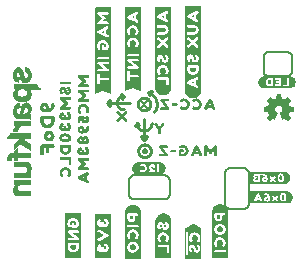
<source format=gbo>
G04 EAGLE Gerber RS-274X export*
G75*
%MOMM*%
%FSLAX34Y34*%
%LPD*%
%INSilkscreen Bottom*%
%IPPOS*%
%AMOC8*
5,1,8,0,0,1.08239X$1,22.5*%
G01*
%ADD10C,0.254000*%
%ADD11C,0.203200*%
%ADD12C,0.152400*%

G36*
X165604Y156304D02*
X165604Y156304D01*
X165607Y156301D01*
X166307Y156401D01*
X166311Y156405D01*
X166314Y156403D01*
X167014Y156603D01*
X167015Y156604D01*
X167016Y156603D01*
X167616Y156803D01*
X167619Y156808D01*
X167622Y156806D01*
X168822Y157406D01*
X168825Y157413D01*
X168831Y157412D01*
X169329Y157810D01*
X169927Y158209D01*
X169931Y158219D01*
X169938Y158219D01*
X170338Y158719D01*
X170339Y158723D01*
X170341Y158723D01*
X171141Y159923D01*
X171141Y159927D01*
X171144Y159928D01*
X171444Y160528D01*
X171443Y160533D01*
X171447Y160534D01*
X171647Y161134D01*
X171645Y161141D01*
X171649Y161143D01*
X171749Y161842D01*
X171849Y162442D01*
X171848Y162443D01*
X171849Y162443D01*
X171949Y163143D01*
X171946Y163148D01*
X171949Y163150D01*
X171949Y233650D01*
X171940Y233662D01*
X171942Y233676D01*
X171930Y233677D01*
X171930Y233689D01*
X171530Y233989D01*
X171508Y233989D01*
X171500Y233999D01*
X158600Y233999D01*
X158574Y233980D01*
X158561Y233980D01*
X158261Y233580D01*
X158261Y233558D01*
X158251Y233550D01*
X158251Y162750D01*
X158254Y162745D01*
X158251Y162742D01*
X158351Y162142D01*
X158451Y161443D01*
X158456Y161438D01*
X158453Y161434D01*
X158653Y160834D01*
X158656Y160833D01*
X158655Y160831D01*
X158955Y160131D01*
X158957Y160129D01*
X158956Y160128D01*
X159256Y159528D01*
X159263Y159525D01*
X159262Y159519D01*
X160062Y158519D01*
X160066Y158518D01*
X160065Y158515D01*
X160565Y158015D01*
X160569Y158015D01*
X160569Y158012D01*
X161069Y157612D01*
X161073Y157611D01*
X161073Y157609D01*
X161673Y157209D01*
X161677Y157209D01*
X161678Y157206D01*
X162278Y156906D01*
X162280Y156906D01*
X162281Y156905D01*
X162981Y156605D01*
X162989Y156607D01*
X162992Y156601D01*
X163589Y156502D01*
X164286Y156303D01*
X164296Y156306D01*
X164300Y156301D01*
X165600Y156301D01*
X165604Y156304D01*
G37*
G36*
X140304Y158974D02*
X140304Y158974D01*
X140307Y158971D01*
X141007Y159071D01*
X141012Y159076D01*
X141016Y159073D01*
X141615Y159273D01*
X142314Y159473D01*
X142318Y159478D01*
X142322Y159476D01*
X142922Y159776D01*
X142924Y159780D01*
X142927Y159779D01*
X143527Y160179D01*
X143528Y160182D01*
X143531Y160182D01*
X144531Y160982D01*
X144532Y160986D01*
X144535Y160985D01*
X145035Y161485D01*
X145036Y161492D01*
X145041Y161493D01*
X145441Y162093D01*
X145441Y162097D01*
X145444Y162098D01*
X146044Y163298D01*
X146043Y163303D01*
X146047Y163304D01*
X146247Y163904D01*
X146246Y163906D01*
X146247Y163906D01*
X146283Y164030D01*
X146297Y164079D01*
X146339Y164227D01*
X146381Y164375D01*
X146395Y164424D01*
X146437Y164572D01*
X146438Y164572D01*
X146437Y164572D01*
X146447Y164606D01*
X146446Y164611D01*
X146449Y164613D01*
X146549Y165313D01*
X146546Y165318D01*
X146549Y165320D01*
X146549Y233720D01*
X146513Y233767D01*
X146510Y233765D01*
X146508Y233769D01*
X145908Y233869D01*
X145903Y233866D01*
X145900Y233869D01*
X133000Y233869D01*
X132953Y233833D01*
X132955Y233830D01*
X132951Y233828D01*
X132851Y233228D01*
X132854Y233223D01*
X132851Y233220D01*
X132851Y165420D01*
X132854Y165416D01*
X132851Y165413D01*
X132951Y164713D01*
X132955Y164709D01*
X132953Y164706D01*
X133153Y164006D01*
X133154Y164005D01*
X133153Y164004D01*
X133553Y162804D01*
X133561Y162799D01*
X133559Y162793D01*
X134359Y161593D01*
X134362Y161592D01*
X134362Y161589D01*
X134762Y161089D01*
X134769Y161087D01*
X134769Y161082D01*
X135267Y160683D01*
X135765Y160185D01*
X135777Y160184D01*
X135778Y160176D01*
X137578Y159276D01*
X137589Y159278D01*
X137593Y159271D01*
X138293Y159171D01*
X138992Y159071D01*
X139592Y158971D01*
X139597Y158974D01*
X139600Y158971D01*
X140300Y158971D01*
X140304Y158974D01*
G37*
G36*
X95695Y159579D02*
X95695Y159579D01*
X95737Y159587D01*
X95733Y159607D01*
X95749Y159620D01*
X95749Y232820D01*
X95736Y232838D01*
X95739Y232850D01*
X95439Y233250D01*
X95408Y233259D01*
X95400Y233269D01*
X82600Y233269D01*
X82589Y233261D01*
X82582Y233266D01*
X82082Y233066D01*
X82057Y233025D01*
X82051Y233020D01*
X82051Y160020D01*
X82063Y160004D01*
X82059Y159993D01*
X82259Y159693D01*
X82315Y159673D01*
X82317Y159678D01*
X82322Y159676D01*
X88419Y162674D01*
X88996Y162867D01*
X95678Y159576D01*
X95683Y159577D01*
X95687Y159573D01*
X95695Y159579D01*
G37*
G36*
X121147Y162177D02*
X121147Y162177D01*
X121142Y162184D01*
X121149Y162190D01*
X121149Y233290D01*
X121113Y233337D01*
X121110Y233335D01*
X121108Y233339D01*
X120508Y233439D01*
X120503Y233436D01*
X120500Y233439D01*
X107600Y233439D01*
X107553Y233403D01*
X107555Y233400D01*
X107551Y233398D01*
X107451Y232798D01*
X107454Y232793D01*
X107451Y232790D01*
X107451Y162290D01*
X107487Y162243D01*
X107488Y162243D01*
X107488Y162242D01*
X107888Y162142D01*
X107910Y162152D01*
X107922Y162146D01*
X113915Y165143D01*
X114492Y165239D01*
X120578Y162146D01*
X120594Y162149D01*
X120600Y162141D01*
X121100Y162141D01*
X121147Y162177D01*
G37*
G36*
X120938Y20536D02*
X120938Y20536D01*
X120946Y20538D01*
X121146Y21038D01*
X121142Y21051D01*
X121149Y21056D01*
X121149Y59656D01*
X121146Y59660D01*
X121149Y59663D01*
X120949Y61063D01*
X120944Y61068D01*
X120947Y61072D01*
X120747Y61672D01*
X120744Y61673D01*
X120745Y61675D01*
X120445Y62375D01*
X120443Y62377D01*
X120444Y62378D01*
X120144Y62978D01*
X120137Y62981D01*
X120138Y62987D01*
X119338Y63987D01*
X119334Y63988D01*
X119335Y63991D01*
X118835Y64491D01*
X118828Y64492D01*
X118827Y64497D01*
X118229Y64896D01*
X117731Y65294D01*
X117723Y65295D01*
X117722Y65300D01*
X117122Y65600D01*
X117115Y65599D01*
X117114Y65603D01*
X116415Y65803D01*
X115816Y66003D01*
X115809Y66001D01*
X115807Y66005D01*
X114407Y66205D01*
X114402Y66202D01*
X114400Y66205D01*
X113800Y66205D01*
X113796Y66202D01*
X113793Y66205D01*
X113093Y66105D01*
X113089Y66101D01*
X113086Y66103D01*
X112386Y65903D01*
X112385Y65902D01*
X112384Y65903D01*
X111784Y65703D01*
X111781Y65698D01*
X111778Y65700D01*
X110578Y65100D01*
X110576Y65096D01*
X110573Y65097D01*
X109973Y64697D01*
X109970Y64690D01*
X109965Y64691D01*
X109465Y64191D01*
X109465Y64187D01*
X109462Y64187D01*
X108662Y63187D01*
X108661Y63183D01*
X108659Y63183D01*
X108259Y62583D01*
X108259Y62579D01*
X108256Y62578D01*
X107956Y61978D01*
X107957Y61973D01*
X107953Y61972D01*
X107753Y61372D01*
X107754Y61370D01*
X107753Y61370D01*
X107733Y61299D01*
X107690Y61151D01*
X107676Y61102D01*
X107634Y60954D01*
X107592Y60807D01*
X107578Y60757D01*
X107553Y60670D01*
X107556Y60661D01*
X107553Y60659D01*
X107553Y60658D01*
X107551Y60656D01*
X107551Y59960D01*
X107451Y59364D01*
X107454Y59359D01*
X107451Y59356D01*
X107451Y20756D01*
X107480Y20718D01*
X107482Y20710D01*
X107982Y20510D01*
X107995Y20514D01*
X108000Y20507D01*
X120900Y20507D01*
X120938Y20536D01*
G37*
G36*
X194598Y21044D02*
X194598Y21044D01*
X194606Y21046D01*
X194806Y21546D01*
X194802Y21559D01*
X194809Y21564D01*
X194809Y60164D01*
X194806Y60168D01*
X194809Y60171D01*
X194609Y61571D01*
X194604Y61576D01*
X194607Y61580D01*
X194407Y62180D01*
X194404Y62181D01*
X194405Y62183D01*
X194105Y62883D01*
X194103Y62885D01*
X194104Y62886D01*
X193804Y63486D01*
X193797Y63489D01*
X193798Y63495D01*
X192998Y64495D01*
X192994Y64496D01*
X192995Y64499D01*
X192495Y64999D01*
X192488Y65000D01*
X192487Y65005D01*
X191889Y65404D01*
X191391Y65802D01*
X191383Y65803D01*
X191382Y65808D01*
X190782Y66108D01*
X190775Y66107D01*
X190774Y66111D01*
X190075Y66311D01*
X189476Y66511D01*
X189469Y66509D01*
X189467Y66513D01*
X188067Y66713D01*
X188062Y66710D01*
X188060Y66713D01*
X187460Y66713D01*
X187456Y66710D01*
X187453Y66713D01*
X186753Y66613D01*
X186749Y66609D01*
X186746Y66611D01*
X186046Y66411D01*
X186045Y66410D01*
X186044Y66411D01*
X185444Y66211D01*
X185441Y66206D01*
X185438Y66208D01*
X184238Y65608D01*
X184236Y65604D01*
X184233Y65605D01*
X183633Y65205D01*
X183630Y65198D01*
X183625Y65199D01*
X183125Y64699D01*
X183125Y64695D01*
X183122Y64695D01*
X182322Y63695D01*
X182321Y63691D01*
X182319Y63691D01*
X181919Y63091D01*
X181919Y63087D01*
X181916Y63086D01*
X181616Y62486D01*
X181617Y62481D01*
X181613Y62480D01*
X181413Y61880D01*
X181414Y61878D01*
X181413Y61878D01*
X181393Y61807D01*
X181350Y61659D01*
X181336Y61610D01*
X181294Y61462D01*
X181252Y61315D01*
X181238Y61265D01*
X181213Y61178D01*
X181216Y61169D01*
X181213Y61167D01*
X181213Y61166D01*
X181211Y61164D01*
X181211Y60468D01*
X181111Y59872D01*
X181114Y59867D01*
X181111Y59864D01*
X181111Y21264D01*
X181140Y21226D01*
X181142Y21218D01*
X181642Y21018D01*
X181655Y21022D01*
X181660Y21015D01*
X194560Y21015D01*
X194598Y21044D01*
G37*
G36*
X70601Y20965D02*
X70601Y20965D01*
X70596Y20972D01*
X70603Y20978D01*
X70603Y58178D01*
X70600Y58183D01*
X70603Y58186D01*
X70503Y58786D01*
X70459Y58827D01*
X70457Y58824D01*
X70454Y58827D01*
X56954Y58827D01*
X56907Y58791D01*
X56912Y58784D01*
X56905Y58778D01*
X56905Y55478D01*
X56925Y55452D01*
X56925Y55438D01*
X56954Y55417D01*
X56923Y55416D01*
X56924Y55392D01*
X56905Y55378D01*
X56905Y21578D01*
X56908Y21573D01*
X56905Y21570D01*
X57005Y20970D01*
X57049Y20929D01*
X57052Y20932D01*
X57054Y20929D01*
X70554Y20929D01*
X70601Y20965D01*
G37*
G36*
X95105Y20978D02*
X95105Y20978D01*
X95108Y20975D01*
X95708Y21075D01*
X95749Y21119D01*
X95746Y21122D01*
X95749Y21124D01*
X95749Y57724D01*
X95741Y57735D01*
X95746Y57742D01*
X95546Y58242D01*
X95505Y58267D01*
X95500Y58273D01*
X82600Y58273D01*
X82589Y58265D01*
X82582Y58270D01*
X82082Y58070D01*
X82057Y58029D01*
X82051Y58024D01*
X82051Y21624D01*
X82054Y21619D01*
X82051Y21616D01*
X82151Y21016D01*
X82195Y20975D01*
X82198Y20978D01*
X82200Y20975D01*
X95100Y20975D01*
X95105Y20978D01*
G37*
G36*
X146592Y20680D02*
X146592Y20680D01*
X146600Y20682D01*
X146800Y21182D01*
X146796Y21195D01*
X146803Y21200D01*
X146803Y52400D01*
X146800Y52404D01*
X146803Y52407D01*
X146603Y53807D01*
X146598Y53812D01*
X146601Y53816D01*
X146401Y54416D01*
X146396Y54419D01*
X146398Y54422D01*
X145798Y55622D01*
X145794Y55624D01*
X145795Y55627D01*
X145395Y56227D01*
X145392Y56228D01*
X145392Y56231D01*
X144992Y56731D01*
X144988Y56732D01*
X144989Y56735D01*
X144489Y57235D01*
X144482Y57236D01*
X144481Y57241D01*
X143883Y57640D01*
X143385Y58038D01*
X143377Y58039D01*
X143376Y58044D01*
X142776Y58344D01*
X142769Y58343D01*
X142768Y58347D01*
X142069Y58547D01*
X141470Y58747D01*
X141463Y58745D01*
X141461Y58749D01*
X140061Y58949D01*
X140051Y58943D01*
X140046Y58949D01*
X139450Y58849D01*
X138754Y58849D01*
X138746Y58843D01*
X138740Y58847D01*
X138040Y58647D01*
X138039Y58646D01*
X138038Y58647D01*
X137438Y58447D01*
X137435Y58442D01*
X137432Y58444D01*
X136232Y57844D01*
X136230Y57840D01*
X136227Y57841D01*
X135627Y57441D01*
X135624Y57434D01*
X135619Y57435D01*
X135119Y56935D01*
X135119Y56931D01*
X135116Y56931D01*
X134316Y55931D01*
X134315Y55927D01*
X134313Y55927D01*
X133913Y55327D01*
X133913Y55323D01*
X133910Y55322D01*
X133610Y54722D01*
X133611Y54715D01*
X133607Y54714D01*
X133588Y54647D01*
X133545Y54499D01*
X133531Y54450D01*
X133489Y54302D01*
X133447Y54154D01*
X133433Y54105D01*
X133407Y54015D01*
X133207Y53416D01*
X133207Y53415D01*
X133211Y53405D01*
X133205Y53400D01*
X133205Y52704D01*
X133105Y52108D01*
X133108Y52103D01*
X133105Y52100D01*
X133105Y20900D01*
X133134Y20862D01*
X133136Y20854D01*
X133636Y20654D01*
X133649Y20658D01*
X133654Y20651D01*
X146554Y20651D01*
X146592Y20680D01*
G37*
G36*
X171992Y20508D02*
X171992Y20508D01*
X172000Y20510D01*
X172200Y21010D01*
X172196Y21023D01*
X172203Y21028D01*
X172203Y46128D01*
X172192Y46143D01*
X172196Y46153D01*
X171896Y46653D01*
X171878Y46661D01*
X171876Y46672D01*
X165876Y49672D01*
X165871Y49671D01*
X165870Y49675D01*
X165270Y49875D01*
X165244Y49866D01*
X165232Y49872D01*
X159132Y46872D01*
X159130Y46868D01*
X159127Y46869D01*
X158527Y46469D01*
X158520Y46451D01*
X158515Y46447D01*
X158518Y46443D01*
X158515Y46436D01*
X158505Y46428D01*
X158505Y20728D01*
X158534Y20690D01*
X158536Y20682D01*
X159036Y20482D01*
X159049Y20486D01*
X159054Y20479D01*
X171954Y20479D01*
X171992Y20508D01*
G37*
G36*
X244476Y67245D02*
X244476Y67245D01*
X244480Y67242D01*
X245980Y67542D01*
X245984Y67547D01*
X245988Y67544D01*
X246488Y67744D01*
X246490Y67747D01*
X246492Y67746D01*
X246892Y67946D01*
X246895Y67952D01*
X246900Y67951D01*
X247700Y68551D01*
X247701Y68556D01*
X247705Y68555D01*
X248105Y68955D01*
X248106Y68960D01*
X248109Y68960D01*
X248709Y69760D01*
X248709Y69767D01*
X248714Y69768D01*
X248914Y70168D01*
X248913Y70171D01*
X248916Y70172D01*
X249316Y71172D01*
X249314Y71178D01*
X249318Y71180D01*
X249418Y71680D01*
X249415Y71687D01*
X249419Y71690D01*
X249419Y73190D01*
X249415Y73196D01*
X249418Y73200D01*
X249318Y73700D01*
X249313Y73704D01*
X249316Y73708D01*
X248916Y74708D01*
X248913Y74710D01*
X248914Y74712D01*
X248714Y75112D01*
X248708Y75115D01*
X248709Y75120D01*
X248409Y75520D01*
X248404Y75521D01*
X248405Y75525D01*
X247305Y76625D01*
X247291Y76627D01*
X247288Y76636D01*
X246794Y76833D01*
X246400Y77129D01*
X246384Y77129D01*
X246380Y77138D01*
X245884Y77237D01*
X245388Y77436D01*
X245381Y77434D01*
X245379Y77436D01*
X245373Y77436D01*
X245370Y77439D01*
X244875Y77439D01*
X244380Y77538D01*
X244371Y77534D01*
X244365Y77534D01*
X244356Y77527D01*
X244345Y77522D01*
X244333Y77523D01*
X244310Y77496D01*
X244310Y77518D01*
X244285Y77519D01*
X244270Y77539D01*
X213270Y77539D01*
X213263Y77534D01*
X213258Y77538D01*
X212858Y77438D01*
X212835Y77409D01*
X212823Y77400D01*
X212825Y77397D01*
X212821Y77391D01*
X212822Y77391D01*
X212821Y77390D01*
X212821Y67790D01*
X212825Y67784D01*
X212822Y67780D01*
X212922Y67280D01*
X212966Y67241D01*
X212968Y67243D01*
X212970Y67241D01*
X244470Y67241D01*
X244476Y67245D01*
G37*
G36*
X242406Y83755D02*
X242406Y83755D01*
X242410Y83752D01*
X243910Y84052D01*
X243914Y84057D01*
X243918Y84054D01*
X244918Y84454D01*
X244923Y84462D01*
X244930Y84461D01*
X245730Y85061D01*
X245732Y85070D01*
X245739Y85070D01*
X246037Y85468D01*
X246435Y85865D01*
X246436Y85877D01*
X246444Y85878D01*
X246642Y86274D01*
X246939Y86670D01*
X246939Y86680D01*
X246946Y86682D01*
X247146Y87182D01*
X247145Y87184D01*
X247147Y87185D01*
X247144Y87188D01*
X247148Y87190D01*
X247448Y88690D01*
X247445Y88697D01*
X247449Y88700D01*
X247449Y89200D01*
X247445Y89206D01*
X247448Y89210D01*
X247248Y90210D01*
X247243Y90214D01*
X247246Y90218D01*
X247046Y90718D01*
X247043Y90720D01*
X247044Y90722D01*
X246845Y91120D01*
X246646Y91618D01*
X246638Y91623D01*
X246639Y91630D01*
X246039Y92430D01*
X246030Y92432D01*
X246030Y92439D01*
X245632Y92737D01*
X245235Y93135D01*
X245223Y93136D01*
X245222Y93144D01*
X244823Y93343D01*
X244325Y93642D01*
X244313Y93641D01*
X244310Y93648D01*
X243816Y93747D01*
X243422Y93944D01*
X243410Y93942D01*
X243408Y93946D01*
X243403Y93946D01*
X243400Y93949D01*
X242904Y93949D01*
X242308Y94049D01*
X242303Y94046D01*
X242300Y94049D01*
X212800Y94049D01*
X212793Y94044D01*
X212788Y94048D01*
X212388Y93948D01*
X212365Y93919D01*
X212353Y93910D01*
X212355Y93907D01*
X212351Y93901D01*
X212352Y93901D01*
X212351Y93900D01*
X212351Y83800D01*
X212387Y83753D01*
X212394Y83758D01*
X212400Y83751D01*
X242400Y83751D01*
X242406Y83755D01*
G37*
G36*
X245430Y136837D02*
X245430Y136837D01*
X245496Y136843D01*
X245514Y136854D01*
X245535Y136858D01*
X245620Y136918D01*
X245644Y136933D01*
X245647Y136937D01*
X245652Y136941D01*
X247852Y139241D01*
X247860Y139255D01*
X247873Y139265D01*
X247904Y139329D01*
X247940Y139390D01*
X247941Y139406D01*
X247948Y139420D01*
X247947Y139492D01*
X247953Y139563D01*
X247947Y139577D01*
X247946Y139594D01*
X247889Y139719D01*
X247887Y139723D01*
X247887Y139724D01*
X246019Y142339D01*
X246021Y142349D01*
X246030Y142363D01*
X246041Y142421D01*
X246050Y142441D01*
X246050Y142463D01*
X246056Y142497D01*
X246057Y142502D01*
X246057Y142503D01*
X246057Y142514D01*
X246090Y142579D01*
X246146Y142635D01*
X246157Y142653D01*
X246169Y142662D01*
X246177Y142681D01*
X246217Y142734D01*
X246290Y142879D01*
X246346Y142935D01*
X246386Y143000D01*
X246430Y143063D01*
X246432Y143074D01*
X246437Y143082D01*
X246441Y143117D01*
X246457Y143203D01*
X246457Y143253D01*
X246486Y143300D01*
X246530Y143363D01*
X246532Y143374D01*
X246537Y143382D01*
X246541Y143417D01*
X246557Y143503D01*
X246557Y143614D01*
X246590Y143679D01*
X246646Y143735D01*
X246686Y143800D01*
X246730Y143863D01*
X246732Y143874D01*
X246737Y143882D01*
X246741Y143917D01*
X246747Y143951D01*
X246750Y143958D01*
X246750Y143966D01*
X246757Y144003D01*
X246757Y144053D01*
X246786Y144100D01*
X246830Y144163D01*
X246832Y144174D01*
X246837Y144182D01*
X246841Y144217D01*
X246857Y144303D01*
X246857Y144414D01*
X246886Y144471D01*
X250142Y145029D01*
X250160Y145037D01*
X250179Y145038D01*
X250239Y145070D01*
X250301Y145097D01*
X250314Y145111D01*
X250331Y145121D01*
X250370Y145176D01*
X250414Y145228D01*
X250419Y145247D01*
X250430Y145263D01*
X250452Y145373D01*
X250457Y145396D01*
X250456Y145399D01*
X250457Y145403D01*
X250457Y148603D01*
X250453Y148622D01*
X250455Y148641D01*
X250444Y148675D01*
X250443Y148682D01*
X250438Y148692D01*
X250433Y148706D01*
X250418Y148772D01*
X250405Y148787D01*
X250399Y148805D01*
X250351Y148853D01*
X250308Y148905D01*
X250290Y148913D01*
X250276Y148927D01*
X250170Y148966D01*
X250150Y148976D01*
X250146Y148976D01*
X250142Y148977D01*
X246930Y149528D01*
X246919Y149566D01*
X246918Y149572D01*
X246917Y149572D01*
X246917Y149573D01*
X246857Y149693D01*
X246857Y149703D01*
X246854Y149719D01*
X246856Y149735D01*
X246836Y149804D01*
X246836Y149820D01*
X246828Y149834D01*
X246819Y149866D01*
X246818Y149872D01*
X246817Y149872D01*
X246817Y149873D01*
X246757Y149993D01*
X246757Y150003D01*
X246754Y150019D01*
X246756Y150035D01*
X246719Y150166D01*
X246718Y150172D01*
X246717Y150172D01*
X246717Y150173D01*
X246557Y150493D01*
X246557Y150503D01*
X246554Y150519D01*
X246556Y150535D01*
X246519Y150666D01*
X246518Y150672D01*
X246517Y150672D01*
X246517Y150673D01*
X246417Y150873D01*
X246394Y150900D01*
X246357Y150955D01*
X246357Y151003D01*
X246340Y151078D01*
X246326Y151153D01*
X246320Y151163D01*
X246318Y151172D01*
X246295Y151199D01*
X246246Y151271D01*
X246190Y151328D01*
X246117Y151473D01*
X246094Y151500D01*
X246057Y151555D01*
X246057Y151603D01*
X246040Y151678D01*
X246036Y151699D01*
X247890Y154388D01*
X247896Y154404D01*
X247908Y154416D01*
X247928Y154484D01*
X247953Y154549D01*
X247952Y154566D01*
X247957Y154582D01*
X247944Y154652D01*
X247938Y154721D01*
X247929Y154736D01*
X247926Y154753D01*
X247855Y154859D01*
X247848Y154869D01*
X247847Y154870D01*
X247846Y154871D01*
X245646Y157071D01*
X245632Y157080D01*
X245621Y157094D01*
X245559Y157126D01*
X245499Y157163D01*
X245482Y157164D01*
X245467Y157172D01*
X245397Y157172D01*
X245327Y157179D01*
X245311Y157173D01*
X245294Y157173D01*
X245176Y157121D01*
X245165Y157117D01*
X245164Y157116D01*
X245163Y157115D01*
X242464Y155254D01*
X242446Y155271D01*
X242381Y155312D01*
X242319Y155355D01*
X242307Y155358D01*
X242299Y155363D01*
X242264Y155366D01*
X242178Y155382D01*
X242128Y155382D01*
X242116Y155390D01*
X242048Y155442D01*
X241903Y155515D01*
X241846Y155571D01*
X241781Y155612D01*
X241719Y155655D01*
X241707Y155658D01*
X241699Y155663D01*
X241664Y155666D01*
X241578Y155682D01*
X241528Y155682D01*
X241516Y155690D01*
X241448Y155742D01*
X241248Y155842D01*
X241232Y155846D01*
X241219Y155855D01*
X241085Y155881D01*
X241079Y155882D01*
X241078Y155882D01*
X241068Y155882D01*
X240948Y155942D01*
X240932Y155946D01*
X240919Y155955D01*
X240785Y155981D01*
X240779Y155982D01*
X240778Y155982D01*
X240728Y155982D01*
X240681Y156012D01*
X240619Y156055D01*
X240607Y156058D01*
X240599Y156063D01*
X240564Y156066D01*
X240478Y156082D01*
X240368Y156082D01*
X240310Y156111D01*
X239752Y159367D01*
X239744Y159385D01*
X239743Y159405D01*
X239711Y159464D01*
X239684Y159527D01*
X239670Y159539D01*
X239660Y159556D01*
X239605Y159595D01*
X239553Y159640D01*
X239534Y159644D01*
X239519Y159655D01*
X239408Y159677D01*
X239386Y159682D01*
X239382Y159682D01*
X239378Y159682D01*
X236178Y159682D01*
X236159Y159678D01*
X236140Y159681D01*
X236076Y159658D01*
X236010Y159643D01*
X235995Y159631D01*
X235976Y159624D01*
X235929Y159576D01*
X235876Y159533D01*
X235868Y159515D01*
X235855Y159501D01*
X235815Y159395D01*
X235806Y159375D01*
X235806Y159371D01*
X235804Y159367D01*
X235254Y156155D01*
X235215Y156144D01*
X235210Y156143D01*
X235209Y156143D01*
X235208Y156142D01*
X235088Y156082D01*
X235078Y156082D01*
X235062Y156079D01*
X235046Y156081D01*
X234915Y156044D01*
X234910Y156043D01*
X234909Y156043D01*
X234908Y156042D01*
X234788Y155982D01*
X234778Y155982D01*
X234762Y155979D01*
X234746Y155981D01*
X234615Y155944D01*
X234610Y155943D01*
X234609Y155943D01*
X234608Y155942D01*
X234488Y155882D01*
X234378Y155882D01*
X234304Y155865D01*
X234228Y155852D01*
X234219Y155845D01*
X234210Y155843D01*
X234182Y155820D01*
X234110Y155771D01*
X234053Y155715D01*
X233988Y155682D01*
X233978Y155682D01*
X233962Y155679D01*
X233946Y155681D01*
X233815Y155644D01*
X233810Y155643D01*
X233809Y155643D01*
X233808Y155642D01*
X233608Y155542D01*
X233581Y155519D01*
X233510Y155471D01*
X233453Y155415D01*
X233388Y155382D01*
X233378Y155382D01*
X233362Y155379D01*
X233346Y155381D01*
X233215Y155344D01*
X233210Y155343D01*
X233209Y155343D01*
X233208Y155342D01*
X233067Y155272D01*
X230393Y157115D01*
X230381Y157120D01*
X230372Y157129D01*
X230301Y157152D01*
X230232Y157179D01*
X230219Y157177D01*
X230207Y157181D01*
X230134Y157170D01*
X230060Y157164D01*
X230049Y157157D01*
X230036Y157155D01*
X229916Y157077D01*
X227616Y154877D01*
X227602Y154856D01*
X227582Y154840D01*
X227555Y154784D01*
X227521Y154732D01*
X227518Y154707D01*
X227507Y154684D01*
X227508Y154622D01*
X227501Y154560D01*
X227510Y154536D01*
X227510Y154510D01*
X227548Y154431D01*
X227559Y154398D01*
X227566Y154391D01*
X227571Y154381D01*
X229506Y151708D01*
X229466Y151628D01*
X229410Y151571D01*
X229370Y151507D01*
X229326Y151444D01*
X229324Y151432D01*
X229319Y151424D01*
X229315Y151389D01*
X229299Y151303D01*
X229299Y151253D01*
X229291Y151241D01*
X229239Y151173D01*
X229166Y151028D01*
X229110Y150971D01*
X229070Y150907D01*
X229026Y150844D01*
X229024Y150832D01*
X229019Y150824D01*
X229015Y150789D01*
X228999Y150703D01*
X228999Y150653D01*
X228970Y150607D01*
X228926Y150544D01*
X228924Y150532D01*
X228919Y150524D01*
X228915Y150489D01*
X228899Y150403D01*
X228899Y150293D01*
X228866Y150228D01*
X228810Y150171D01*
X228770Y150107D01*
X228726Y150044D01*
X228724Y150032D01*
X228719Y150024D01*
X228715Y149989D01*
X228699Y149903D01*
X228699Y149853D01*
X228670Y149807D01*
X228626Y149744D01*
X228624Y149732D01*
X228619Y149724D01*
X228615Y149689D01*
X228599Y149603D01*
X228599Y149524D01*
X225316Y148977D01*
X225297Y148969D01*
X225277Y148969D01*
X225218Y148937D01*
X225156Y148911D01*
X225143Y148895D01*
X225125Y148886D01*
X225087Y148831D01*
X225043Y148780D01*
X225037Y148760D01*
X225026Y148744D01*
X225010Y148663D01*
X225006Y148652D01*
X225006Y148641D01*
X225005Y148637D01*
X224999Y148613D01*
X225000Y148608D01*
X224999Y148603D01*
X224999Y145403D01*
X225003Y145384D01*
X225001Y145365D01*
X225023Y145301D01*
X225038Y145235D01*
X225051Y145220D01*
X225057Y145201D01*
X225105Y145154D01*
X225148Y145101D01*
X225166Y145093D01*
X225180Y145080D01*
X225286Y145040D01*
X225306Y145031D01*
X225310Y145031D01*
X225314Y145029D01*
X228602Y144466D01*
X228637Y144340D01*
X228638Y144335D01*
X228639Y144334D01*
X228699Y144214D01*
X228699Y144203D01*
X228702Y144187D01*
X228700Y144171D01*
X228737Y144040D01*
X228738Y144035D01*
X228739Y144034D01*
X228799Y143914D01*
X228799Y143903D01*
X228802Y143887D01*
X228800Y143871D01*
X228837Y143740D01*
X228838Y143735D01*
X228839Y143734D01*
X228999Y143414D01*
X228999Y143403D01*
X229002Y143387D01*
X229000Y143371D01*
X229037Y143240D01*
X229038Y143235D01*
X229039Y143234D01*
X229139Y143034D01*
X229162Y143006D01*
X229210Y142935D01*
X229266Y142879D01*
X229299Y142814D01*
X229299Y142803D01*
X229302Y142787D01*
X229300Y142771D01*
X229337Y142640D01*
X229338Y142635D01*
X229339Y142634D01*
X229439Y142434D01*
X229462Y142406D01*
X229510Y142335D01*
X229520Y142325D01*
X227575Y139731D01*
X227565Y139708D01*
X227548Y139690D01*
X227530Y139630D01*
X227505Y139572D01*
X227506Y139548D01*
X227499Y139524D01*
X227510Y139462D01*
X227513Y139399D01*
X227525Y139378D01*
X227530Y139354D01*
X227581Y139278D01*
X227597Y139248D01*
X227604Y139243D01*
X227610Y139235D01*
X229910Y136935D01*
X229924Y136926D01*
X229935Y136912D01*
X229997Y136881D01*
X230057Y136844D01*
X230074Y136842D01*
X230089Y136834D01*
X230160Y136834D01*
X230229Y136827D01*
X230245Y136834D01*
X230262Y136833D01*
X230380Y136885D01*
X230391Y136889D01*
X230392Y136890D01*
X230393Y136891D01*
X233092Y138752D01*
X233110Y138735D01*
X233175Y138695D01*
X233237Y138651D01*
X233249Y138649D01*
X233257Y138644D01*
X233292Y138640D01*
X233307Y138638D01*
X233310Y138635D01*
X233375Y138595D01*
X233437Y138551D01*
X233449Y138549D01*
X233457Y138544D01*
X233492Y138540D01*
X233578Y138524D01*
X233628Y138524D01*
X233675Y138495D01*
X233737Y138451D01*
X233749Y138449D01*
X233757Y138444D01*
X233792Y138440D01*
X233807Y138438D01*
X233810Y138435D01*
X233875Y138395D01*
X233937Y138351D01*
X233949Y138349D01*
X233957Y138344D01*
X233992Y138340D01*
X234007Y138338D01*
X234010Y138335D01*
X234075Y138295D01*
X234137Y138251D01*
X234149Y138249D01*
X234157Y138244D01*
X234192Y138240D01*
X234221Y138235D01*
X234248Y138201D01*
X234267Y138193D01*
X234282Y138179D01*
X234345Y138158D01*
X234406Y138131D01*
X234427Y138132D01*
X234446Y138125D01*
X234512Y138135D01*
X234579Y138138D01*
X234597Y138148D01*
X234617Y138150D01*
X234672Y138189D01*
X234731Y138221D01*
X234743Y138237D01*
X234759Y138249D01*
X234816Y138342D01*
X234830Y138363D01*
X234831Y138367D01*
X234834Y138371D01*
X236834Y143771D01*
X236838Y143802D01*
X236850Y143830D01*
X236848Y143887D01*
X236855Y143943D01*
X236845Y143972D01*
X236844Y144003D01*
X236817Y144053D01*
X236798Y144107D01*
X236776Y144128D01*
X236761Y144155D01*
X236701Y144201D01*
X236674Y144228D01*
X236661Y144232D01*
X236648Y144242D01*
X236103Y144515D01*
X235946Y144671D01*
X235916Y144690D01*
X235848Y144742D01*
X235703Y144815D01*
X235390Y145128D01*
X235317Y145273D01*
X235294Y145300D01*
X235246Y145371D01*
X235090Y145528D01*
X235029Y145649D01*
X234938Y145923D01*
X234926Y145943D01*
X234917Y145973D01*
X234857Y146093D01*
X234857Y146203D01*
X234849Y146238D01*
X234838Y146323D01*
X234757Y146565D01*
X234757Y147342D01*
X234838Y147583D01*
X234841Y147619D01*
X234857Y147703D01*
X234857Y147888D01*
X234994Y148093D01*
X235007Y148128D01*
X235038Y148183D01*
X235122Y148435D01*
X235473Y148962D01*
X235820Y149308D01*
X236346Y149659D01*
X236598Y149743D01*
X236616Y149755D01*
X236630Y149758D01*
X236643Y149768D01*
X236688Y149788D01*
X236893Y149924D01*
X237078Y149924D01*
X237113Y149932D01*
X237198Y149943D01*
X237440Y150024D01*
X238031Y150024D01*
X238386Y149935D01*
X238422Y149935D01*
X238478Y149924D01*
X238663Y149924D01*
X238868Y149788D01*
X238903Y149775D01*
X238952Y149747D01*
X238954Y149745D01*
X238955Y149745D01*
X238958Y149743D01*
X239210Y149659D01*
X239437Y149508D01*
X239610Y149335D01*
X239636Y149319D01*
X239668Y149288D01*
X239937Y149108D01*
X240083Y148962D01*
X240434Y148435D01*
X240799Y147342D01*
X240799Y146865D01*
X240718Y146623D01*
X240715Y146587D01*
X240699Y146503D01*
X240699Y146293D01*
X240539Y145973D01*
X240533Y145950D01*
X240518Y145923D01*
X240427Y145649D01*
X240266Y145328D01*
X240110Y145171D01*
X240091Y145141D01*
X240039Y145073D01*
X239966Y144928D01*
X239853Y144815D01*
X239708Y144742D01*
X239681Y144719D01*
X239610Y144671D01*
X239453Y144515D01*
X239132Y144354D01*
X238858Y144263D01*
X238809Y144233D01*
X238756Y144211D01*
X238736Y144188D01*
X238711Y144172D01*
X238680Y144123D01*
X238643Y144080D01*
X238635Y144051D01*
X238619Y144026D01*
X238613Y143968D01*
X238599Y143913D01*
X238605Y143879D01*
X238602Y143853D01*
X238614Y143822D01*
X238622Y143771D01*
X240622Y138371D01*
X240648Y138333D01*
X240664Y138290D01*
X240695Y138262D01*
X240718Y138227D01*
X240758Y138204D01*
X240791Y138173D01*
X240831Y138161D01*
X240868Y138140D01*
X240913Y138137D01*
X240957Y138125D01*
X240998Y138132D01*
X241040Y138129D01*
X241083Y138147D01*
X241128Y138155D01*
X241169Y138183D01*
X241200Y138196D01*
X241217Y138215D01*
X241230Y138224D01*
X241278Y138224D01*
X241352Y138241D01*
X241428Y138255D01*
X241437Y138261D01*
X241446Y138263D01*
X241474Y138286D01*
X241546Y138335D01*
X241553Y138341D01*
X241628Y138355D01*
X241637Y138361D01*
X241646Y138363D01*
X241674Y138386D01*
X241746Y138435D01*
X241753Y138441D01*
X241828Y138455D01*
X241837Y138461D01*
X241846Y138463D01*
X241874Y138486D01*
X241946Y138535D01*
X241953Y138541D01*
X242028Y138555D01*
X242037Y138561D01*
X242046Y138563D01*
X242074Y138586D01*
X242146Y138635D01*
X242153Y138641D01*
X242228Y138655D01*
X242237Y138661D01*
X242246Y138663D01*
X242274Y138686D01*
X242346Y138735D01*
X242353Y138741D01*
X242428Y138755D01*
X242437Y138761D01*
X242446Y138763D01*
X242447Y138764D01*
X245163Y136891D01*
X245183Y136883D01*
X245199Y136869D01*
X245262Y136852D01*
X245324Y136828D01*
X245345Y136830D01*
X245366Y136824D01*
X245430Y136837D01*
G37*
G36*
X247026Y164781D02*
X247026Y164781D01*
X247030Y164778D01*
X247525Y164877D01*
X248020Y164877D01*
X248031Y164885D01*
X248038Y164880D01*
X249538Y165480D01*
X249543Y165488D01*
X249550Y165487D01*
X250350Y166087D01*
X250351Y166092D01*
X250355Y166091D01*
X251055Y166791D01*
X251056Y166800D01*
X251062Y166801D01*
X251362Y167301D01*
X251362Y167304D01*
X251364Y167304D01*
X251564Y167704D01*
X251563Y167707D01*
X251566Y167708D01*
X251766Y168208D01*
X251765Y168210D01*
X251767Y168211D01*
X251764Y168214D01*
X251768Y168216D01*
X252068Y169716D01*
X252065Y169723D01*
X252069Y169726D01*
X252069Y170226D01*
X252065Y170232D01*
X252068Y170236D01*
X251768Y171736D01*
X251761Y171742D01*
X251764Y171748D01*
X251564Y172148D01*
X251561Y172149D01*
X251562Y172151D01*
X251263Y172649D01*
X251064Y173048D01*
X251054Y173053D01*
X251055Y173061D01*
X250355Y173761D01*
X250350Y173762D01*
X250350Y173765D01*
X249950Y174065D01*
X249946Y174065D01*
X249945Y174068D01*
X249445Y174368D01*
X249442Y174368D01*
X249442Y174370D01*
X249042Y174570D01*
X249039Y174569D01*
X249038Y174572D01*
X248038Y174972D01*
X248031Y174970D01*
X248029Y174972D01*
X248023Y174972D01*
X248020Y174975D01*
X247525Y174975D01*
X247030Y175074D01*
X247023Y175071D01*
X247020Y175075D01*
X225120Y175075D01*
X225114Y175071D01*
X225110Y175074D01*
X224110Y174874D01*
X224106Y174869D01*
X224102Y174872D01*
X223102Y174472D01*
X223097Y174464D01*
X223090Y174465D01*
X221890Y173565D01*
X221888Y173556D01*
X221881Y173556D01*
X220981Y172356D01*
X220981Y172346D01*
X220974Y172344D01*
X220574Y171344D01*
X220575Y171342D01*
X220573Y171340D01*
X220574Y171339D01*
X220572Y171338D01*
X220472Y170938D01*
X220473Y170935D01*
X220471Y170934D01*
X220371Y170334D01*
X220374Y170329D01*
X220371Y170326D01*
X220371Y169326D01*
X220375Y169320D01*
X220372Y169316D01*
X220572Y168316D01*
X220579Y168310D01*
X220576Y168304D01*
X220776Y167904D01*
X220779Y167903D01*
X220778Y167901D01*
X221077Y167403D01*
X221276Y167004D01*
X221282Y167001D01*
X221281Y166996D01*
X221581Y166596D01*
X221586Y166595D01*
X221585Y166591D01*
X221985Y166191D01*
X221990Y166190D01*
X221990Y166187D01*
X223190Y165287D01*
X223200Y165287D01*
X223202Y165280D01*
X223702Y165080D01*
X223708Y165082D01*
X223710Y165078D01*
X225210Y164778D01*
X225217Y164781D01*
X225220Y164777D01*
X247020Y164777D01*
X247026Y164781D01*
G37*
G36*
X137168Y91883D02*
X137168Y91883D01*
X137172Y91880D01*
X138172Y92080D01*
X138178Y92087D01*
X138184Y92084D01*
X138582Y92283D01*
X139080Y92482D01*
X139082Y92485D01*
X139084Y92484D01*
X139484Y92684D01*
X139485Y92687D01*
X139487Y92686D01*
X139987Y92986D01*
X139992Y92998D01*
X140001Y92998D01*
X140297Y93393D01*
X140692Y93689D01*
X140694Y93698D01*
X140701Y93698D01*
X141001Y94098D01*
X141001Y94108D01*
X141008Y94110D01*
X141205Y94604D01*
X141501Y94998D01*
X141501Y95011D01*
X141510Y95017D01*
X141510Y95018D01*
X141609Y95514D01*
X141808Y96010D01*
X141804Y96023D01*
X141811Y96028D01*
X141811Y96523D01*
X141910Y97018D01*
X141904Y97031D01*
X141910Y97038D01*
X141811Y97533D01*
X141811Y98028D01*
X141803Y98039D01*
X141808Y98046D01*
X141609Y98542D01*
X141510Y99038D01*
X141503Y99044D01*
X141506Y99050D01*
X141306Y99450D01*
X141303Y99451D01*
X141304Y99453D01*
X141004Y99953D01*
X141001Y99955D01*
X141001Y99958D01*
X140701Y100358D01*
X140692Y100360D01*
X140692Y100367D01*
X140297Y100663D01*
X140001Y101058D01*
X139988Y101061D01*
X139987Y101070D01*
X139487Y101370D01*
X139484Y101370D01*
X139484Y101372D01*
X139084Y101572D01*
X139081Y101571D01*
X139080Y101574D01*
X138582Y101773D01*
X138184Y101972D01*
X138175Y101970D01*
X138172Y101976D01*
X137172Y102176D01*
X137165Y102173D01*
X137162Y102177D01*
X118462Y102177D01*
X118456Y102173D01*
X118452Y102176D01*
X116952Y101876D01*
X116946Y101869D01*
X116940Y101872D01*
X116540Y101672D01*
X116539Y101669D01*
X116537Y101670D01*
X116037Y101370D01*
X116035Y101367D01*
X116032Y101367D01*
X115232Y100767D01*
X115230Y100758D01*
X115223Y100758D01*
X114323Y99558D01*
X114323Y99548D01*
X114316Y99546D01*
X114117Y99048D01*
X113918Y98650D01*
X113919Y98647D01*
X113916Y98646D01*
X113716Y98146D01*
X113720Y98133D01*
X113713Y98128D01*
X113713Y97633D01*
X113614Y97138D01*
X113617Y97131D01*
X113613Y97128D01*
X113613Y96628D01*
X113617Y96622D01*
X113614Y96618D01*
X113814Y95618D01*
X113819Y95614D01*
X113816Y95610D01*
X114216Y94610D01*
X114224Y94605D01*
X114223Y94598D01*
X115123Y93398D01*
X115132Y93396D01*
X115132Y93389D01*
X116332Y92489D01*
X116342Y92489D01*
X116344Y92482D01*
X117344Y92082D01*
X117350Y92084D01*
X117352Y92080D01*
X118352Y91880D01*
X118359Y91883D01*
X118362Y91879D01*
X137162Y91879D01*
X137168Y91883D01*
G37*
G36*
X20792Y153170D02*
X20792Y153170D01*
X20807Y153168D01*
X22207Y153268D01*
X22218Y153272D01*
X22234Y153271D01*
X23634Y153471D01*
X23668Y153484D01*
X23726Y153496D01*
X24926Y153996D01*
X24949Y154013D01*
X24984Y154026D01*
X26084Y154726D01*
X26108Y154751D01*
X26149Y154778D01*
X27049Y155678D01*
X27064Y155702D01*
X27091Y155729D01*
X27791Y156729D01*
X27805Y156763D01*
X27835Y156811D01*
X28335Y158111D01*
X28340Y158149D01*
X28359Y158222D01*
X28459Y159722D01*
X28457Y159733D01*
X28460Y159747D01*
X28460Y160347D01*
X28454Y160374D01*
X28455Y160410D01*
X28355Y161010D01*
X28345Y161033D01*
X28341Y161068D01*
X27941Y162268D01*
X27923Y162296D01*
X27906Y162343D01*
X27606Y162843D01*
X27590Y162859D01*
X27577Y162885D01*
X27177Y163385D01*
X27162Y163396D01*
X27149Y163416D01*
X26998Y163567D01*
X36180Y163567D01*
X36184Y163568D01*
X36189Y163567D01*
X36268Y163588D01*
X36348Y163606D01*
X36352Y163609D01*
X36356Y163611D01*
X36418Y163664D01*
X36482Y163717D01*
X36484Y163721D01*
X36487Y163724D01*
X36519Y163800D01*
X36553Y163875D01*
X36553Y163879D01*
X36555Y163884D01*
X36550Y163965D01*
X36546Y164048D01*
X36544Y164052D01*
X36544Y164056D01*
X36477Y164185D01*
X36077Y164685D01*
X36062Y164696D01*
X36049Y164716D01*
X35564Y165201D01*
X34777Y166185D01*
X34762Y166196D01*
X34749Y166216D01*
X33864Y167101D01*
X33477Y167585D01*
X33462Y167596D01*
X33449Y167616D01*
X32949Y168116D01*
X32884Y168156D01*
X32822Y168200D01*
X32810Y168202D01*
X32801Y168208D01*
X32764Y168211D01*
X32680Y168228D01*
X14280Y168228D01*
X14266Y168224D01*
X14253Y168227D01*
X14183Y168205D01*
X14111Y168188D01*
X14100Y168179D01*
X14087Y168175D01*
X14034Y168125D01*
X13977Y168078D01*
X13972Y168065D01*
X13962Y168056D01*
X13907Y167922D01*
X13809Y167431D01*
X13711Y167039D01*
X13711Y167031D01*
X13707Y167022D01*
X13607Y166522D01*
X13608Y166490D01*
X13600Y166447D01*
X13600Y166085D01*
X13409Y165131D01*
X13311Y164739D01*
X13311Y164731D01*
X13307Y164722D01*
X13207Y164222D01*
X13207Y164221D01*
X13206Y164220D01*
X13210Y164135D01*
X13213Y164049D01*
X13213Y164048D01*
X13213Y164047D01*
X13254Y163971D01*
X13294Y163896D01*
X13295Y163895D01*
X13296Y163894D01*
X13364Y163846D01*
X13436Y163795D01*
X13437Y163795D01*
X13438Y163795D01*
X13580Y163767D01*
X14296Y163767D01*
X14142Y163644D01*
X14125Y163622D01*
X14054Y163543D01*
X13454Y162543D01*
X13450Y162530D01*
X13440Y162517D01*
X13140Y161917D01*
X13131Y161879D01*
X13105Y161810D01*
X12805Y160010D01*
X12807Y159971D01*
X12802Y159900D01*
X13002Y158300D01*
X13015Y158266D01*
X13025Y158211D01*
X13525Y156911D01*
X13543Y156885D01*
X13559Y156843D01*
X14259Y155743D01*
X14283Y155719D01*
X14311Y155678D01*
X15211Y154778D01*
X15243Y154759D01*
X15288Y154719D01*
X16488Y154019D01*
X16513Y154011D01*
X16543Y153992D01*
X17843Y153492D01*
X17869Y153489D01*
X17900Y153475D01*
X19300Y153175D01*
X19333Y153176D01*
X19380Y153167D01*
X20780Y153167D01*
X20792Y153170D01*
G37*
G36*
X27829Y138279D02*
X27829Y138279D01*
X27880Y138281D01*
X27913Y138298D01*
X27948Y138306D01*
X27988Y138339D01*
X28033Y138363D01*
X28054Y138393D01*
X28082Y138417D01*
X28103Y138463D01*
X28132Y138505D01*
X28141Y138547D01*
X28153Y138575D01*
X28152Y138605D01*
X28160Y138647D01*
X28160Y142547D01*
X28148Y142597D01*
X28146Y142648D01*
X28129Y142680D01*
X28121Y142716D01*
X28088Y142755D01*
X28064Y142800D01*
X28034Y142821D01*
X28010Y142850D01*
X27964Y142871D01*
X27922Y142900D01*
X27880Y142908D01*
X27852Y142921D01*
X27822Y142919D01*
X27780Y142928D01*
X27730Y142928D01*
X27684Y142956D01*
X27622Y143000D01*
X27610Y143002D01*
X27601Y143008D01*
X27564Y143011D01*
X27551Y143014D01*
X27549Y143016D01*
X27484Y143056D01*
X27422Y143100D01*
X27410Y143102D01*
X27401Y143108D01*
X27364Y143111D01*
X27280Y143128D01*
X27257Y143128D01*
X27396Y143336D01*
X27410Y143372D01*
X27441Y143427D01*
X27524Y143679D01*
X27696Y143936D01*
X27703Y143956D01*
X27720Y143977D01*
X27809Y144156D01*
X27996Y144436D01*
X28010Y144472D01*
X28041Y144527D01*
X28141Y144827D01*
X28142Y144840D01*
X28149Y144855D01*
X28245Y145241D01*
X28341Y145527D01*
X28344Y145565D01*
X28360Y145647D01*
X28360Y145886D01*
X28441Y146127D01*
X28443Y146158D01*
X28453Y146180D01*
X28452Y146206D01*
X28460Y146247D01*
X28460Y146886D01*
X28541Y147127D01*
X28544Y147165D01*
X28560Y147247D01*
X28560Y148047D01*
X28553Y148078D01*
X28553Y148122D01*
X28460Y148585D01*
X28460Y149047D01*
X28456Y149062D01*
X28459Y149078D01*
X28422Y149209D01*
X28421Y149216D01*
X28420Y149217D01*
X28239Y149580D01*
X28149Y149939D01*
X28133Y149970D01*
X28120Y150017D01*
X27720Y150817D01*
X27707Y150833D01*
X27696Y150858D01*
X27496Y151158D01*
X27473Y151180D01*
X27449Y151216D01*
X26849Y151816D01*
X26829Y151829D01*
X26808Y151851D01*
X26408Y152151D01*
X26381Y152163D01*
X26350Y152187D01*
X25950Y152387D01*
X25917Y152395D01*
X25872Y152416D01*
X25072Y152616D01*
X25064Y152616D01*
X25054Y152620D01*
X24554Y152720D01*
X24523Y152719D01*
X24480Y152728D01*
X23980Y152728D01*
X23965Y152724D01*
X23945Y152726D01*
X22845Y152626D01*
X22812Y152615D01*
X22760Y152608D01*
X21860Y152308D01*
X21844Y152298D01*
X21837Y152297D01*
X21826Y152287D01*
X21759Y152257D01*
X21059Y151757D01*
X21041Y151736D01*
X21011Y151716D01*
X20411Y151116D01*
X20391Y151084D01*
X20350Y151036D01*
X19950Y150336D01*
X19942Y150311D01*
X19924Y150281D01*
X19624Y149481D01*
X19621Y149458D01*
X19609Y149430D01*
X19409Y148530D01*
X19409Y148514D01*
X19402Y148494D01*
X19305Y147712D01*
X19109Y146830D01*
X19109Y146812D01*
X19102Y146789D01*
X19002Y145891D01*
X18903Y145098D01*
X18808Y144435D01*
X18639Y143926D01*
X18408Y143619D01*
X18121Y143403D01*
X17742Y143328D01*
X17542Y143328D01*
X17300Y143408D01*
X17262Y143411D01*
X17180Y143428D01*
X17070Y143428D01*
X16805Y143560D01*
X16592Y143773D01*
X16360Y144237D01*
X16360Y144347D01*
X16356Y144362D01*
X16359Y144378D01*
X16346Y144425D01*
X16345Y144452D01*
X16331Y144476D01*
X16322Y144509D01*
X16321Y144516D01*
X16320Y144517D01*
X16260Y144637D01*
X16260Y145247D01*
X16256Y145262D01*
X16259Y145278D01*
X16222Y145409D01*
X16221Y145416D01*
X16220Y145417D01*
X16190Y145476D01*
X16241Y145627D01*
X16244Y145665D01*
X16260Y145747D01*
X16260Y146186D01*
X16341Y146427D01*
X16344Y146465D01*
X16360Y146547D01*
X16360Y146658D01*
X16492Y146922D01*
X17005Y147435D01*
X17270Y147567D01*
X17480Y147567D01*
X17495Y147571D01*
X17510Y147568D01*
X17642Y147605D01*
X17648Y147606D01*
X17649Y147607D01*
X17650Y147607D01*
X17770Y147667D01*
X17980Y147667D01*
X18029Y147679D01*
X18080Y147681D01*
X18113Y147698D01*
X18148Y147706D01*
X18188Y147739D01*
X18233Y147763D01*
X18254Y147793D01*
X18282Y147817D01*
X18303Y147863D01*
X18332Y147905D01*
X18341Y147947D01*
X18353Y147975D01*
X18352Y148005D01*
X18360Y148047D01*
X18360Y151947D01*
X18342Y152023D01*
X18329Y152099D01*
X18323Y152107D01*
X18321Y152116D01*
X18271Y152176D01*
X18225Y152238D01*
X18216Y152242D01*
X18210Y152250D01*
X18140Y152281D01*
X18071Y152316D01*
X18060Y152317D01*
X18052Y152321D01*
X18017Y152319D01*
X17926Y152324D01*
X17226Y152224D01*
X17217Y152220D01*
X17205Y152220D01*
X16705Y152120D01*
X16686Y152112D01*
X16660Y152108D01*
X16060Y151908D01*
X16031Y151890D01*
X15984Y151873D01*
X15484Y151573D01*
X15472Y151561D01*
X15452Y151551D01*
X15052Y151251D01*
X15036Y151233D01*
X15011Y151216D01*
X14611Y150816D01*
X14598Y150796D01*
X14576Y150775D01*
X13976Y149975D01*
X13969Y149959D01*
X13954Y149943D01*
X13654Y149443D01*
X13646Y149418D01*
X13627Y149388D01*
X13227Y148388D01*
X13222Y148355D01*
X13205Y148310D01*
X12905Y146510D01*
X12906Y146483D01*
X12900Y146447D01*
X12900Y144247D01*
X12906Y144221D01*
X12905Y144185D01*
X13000Y143616D01*
X13000Y143147D01*
X13007Y143117D01*
X13007Y143073D01*
X13107Y142573D01*
X13116Y142554D01*
X13119Y142527D01*
X13314Y141941D01*
X13411Y141555D01*
X13421Y141535D01*
X13427Y141506D01*
X13627Y141006D01*
X13635Y140994D01*
X13640Y140977D01*
X13840Y140577D01*
X13858Y140555D01*
X13876Y140519D01*
X14176Y140119D01*
X14194Y140104D01*
X14211Y140078D01*
X14911Y139378D01*
X14914Y139376D01*
X14917Y139373D01*
X15039Y139294D01*
X15524Y139100D01*
X15910Y138907D01*
X15948Y138898D01*
X16017Y138872D01*
X17217Y138672D01*
X17244Y138674D01*
X17280Y138667D01*
X26190Y138667D01*
X26310Y138607D01*
X26325Y138604D01*
X26338Y138595D01*
X26472Y138569D01*
X26478Y138567D01*
X26479Y138567D01*
X26480Y138567D01*
X26790Y138567D01*
X26910Y138507D01*
X26925Y138504D01*
X26938Y138495D01*
X27072Y138469D01*
X27078Y138467D01*
X27079Y138467D01*
X27080Y138467D01*
X27090Y138467D01*
X27210Y138407D01*
X27225Y138404D01*
X27238Y138395D01*
X27372Y138369D01*
X27378Y138367D01*
X27379Y138367D01*
X27380Y138367D01*
X27390Y138367D01*
X27510Y138307D01*
X27525Y138304D01*
X27538Y138295D01*
X27672Y138269D01*
X27678Y138267D01*
X27679Y138267D01*
X27680Y138267D01*
X27780Y138267D01*
X27829Y138279D01*
G37*
G36*
X27807Y111978D02*
X27807Y111978D01*
X27880Y111981D01*
X27893Y111987D01*
X27906Y111989D01*
X27968Y112028D01*
X28033Y112063D01*
X28041Y112075D01*
X28052Y112082D01*
X28090Y112145D01*
X28132Y112205D01*
X28135Y112220D01*
X28142Y112230D01*
X28145Y112269D01*
X28160Y112347D01*
X28160Y117047D01*
X28152Y117081D01*
X28154Y117115D01*
X28133Y117164D01*
X28121Y117216D01*
X28099Y117243D01*
X28085Y117274D01*
X28035Y117320D01*
X28010Y117350D01*
X27994Y117357D01*
X27978Y117372D01*
X21991Y121020D01*
X23037Y122067D01*
X27780Y122067D01*
X27829Y122079D01*
X27880Y122081D01*
X27913Y122098D01*
X27948Y122106D01*
X27988Y122139D01*
X28033Y122163D01*
X28054Y122193D01*
X28082Y122217D01*
X28103Y122263D01*
X28132Y122305D01*
X28141Y122347D01*
X28153Y122375D01*
X28152Y122405D01*
X28160Y122447D01*
X28160Y126247D01*
X28148Y126297D01*
X28146Y126348D01*
X28129Y126380D01*
X28121Y126416D01*
X28088Y126455D01*
X28064Y126500D01*
X28034Y126521D01*
X28010Y126550D01*
X27964Y126571D01*
X27922Y126600D01*
X27880Y126608D01*
X27852Y126621D01*
X27822Y126619D01*
X27780Y126628D01*
X10380Y126628D01*
X10342Y126619D01*
X10303Y126620D01*
X10259Y126599D01*
X10211Y126588D01*
X10181Y126563D01*
X10146Y126547D01*
X10106Y126502D01*
X10077Y126478D01*
X10069Y126459D01*
X10051Y126438D01*
X7851Y122638D01*
X7832Y122577D01*
X7806Y122520D01*
X7807Y122495D01*
X7800Y122472D01*
X7811Y122410D01*
X7813Y122347D01*
X7825Y122325D01*
X7829Y122301D01*
X7866Y122250D01*
X7896Y122194D01*
X7916Y122180D01*
X7930Y122161D01*
X7986Y122131D01*
X8038Y122095D01*
X8064Y122089D01*
X8083Y122079D01*
X8121Y122078D01*
X8180Y122067D01*
X17735Y122067D01*
X13316Y117821D01*
X13273Y117755D01*
X13227Y117690D01*
X13226Y117682D01*
X13222Y117676D01*
X13218Y117644D01*
X13200Y117547D01*
X13200Y112947D01*
X13206Y112920D01*
X13203Y112893D01*
X13225Y112837D01*
X13239Y112779D01*
X13257Y112757D01*
X13267Y112732D01*
X13311Y112691D01*
X13349Y112645D01*
X13374Y112634D01*
X13395Y112615D01*
X13453Y112599D01*
X13507Y112574D01*
X13535Y112575D01*
X13561Y112567D01*
X13620Y112578D01*
X13680Y112581D01*
X13705Y112594D01*
X13732Y112599D01*
X13799Y112645D01*
X13833Y112663D01*
X13839Y112673D01*
X13851Y112681D01*
X18832Y117758D01*
X27571Y112029D01*
X27640Y112004D01*
X27707Y111974D01*
X27721Y111975D01*
X27734Y111970D01*
X27807Y111978D01*
G37*
G36*
X27829Y73279D02*
X27829Y73279D01*
X27880Y73281D01*
X27913Y73298D01*
X27948Y73306D01*
X27988Y73339D01*
X28033Y73363D01*
X28054Y73393D01*
X28082Y73417D01*
X28103Y73463D01*
X28132Y73505D01*
X28141Y73547D01*
X28153Y73575D01*
X28152Y73605D01*
X28160Y73647D01*
X28160Y77547D01*
X28148Y77597D01*
X28146Y77648D01*
X28129Y77680D01*
X28121Y77716D01*
X28088Y77755D01*
X28064Y77800D01*
X28034Y77821D01*
X28010Y77850D01*
X27964Y77871D01*
X27922Y77900D01*
X27880Y77908D01*
X27852Y77921D01*
X27822Y77919D01*
X27780Y77928D01*
X19007Y77928D01*
X18368Y78019D01*
X17840Y78195D01*
X17392Y78463D01*
X17051Y78719D01*
X16840Y79001D01*
X16665Y80052D01*
X16845Y81318D01*
X17071Y81693D01*
X17497Y82034D01*
X17932Y82295D01*
X18574Y82479D01*
X19421Y82667D01*
X27780Y82667D01*
X27829Y82679D01*
X27880Y82681D01*
X27913Y82698D01*
X27948Y82706D01*
X27988Y82739D01*
X28033Y82763D01*
X28054Y82793D01*
X28082Y82817D01*
X28103Y82863D01*
X28132Y82905D01*
X28141Y82947D01*
X28153Y82975D01*
X28152Y83005D01*
X28160Y83047D01*
X28160Y86947D01*
X28148Y86997D01*
X28146Y87048D01*
X28129Y87080D01*
X28121Y87116D01*
X28088Y87155D01*
X28064Y87200D01*
X28034Y87221D01*
X28010Y87250D01*
X27964Y87271D01*
X27922Y87300D01*
X27880Y87308D01*
X27852Y87321D01*
X27822Y87319D01*
X27780Y87328D01*
X15380Y87328D01*
X15370Y87325D01*
X15359Y87327D01*
X13559Y87227D01*
X13520Y87216D01*
X13479Y87214D01*
X13438Y87191D01*
X13392Y87178D01*
X13363Y87151D01*
X13327Y87131D01*
X13300Y87093D01*
X13265Y87061D01*
X13250Y87023D01*
X13227Y86990D01*
X13216Y86933D01*
X13203Y86899D01*
X13205Y86876D01*
X13200Y86847D01*
X13200Y83247D01*
X13211Y83198D01*
X13213Y83147D01*
X13231Y83114D01*
X13239Y83079D01*
X13271Y83039D01*
X13296Y82994D01*
X13326Y82973D01*
X13349Y82945D01*
X13396Y82924D01*
X13438Y82895D01*
X13479Y82887D01*
X13507Y82874D01*
X13538Y82875D01*
X13580Y82867D01*
X14521Y82867D01*
X14242Y82644D01*
X14218Y82614D01*
X14163Y82558D01*
X13763Y81958D01*
X13760Y81950D01*
X13754Y81943D01*
X13454Y81443D01*
X13443Y81411D01*
X13419Y81368D01*
X13019Y80168D01*
X13017Y80142D01*
X13005Y80110D01*
X12805Y78910D01*
X12807Y78871D01*
X12803Y78793D01*
X13003Y77393D01*
X13010Y77377D01*
X13011Y77355D01*
X13311Y76155D01*
X13328Y76121D01*
X13347Y76063D01*
X13847Y75163D01*
X13873Y75134D01*
X13911Y75078D01*
X14511Y74478D01*
X14544Y74458D01*
X14595Y74415D01*
X15495Y73915D01*
X15515Y73909D01*
X15539Y73894D01*
X16539Y73494D01*
X16577Y73488D01*
X16645Y73469D01*
X17745Y73369D01*
X17748Y73369D01*
X17751Y73368D01*
X19051Y73268D01*
X19064Y73270D01*
X19080Y73267D01*
X27780Y73267D01*
X27829Y73279D01*
G37*
G36*
X27829Y88679D02*
X27829Y88679D01*
X27880Y88681D01*
X27913Y88698D01*
X27948Y88706D01*
X27988Y88739D01*
X28033Y88763D01*
X28054Y88793D01*
X28082Y88817D01*
X28103Y88863D01*
X28132Y88905D01*
X28141Y88947D01*
X28153Y88975D01*
X28152Y89005D01*
X28160Y89047D01*
X28160Y92747D01*
X28148Y92797D01*
X28146Y92848D01*
X28129Y92880D01*
X28121Y92916D01*
X28088Y92955D01*
X28064Y93000D01*
X28034Y93021D01*
X28010Y93050D01*
X27964Y93071D01*
X27922Y93100D01*
X27880Y93108D01*
X27852Y93121D01*
X27822Y93119D01*
X27780Y93128D01*
X26851Y93128D01*
X27064Y93393D01*
X27549Y93878D01*
X27568Y93909D01*
X27606Y93952D01*
X27906Y94452D01*
X27916Y94484D01*
X27941Y94527D01*
X28341Y95727D01*
X28343Y95753D01*
X28355Y95785D01*
X28455Y96385D01*
X28455Y96389D01*
X28456Y96393D01*
X28556Y97093D01*
X28553Y97132D01*
X28556Y97201D01*
X28356Y98601D01*
X28349Y98621D01*
X28347Y98647D01*
X28345Y98654D01*
X28241Y99034D01*
X28241Y99035D01*
X28137Y99415D01*
X28047Y99747D01*
X28029Y99779D01*
X28012Y99832D01*
X27512Y100732D01*
X27491Y100755D01*
X27468Y100795D01*
X26868Y101495D01*
X26845Y101512D01*
X26764Y101580D01*
X25864Y102080D01*
X25832Y102089D01*
X25789Y102111D01*
X24789Y102411D01*
X24770Y102413D01*
X24748Y102421D01*
X23648Y102621D01*
X23619Y102620D01*
X23580Y102628D01*
X13580Y102628D01*
X13530Y102616D01*
X13479Y102614D01*
X13447Y102596D01*
X13411Y102588D01*
X13372Y102556D01*
X13327Y102531D01*
X13306Y102501D01*
X13277Y102478D01*
X13256Y102431D01*
X13227Y102390D01*
X13219Y102348D01*
X13206Y102320D01*
X13208Y102289D01*
X13200Y102247D01*
X13200Y98347D01*
X13211Y98298D01*
X13213Y98247D01*
X13231Y98214D01*
X13239Y98179D01*
X13271Y98139D01*
X13296Y98094D01*
X13326Y98073D01*
X13349Y98045D01*
X13396Y98024D01*
X13438Y97995D01*
X13479Y97987D01*
X13507Y97974D01*
X13538Y97975D01*
X13580Y97967D01*
X22353Y97967D01*
X22992Y97876D01*
X23549Y97690D01*
X23966Y97523D01*
X24292Y97197D01*
X24524Y96888D01*
X24605Y96483D01*
X24696Y95847D01*
X24604Y95204D01*
X24517Y94681D01*
X24278Y94283D01*
X23844Y93849D01*
X23427Y93599D01*
X22806Y93422D01*
X21940Y93325D01*
X20961Y93228D01*
X13580Y93228D01*
X13530Y93216D01*
X13479Y93214D01*
X13447Y93196D01*
X13411Y93188D01*
X13372Y93156D01*
X13327Y93131D01*
X13306Y93101D01*
X13277Y93078D01*
X13256Y93031D01*
X13227Y92990D01*
X13219Y92948D01*
X13206Y92920D01*
X13208Y92889D01*
X13200Y92847D01*
X13200Y89047D01*
X13211Y88998D01*
X13213Y88947D01*
X13231Y88914D01*
X13239Y88879D01*
X13271Y88839D01*
X13296Y88794D01*
X13326Y88773D01*
X13349Y88745D01*
X13396Y88724D01*
X13438Y88695D01*
X13479Y88687D01*
X13507Y88674D01*
X13538Y88675D01*
X13580Y88667D01*
X27780Y88667D01*
X27829Y88679D01*
G37*
G36*
X24509Y169168D02*
X24509Y169168D01*
X24510Y169168D01*
X24650Y169207D01*
X25209Y169487D01*
X25650Y169707D01*
X25666Y169720D01*
X25691Y169731D01*
X26591Y170331D01*
X26614Y170356D01*
X26684Y170419D01*
X27284Y171219D01*
X27296Y171246D01*
X27320Y171277D01*
X27820Y172277D01*
X27824Y172296D01*
X27837Y172317D01*
X28237Y173417D01*
X28241Y173447D01*
X28255Y173485D01*
X28455Y174685D01*
X28453Y174712D01*
X28460Y174747D01*
X28460Y177147D01*
X28454Y177174D01*
X28455Y177210D01*
X28255Y178410D01*
X28243Y178437D01*
X28237Y178477D01*
X27837Y179577D01*
X27827Y179593D01*
X27820Y179617D01*
X27320Y180617D01*
X27301Y180640D01*
X27284Y180675D01*
X26684Y181475D01*
X26676Y181482D01*
X26673Y181488D01*
X26653Y181502D01*
X26613Y181547D01*
X25713Y182247D01*
X25678Y182264D01*
X25610Y182305D01*
X24510Y182705D01*
X24480Y182708D01*
X24442Y182722D01*
X23242Y182922D01*
X23161Y182917D01*
X23079Y182914D01*
X23075Y182911D01*
X23069Y182911D01*
X22999Y182870D01*
X22927Y182831D01*
X22924Y182827D01*
X22919Y182824D01*
X22874Y182756D01*
X22827Y182690D01*
X22826Y182684D01*
X22823Y182680D01*
X22820Y182653D01*
X22800Y182547D01*
X22800Y178847D01*
X22804Y178828D01*
X22802Y178808D01*
X22824Y178744D01*
X22839Y178679D01*
X22852Y178663D01*
X22858Y178644D01*
X22906Y178597D01*
X22949Y178545D01*
X22967Y178537D01*
X22981Y178523D01*
X23082Y178485D01*
X23107Y178474D01*
X23112Y178474D01*
X23117Y178472D01*
X23661Y178382D01*
X24010Y178207D01*
X24024Y178204D01*
X24039Y178194D01*
X24440Y178034D01*
X24645Y177759D01*
X25014Y176838D01*
X25106Y176378D01*
X25192Y175863D01*
X25111Y175539D01*
X25110Y175503D01*
X25100Y175447D01*
X25100Y175121D01*
X24927Y174688D01*
X24923Y174666D01*
X24911Y174639D01*
X24836Y174342D01*
X24355Y173860D01*
X24090Y173728D01*
X23727Y173728D01*
X23436Y173800D01*
X23222Y173943D01*
X22982Y174183D01*
X22732Y174600D01*
X22348Y175941D01*
X22152Y176825D01*
X21953Y177822D01*
X21942Y177846D01*
X21936Y177881D01*
X21643Y178660D01*
X21449Y179439D01*
X21440Y179457D01*
X21436Y179481D01*
X21136Y180281D01*
X21121Y180303D01*
X21110Y180336D01*
X20710Y181036D01*
X20684Y181064D01*
X20664Y181094D01*
X20656Y181108D01*
X20653Y181110D01*
X20649Y181116D01*
X19649Y182116D01*
X19642Y182121D01*
X19637Y182128D01*
X19513Y182203D01*
X18713Y182503D01*
X18678Y182508D01*
X18627Y182525D01*
X17827Y182625D01*
X17788Y182620D01*
X17722Y182623D01*
X16422Y182423D01*
X16390Y182410D01*
X16339Y182400D01*
X15339Y182000D01*
X15308Y181979D01*
X15232Y181936D01*
X14532Y181336D01*
X14512Y181309D01*
X14476Y181275D01*
X13876Y180475D01*
X13866Y180455D01*
X13847Y180432D01*
X13347Y179532D01*
X13338Y179500D01*
X13316Y179457D01*
X13016Y178457D01*
X13014Y178425D01*
X13001Y178382D01*
X12901Y177282D01*
X12901Y177280D01*
X12901Y177279D01*
X12801Y176079D01*
X12805Y176051D01*
X12801Y176013D01*
X13001Y173813D01*
X13011Y173783D01*
X13016Y173738D01*
X13316Y172738D01*
X13332Y172709D01*
X13347Y172663D01*
X13847Y171763D01*
X13863Y171746D01*
X13876Y171719D01*
X14476Y170919D01*
X14501Y170898D01*
X14529Y170861D01*
X15329Y170161D01*
X15360Y170145D01*
X15439Y170094D01*
X16439Y169694D01*
X16470Y169689D01*
X16512Y169673D01*
X17612Y169473D01*
X17697Y169477D01*
X17780Y169481D01*
X17782Y169482D01*
X17785Y169482D01*
X17860Y169524D01*
X17933Y169563D01*
X17934Y169565D01*
X17936Y169566D01*
X17985Y169638D01*
X18032Y169705D01*
X18033Y169707D01*
X18034Y169709D01*
X18036Y169726D01*
X18060Y169847D01*
X18060Y173547D01*
X18057Y173561D01*
X18059Y173574D01*
X18037Y173644D01*
X18021Y173716D01*
X18012Y173727D01*
X18008Y173740D01*
X17957Y173793D01*
X17910Y173850D01*
X17898Y173855D01*
X17888Y173865D01*
X17754Y173920D01*
X17263Y174018D01*
X16974Y174091D01*
X16492Y174573D01*
X16339Y174880D01*
X16251Y175231D01*
X16160Y175685D01*
X16160Y176486D01*
X16241Y176727D01*
X16244Y176765D01*
X16260Y176847D01*
X16260Y177186D01*
X16324Y177379D01*
X16624Y177828D01*
X16786Y177882D01*
X17089Y177958D01*
X17421Y177891D01*
X17708Y177676D01*
X17939Y177369D01*
X18116Y176835D01*
X18506Y175471D01*
X18602Y174700D01*
X18609Y174681D01*
X18611Y174655D01*
X18810Y173859D01*
X19009Y172965D01*
X19019Y172944D01*
X19024Y172914D01*
X19324Y172114D01*
X19328Y172107D01*
X19330Y172097D01*
X19630Y171397D01*
X19642Y171382D01*
X19650Y171359D01*
X20050Y170659D01*
X20069Y170638D01*
X20088Y170604D01*
X20588Y170004D01*
X20619Y169980D01*
X20669Y169931D01*
X21269Y169531D01*
X21302Y169519D01*
X21346Y169491D01*
X22146Y169191D01*
X22183Y169187D01*
X22238Y169169D01*
X23138Y169069D01*
X23168Y169073D01*
X23209Y169068D01*
X24509Y169168D01*
G37*
G36*
X11229Y102779D02*
X11229Y102779D01*
X11280Y102781D01*
X11313Y102798D01*
X11348Y102806D01*
X11388Y102839D01*
X11433Y102863D01*
X11454Y102893D01*
X11482Y102917D01*
X11503Y102963D01*
X11532Y103005D01*
X11541Y103047D01*
X11553Y103075D01*
X11552Y103105D01*
X11560Y103147D01*
X11560Y104886D01*
X11732Y105402D01*
X11749Y105436D01*
X11900Y105487D01*
X11920Y105499D01*
X11950Y105507D01*
X12112Y105588D01*
X12427Y105667D01*
X13200Y105667D01*
X13200Y103347D01*
X13211Y103298D01*
X13213Y103247D01*
X13231Y103214D01*
X13239Y103179D01*
X13271Y103139D01*
X13296Y103094D01*
X13326Y103073D01*
X13349Y103045D01*
X13396Y103024D01*
X13438Y102995D01*
X13479Y102987D01*
X13507Y102974D01*
X13538Y102975D01*
X13580Y102967D01*
X16180Y102967D01*
X16229Y102979D01*
X16280Y102981D01*
X16313Y102998D01*
X16348Y103006D01*
X16388Y103039D01*
X16433Y103063D01*
X16454Y103093D01*
X16482Y103117D01*
X16503Y103163D01*
X16532Y103205D01*
X16541Y103247D01*
X16553Y103275D01*
X16552Y103305D01*
X16560Y103347D01*
X16560Y105667D01*
X27780Y105667D01*
X27829Y105679D01*
X27880Y105681D01*
X27913Y105698D01*
X27948Y105706D01*
X27988Y105739D01*
X28033Y105763D01*
X28054Y105793D01*
X28082Y105817D01*
X28103Y105863D01*
X28132Y105905D01*
X28141Y105947D01*
X28153Y105975D01*
X28152Y106005D01*
X28160Y106047D01*
X28160Y109947D01*
X28148Y109997D01*
X28146Y110048D01*
X28129Y110080D01*
X28121Y110116D01*
X28088Y110155D01*
X28064Y110200D01*
X28034Y110221D01*
X28010Y110250D01*
X27964Y110271D01*
X27922Y110300D01*
X27880Y110308D01*
X27852Y110321D01*
X27822Y110319D01*
X27780Y110328D01*
X16560Y110328D01*
X16560Y113747D01*
X16554Y113772D01*
X16557Y113798D01*
X16535Y113856D01*
X16521Y113916D01*
X16504Y113936D01*
X16495Y113960D01*
X16450Y114002D01*
X16410Y114050D01*
X16387Y114060D01*
X16368Y114078D01*
X16309Y114095D01*
X16252Y114121D01*
X16226Y114120D01*
X16202Y114127D01*
X16141Y114116D01*
X16079Y114114D01*
X16056Y114102D01*
X16031Y114097D01*
X15960Y114049D01*
X15927Y114031D01*
X15921Y114023D01*
X15911Y114016D01*
X15311Y113416D01*
X15298Y113396D01*
X15276Y113375D01*
X15008Y113019D01*
X14652Y112751D01*
X14636Y112733D01*
X14611Y112716D01*
X14011Y112116D01*
X13998Y112096D01*
X13976Y112075D01*
X13708Y111719D01*
X13352Y111451D01*
X13341Y111439D01*
X13327Y111431D01*
X13286Y111373D01*
X13278Y111363D01*
X13277Y111363D01*
X13240Y111319D01*
X13236Y111303D01*
X13227Y111290D01*
X13214Y111222D01*
X13206Y111205D01*
X13207Y111187D01*
X13202Y111162D01*
X13200Y111150D01*
X13200Y111149D01*
X13200Y111147D01*
X13200Y110328D01*
X12480Y110328D01*
X12462Y110323D01*
X12438Y110325D01*
X11538Y110225D01*
X11517Y110218D01*
X11488Y110216D01*
X10688Y110016D01*
X10653Y109998D01*
X10591Y109977D01*
X9891Y109577D01*
X9870Y109558D01*
X9836Y109539D01*
X9236Y109039D01*
X9227Y109027D01*
X9211Y109016D01*
X8611Y108416D01*
X8606Y108409D01*
X8600Y108404D01*
X8524Y108281D01*
X8224Y107481D01*
X8222Y107469D01*
X8216Y107457D01*
X7916Y106457D01*
X7914Y106425D01*
X7901Y106382D01*
X7801Y105282D01*
X7803Y105266D01*
X7800Y105247D01*
X7800Y104447D01*
X7808Y104411D01*
X7819Y104327D01*
X7900Y104086D01*
X7900Y103147D01*
X7911Y103098D01*
X7913Y103047D01*
X7931Y103014D01*
X7939Y102979D01*
X7971Y102939D01*
X7996Y102894D01*
X8026Y102873D01*
X8049Y102845D01*
X8096Y102824D01*
X8138Y102795D01*
X8179Y102787D01*
X8207Y102774D01*
X8238Y102775D01*
X8280Y102767D01*
X11180Y102767D01*
X11229Y102779D01*
G37*
G36*
X42213Y131193D02*
X42213Y131193D01*
X42215Y131191D01*
X43115Y131291D01*
X43119Y131295D01*
X43122Y131292D01*
X43922Y131492D01*
X43926Y131497D01*
X43929Y131495D01*
X44629Y131795D01*
X44632Y131800D01*
X44636Y131798D01*
X45436Y132298D01*
X45439Y132306D01*
X45445Y132305D01*
X46645Y133505D01*
X46646Y133511D01*
X46650Y133511D01*
X47150Y134211D01*
X47150Y134219D01*
X47155Y134221D01*
X47455Y134921D01*
X47455Y134922D01*
X47456Y134923D01*
X47756Y135723D01*
X47754Y135731D01*
X47759Y135735D01*
X47859Y136635D01*
X47857Y136638D01*
X47859Y136640D01*
X47859Y140040D01*
X47857Y140043D01*
X47859Y140045D01*
X47759Y140945D01*
X47743Y140962D01*
X47745Y140975D01*
X47245Y141475D01*
X47222Y141478D01*
X47216Y141489D01*
X46416Y141589D01*
X46412Y141587D01*
X46410Y141589D01*
X37010Y141589D01*
X37002Y141583D01*
X36996Y141587D01*
X36296Y141387D01*
X36282Y141368D01*
X36269Y141367D01*
X35869Y140767D01*
X35869Y140761D01*
X35866Y140759D01*
X35870Y140754D01*
X35870Y140747D01*
X35861Y140740D01*
X35861Y136640D01*
X35864Y136636D01*
X35861Y136634D01*
X35961Y135834D01*
X35964Y135831D01*
X35962Y135828D01*
X36162Y135028D01*
X36170Y135022D01*
X36167Y135016D01*
X36567Y134316D01*
X36571Y134314D01*
X36570Y134311D01*
X37570Y132911D01*
X37578Y132909D01*
X37578Y132903D01*
X38278Y132303D01*
X38281Y132302D01*
X38281Y132300D01*
X38981Y131800D01*
X38989Y131800D01*
X38991Y131795D01*
X39691Y131495D01*
X39696Y131496D01*
X39698Y131492D01*
X40498Y131292D01*
X40503Y131294D01*
X40505Y131291D01*
X41405Y131191D01*
X41408Y131193D01*
X41410Y131191D01*
X42210Y131191D01*
X42213Y131193D01*
G37*
G36*
X17029Y127479D02*
X17029Y127479D01*
X17080Y127481D01*
X17113Y127498D01*
X17148Y127506D01*
X17188Y127539D01*
X17233Y127563D01*
X17254Y127593D01*
X17282Y127617D01*
X17303Y127663D01*
X17332Y127705D01*
X17341Y127747D01*
X17353Y127775D01*
X17352Y127805D01*
X17360Y127847D01*
X17360Y127947D01*
X17356Y127962D01*
X17359Y127978D01*
X17322Y128109D01*
X17321Y128116D01*
X17320Y128117D01*
X17260Y128237D01*
X17260Y129228D01*
X17355Y130182D01*
X17533Y130891D01*
X17875Y131405D01*
X18397Y131927D01*
X19697Y132484D01*
X20521Y132667D01*
X27780Y132667D01*
X27829Y132679D01*
X27880Y132681D01*
X27913Y132698D01*
X27948Y132706D01*
X27988Y132739D01*
X28033Y132763D01*
X28054Y132793D01*
X28082Y132817D01*
X28103Y132863D01*
X28132Y132905D01*
X28141Y132947D01*
X28153Y132975D01*
X28152Y133005D01*
X28160Y133047D01*
X28160Y136947D01*
X28148Y136997D01*
X28146Y137048D01*
X28129Y137080D01*
X28121Y137116D01*
X28088Y137155D01*
X28064Y137200D01*
X28034Y137221D01*
X28010Y137250D01*
X27964Y137271D01*
X27922Y137300D01*
X27880Y137308D01*
X27852Y137321D01*
X27822Y137319D01*
X27780Y137328D01*
X14280Y137328D01*
X14266Y137324D01*
X14253Y137327D01*
X14183Y137305D01*
X14111Y137288D01*
X14100Y137279D01*
X14087Y137275D01*
X14034Y137225D01*
X13977Y137178D01*
X13972Y137165D01*
X13962Y137156D01*
X13907Y137022D01*
X13709Y136031D01*
X13611Y135639D01*
X13610Y135603D01*
X13600Y135547D01*
X13600Y135085D01*
X13509Y134631D01*
X13411Y134239D01*
X13411Y134231D01*
X13407Y134222D01*
X13309Y133731D01*
X13211Y133339D01*
X13211Y133329D01*
X13206Y133320D01*
X13209Y133243D01*
X13208Y133166D01*
X13213Y133157D01*
X13213Y133147D01*
X13250Y133079D01*
X13283Y133010D01*
X13291Y133003D01*
X13296Y132994D01*
X13359Y132950D01*
X13419Y132903D01*
X13429Y132901D01*
X13438Y132895D01*
X13580Y132867D01*
X14924Y132867D01*
X14769Y132764D01*
X14747Y132741D01*
X14711Y132716D01*
X14211Y132216D01*
X14194Y132190D01*
X14163Y132158D01*
X13363Y130958D01*
X13350Y130922D01*
X13314Y130852D01*
X12914Y129452D01*
X12914Y129444D01*
X12912Y129441D01*
X12913Y129428D01*
X12912Y129413D01*
X12900Y129347D01*
X12900Y127947D01*
X12917Y127873D01*
X12930Y127799D01*
X12937Y127788D01*
X12939Y127779D01*
X12963Y127750D01*
X13011Y127678D01*
X13111Y127578D01*
X13175Y127538D01*
X13238Y127495D01*
X13250Y127492D01*
X13258Y127487D01*
X13295Y127483D01*
X13380Y127467D01*
X16980Y127467D01*
X17029Y127479D01*
G37*
G36*
X41513Y144293D02*
X41513Y144293D01*
X41515Y144291D01*
X42415Y144391D01*
X42419Y144395D01*
X42422Y144392D01*
X43222Y144592D01*
X43225Y144596D01*
X43227Y144594D01*
X44027Y144894D01*
X44030Y144899D01*
X44034Y144897D01*
X45434Y145697D01*
X45438Y145706D01*
X45445Y145705D01*
X46645Y146905D01*
X46646Y146915D01*
X46653Y146916D01*
X47453Y148316D01*
X47451Y148325D01*
X47458Y148328D01*
X47858Y149928D01*
X47854Y149936D01*
X47859Y149940D01*
X47859Y150940D01*
X47856Y150944D01*
X47859Y150946D01*
X47759Y151746D01*
X47743Y151762D01*
X47745Y151775D01*
X47245Y152275D01*
X47222Y152278D01*
X47215Y152289D01*
X46215Y152389D01*
X46204Y152383D01*
X46198Y152388D01*
X45398Y152188D01*
X45382Y152168D01*
X45369Y152167D01*
X44969Y151567D01*
X44970Y151551D01*
X44961Y151545D01*
X44861Y150646D01*
X44762Y149851D01*
X44466Y148964D01*
X43975Y148375D01*
X43288Y147786D01*
X42877Y147704D01*
X43058Y148428D01*
X43054Y148436D01*
X43059Y148440D01*
X43059Y149340D01*
X43054Y149347D01*
X43058Y149352D01*
X42858Y150152D01*
X42850Y150158D01*
X42853Y150164D01*
X42453Y150864D01*
X42449Y150866D01*
X42450Y150869D01*
X41950Y151569D01*
X41942Y151571D01*
X41942Y151577D01*
X41242Y152177D01*
X41230Y152178D01*
X41227Y152186D01*
X40427Y152486D01*
X40423Y152485D01*
X40422Y152488D01*
X39622Y152688D01*
X39614Y152684D01*
X39610Y152689D01*
X39510Y152689D01*
X39506Y152686D01*
X39504Y152689D01*
X38704Y152589D01*
X38698Y152583D01*
X38693Y152586D01*
X37893Y152286D01*
X37890Y152281D01*
X37886Y152283D01*
X37186Y151883D01*
X37182Y151874D01*
X37175Y151875D01*
X36575Y151275D01*
X36574Y151269D01*
X36570Y151269D01*
X36070Y150569D01*
X36070Y150562D01*
X36067Y150559D01*
X36069Y150555D01*
X36062Y150552D01*
X35862Y149752D01*
X35863Y149751D01*
X35862Y149751D01*
X35662Y148851D01*
X35667Y148840D01*
X35661Y148835D01*
X35761Y147935D01*
X35761Y147934D01*
X35861Y147134D01*
X35870Y147125D01*
X35866Y147118D01*
X36266Y146318D01*
X36270Y146316D01*
X36269Y146313D01*
X36669Y145713D01*
X36681Y145708D01*
X36681Y145700D01*
X37381Y145200D01*
X37383Y145200D01*
X37383Y145199D01*
X37983Y144799D01*
X37991Y144800D01*
X37993Y144794D01*
X38793Y144494D01*
X38798Y144495D01*
X38799Y144492D01*
X39699Y144292D01*
X39707Y144295D01*
X39710Y144291D01*
X41510Y144291D01*
X41513Y144293D01*
G37*
%LPC*%
G36*
X227380Y68938D02*
X227380Y68938D01*
X226985Y69037D01*
X226494Y69233D01*
X226105Y69525D01*
X225509Y70320D01*
X225469Y70331D01*
X225462Y70337D01*
X225482Y70342D01*
X225504Y70370D01*
X225517Y70379D01*
X225514Y70383D01*
X225519Y70389D01*
X225512Y70395D01*
X225518Y70402D01*
X225419Y70796D01*
X225419Y71378D01*
X225614Y71768D01*
X225613Y71771D01*
X225616Y71772D01*
X225812Y72262D01*
X226199Y72649D01*
X226590Y72845D01*
X227084Y73043D01*
X227575Y73141D01*
X228064Y73141D01*
X228458Y73042D01*
X228469Y73047D01*
X228479Y73042D01*
X228485Y73054D01*
X228513Y73066D01*
X228505Y73083D01*
X228512Y73088D01*
X228506Y73096D01*
X228514Y73112D01*
X228314Y73512D01*
X228304Y73517D01*
X228305Y73525D01*
X227905Y73925D01*
X227900Y73926D01*
X227900Y73929D01*
X227500Y74229D01*
X227483Y74229D01*
X227478Y74239D01*
X226878Y74339D01*
X226380Y74438D01*
X226373Y74435D01*
X226370Y74439D01*
X225900Y74439D01*
X225717Y74805D01*
X225620Y75388D01*
X225714Y75761D01*
X226086Y76041D01*
X226665Y76041D01*
X227660Y75842D01*
X228149Y75744D01*
X228540Y75451D01*
X228938Y75153D01*
X229233Y74858D01*
X229531Y74460D01*
X229827Y74066D01*
X230023Y73575D01*
X230122Y73178D01*
X230169Y73141D01*
X230171Y73143D01*
X230173Y73141D01*
X231973Y73241D01*
X231996Y73260D01*
X232009Y73260D01*
X232307Y73658D01*
X232690Y74041D01*
X233053Y74041D01*
X233537Y73653D01*
X234535Y72655D01*
X234594Y72647D01*
X234595Y72655D01*
X234603Y72654D01*
X235703Y73654D01*
X235703Y73655D01*
X235705Y73655D01*
X236090Y74041D01*
X236453Y74041D01*
X236931Y73658D01*
X237126Y73268D01*
X237163Y73250D01*
X237170Y73241D01*
X238670Y73241D01*
X238717Y73277D01*
X238717Y73278D01*
X238718Y73278D01*
X238818Y73678D01*
X238817Y73679D01*
X238818Y73679D01*
X238817Y73680D01*
X238818Y73680D01*
X238917Y74176D01*
X239116Y74672D01*
X239312Y75162D01*
X239998Y75848D01*
X240485Y76043D01*
X240880Y76142D01*
X241469Y76240D01*
X241956Y76143D01*
X242450Y75945D01*
X242841Y75749D01*
X243133Y75458D01*
X243428Y75064D01*
X243625Y74670D01*
X243823Y74176D01*
X243922Y73680D01*
X244021Y73185D01*
X244021Y72095D01*
X243922Y71600D01*
X243925Y71593D01*
X243921Y71590D01*
X243921Y71099D01*
X243724Y70608D01*
X243525Y70110D01*
X243331Y69722D01*
X242940Y69429D01*
X242546Y69133D01*
X242061Y68939D01*
X241075Y68939D01*
X240580Y69038D01*
X240094Y69135D01*
X239705Y69525D01*
X239407Y69822D01*
X239115Y70212D01*
X239018Y70602D01*
X239014Y70605D01*
X239016Y70608D01*
X238817Y71104D01*
X238719Y71595D01*
X238719Y73190D01*
X238683Y73237D01*
X238676Y73232D01*
X238670Y73239D01*
X237170Y73239D01*
X237127Y73207D01*
X237123Y73206D01*
X237025Y72911D01*
X236731Y72421D01*
X236035Y71725D01*
X236034Y71718D01*
X236029Y71717D01*
X235829Y71417D01*
X235833Y71358D01*
X235834Y71358D01*
X235834Y71357D01*
X236929Y70162D01*
X237118Y69784D01*
X237026Y69418D01*
X236543Y69032D01*
X236175Y68848D01*
X235802Y69127D01*
X234705Y70225D01*
X234652Y70232D01*
X234648Y70234D01*
X234248Y70034D01*
X234243Y70024D01*
X234235Y70025D01*
X233150Y68939D01*
X232784Y68939D01*
X232304Y69227D01*
X232023Y69601D01*
X232115Y69968D01*
X232507Y70457D01*
X233205Y71155D01*
X233206Y71166D01*
X233208Y71167D01*
X233207Y71169D01*
X233209Y71182D01*
X233219Y71190D01*
X233219Y71690D01*
X233203Y71711D01*
X233205Y71725D01*
X232507Y72423D01*
X232114Y72914D01*
X232017Y73206D01*
X231968Y73239D01*
X231967Y73239D01*
X230167Y73139D01*
X230122Y73101D01*
X230131Y73090D01*
X230122Y73080D01*
X230321Y72085D01*
X230321Y71495D01*
X230123Y70506D01*
X229729Y69719D01*
X229341Y69331D01*
X228950Y69135D01*
X228456Y68937D01*
X227969Y68840D01*
X227380Y68938D01*
G37*
%LPD*%
%LPC*%
G36*
X113308Y25705D02*
X113308Y25705D01*
X112119Y26102D01*
X111527Y26398D01*
X111033Y26793D01*
X110537Y27289D01*
X110042Y27883D01*
X109746Y28475D01*
X109349Y29664D01*
X109349Y30753D01*
X109448Y31445D01*
X109646Y32037D01*
X109943Y32631D01*
X110340Y33227D01*
X110735Y33721D01*
X111227Y34114D01*
X112422Y34712D01*
X112445Y34759D01*
X112455Y34736D01*
X112507Y34707D01*
X112510Y34713D01*
X112516Y34709D01*
X113111Y34908D01*
X113803Y35007D01*
X114496Y35007D01*
X115092Y34907D01*
X115093Y34908D01*
X115093Y34907D01*
X115785Y34808D01*
X116378Y34512D01*
X116971Y34215D01*
X117963Y33223D01*
X118358Y32729D01*
X118654Y32138D01*
X118852Y31445D01*
X118951Y30852D01*
X118951Y29464D01*
X118754Y28875D01*
X118159Y27685D01*
X117169Y26694D01*
X116575Y26299D01*
X115981Y26002D01*
X115389Y25804D01*
X114697Y25705D01*
X113308Y25705D01*
G37*
%LPD*%
%LPC*%
G36*
X187976Y40711D02*
X187976Y40711D01*
X187970Y40707D01*
X187967Y40713D01*
X187268Y40813D01*
X186671Y40912D01*
X185975Y41111D01*
X185384Y41308D01*
X184893Y41701D01*
X183898Y42695D01*
X183505Y43286D01*
X183307Y43880D01*
X183108Y44475D01*
X183009Y45167D01*
X183009Y46157D01*
X183026Y46217D01*
X183027Y46217D01*
X183026Y46217D01*
X183069Y46365D01*
X183083Y46414D01*
X183125Y46562D01*
X183167Y46710D01*
X183181Y46759D01*
X183207Y46849D01*
X183405Y47442D01*
X183800Y48035D01*
X184197Y48531D01*
X184693Y49027D01*
X185186Y49421D01*
X185878Y49718D01*
X186472Y49916D01*
X187068Y50015D01*
X187109Y50059D01*
X187103Y50064D01*
X187109Y50069D01*
X187108Y50076D01*
X187111Y50056D01*
X187154Y50015D01*
X187161Y50022D01*
X187168Y50015D01*
X187761Y50114D01*
X188453Y50015D01*
X189149Y49916D01*
X189741Y49718D01*
X190335Y49421D01*
X190929Y49026D01*
X191423Y48531D01*
X191820Y48035D01*
X192215Y47442D01*
X192413Y46849D01*
X192611Y46157D01*
X192611Y44867D01*
X192512Y44175D01*
X192315Y43586D01*
X191920Y42993D01*
X191523Y42497D01*
X190531Y41505D01*
X189941Y41210D01*
X189345Y41011D01*
X188653Y40813D01*
X188060Y40813D01*
X188013Y40777D01*
X188017Y40771D01*
X188011Y40766D01*
X188006Y40666D01*
X187976Y40711D01*
G37*
%LPD*%
G36*
X57454Y108694D02*
X57454Y108694D01*
X57457Y108691D01*
X58157Y108791D01*
X58162Y108796D01*
X58166Y108793D01*
X59366Y109193D01*
X59371Y109201D01*
X59377Y109199D01*
X59977Y109599D01*
X59978Y109602D01*
X59981Y109602D01*
X60481Y110002D01*
X60482Y110006D01*
X60485Y110005D01*
X60985Y110505D01*
X60986Y110517D01*
X60994Y110518D01*
X61594Y111718D01*
X61593Y111723D01*
X61597Y111724D01*
X61797Y112324D01*
X61795Y112331D01*
X61799Y112333D01*
X61899Y113033D01*
X61896Y113038D01*
X61899Y113040D01*
X61899Y115740D01*
X61896Y115744D01*
X61899Y115746D01*
X61799Y116546D01*
X61786Y116559D01*
X61789Y116570D01*
X61489Y116970D01*
X61458Y116979D01*
X61450Y116989D01*
X53250Y116989D01*
X53245Y116986D01*
X53242Y116989D01*
X52642Y116889D01*
X52621Y116867D01*
X52608Y116865D01*
X52308Y116365D01*
X52310Y116347D01*
X52301Y116340D01*
X52301Y113140D01*
X52304Y113136D01*
X52301Y113133D01*
X52401Y112433D01*
X52406Y112428D01*
X52403Y112424D01*
X52603Y111824D01*
X52608Y111821D01*
X52606Y111818D01*
X53206Y110618D01*
X53216Y110613D01*
X53215Y110605D01*
X54215Y109605D01*
X54222Y109604D01*
X54223Y109599D01*
X54823Y109199D01*
X54830Y109200D01*
X54832Y109194D01*
X55332Y108994D01*
X55335Y108995D01*
X55336Y108993D01*
X56036Y108793D01*
X56041Y108795D01*
X56043Y108791D01*
X56743Y108691D01*
X56748Y108694D01*
X56750Y108691D01*
X57450Y108691D01*
X57454Y108694D01*
G37*
%LPC*%
G36*
X164407Y176299D02*
X164407Y176299D01*
X163711Y176398D01*
X163119Y176596D01*
X162527Y176892D01*
X162033Y177287D01*
X161538Y177781D01*
X161141Y178377D01*
X160745Y178972D01*
X160547Y179566D01*
X160349Y180158D01*
X160349Y182948D01*
X160447Y184028D01*
X160820Y184401D01*
X168992Y184401D01*
X169563Y184211D01*
X169751Y183741D01*
X169751Y180253D01*
X169652Y179565D01*
X169356Y178972D01*
X169058Y178377D01*
X168663Y177883D01*
X168169Y177388D01*
X167574Y176992D01*
X167075Y176692D01*
X167060Y176657D01*
X167057Y176654D01*
X167059Y176652D01*
X167057Y176648D01*
X167044Y176673D01*
X166990Y176698D01*
X166986Y176690D01*
X166978Y176694D01*
X166385Y176397D01*
X165792Y176299D01*
X165100Y176200D01*
X164407Y176299D01*
G37*
%LPD*%
G36*
X37515Y107898D02*
X37515Y107898D01*
X37522Y107892D01*
X38322Y108092D01*
X38337Y108111D01*
X38350Y108111D01*
X38850Y108811D01*
X38849Y108833D01*
X38859Y108840D01*
X38859Y113823D01*
X39234Y114291D01*
X39993Y114291D01*
X40461Y113916D01*
X40461Y110540D01*
X40473Y110524D01*
X40469Y110513D01*
X40869Y109913D01*
X40894Y109904D01*
X40899Y109892D01*
X41799Y109692D01*
X41813Y109698D01*
X41820Y109692D01*
X42820Y109892D01*
X42833Y109907D01*
X42845Y109905D01*
X43345Y110405D01*
X43348Y110432D01*
X43357Y110438D01*
X43357Y110439D01*
X43359Y110440D01*
X43359Y113823D01*
X43734Y114291D01*
X46210Y114291D01*
X46213Y114293D01*
X46214Y114293D01*
X46216Y114291D01*
X47016Y114391D01*
X47025Y114400D01*
X47032Y114396D01*
X47632Y114696D01*
X47643Y114717D01*
X47650Y114723D01*
X47649Y114726D01*
X47658Y114730D01*
X47858Y115730D01*
X47854Y115740D01*
X47859Y115745D01*
X47759Y116745D01*
X47740Y116765D01*
X47741Y116778D01*
X47241Y117178D01*
X47221Y117179D01*
X47215Y117189D01*
X46315Y117289D01*
X46312Y117287D01*
X46310Y117289D01*
X36910Y117289D01*
X36899Y117281D01*
X36891Y117285D01*
X36191Y116985D01*
X36178Y116963D01*
X36165Y116959D01*
X35865Y116259D01*
X35868Y116246D01*
X35861Y116240D01*
X35861Y109340D01*
X35864Y109336D01*
X35861Y109334D01*
X35961Y108534D01*
X35979Y108516D01*
X35978Y108502D01*
X36578Y108002D01*
X36599Y108001D01*
X36605Y107991D01*
X37505Y107891D01*
X37515Y107898D01*
G37*
G36*
X76098Y95597D02*
X76098Y95597D01*
X76104Y95593D01*
X76804Y95793D01*
X76819Y95813D01*
X76832Y95815D01*
X77132Y96315D01*
X77130Y96333D01*
X77139Y96340D01*
X77139Y97040D01*
X77132Y97049D01*
X77137Y97056D01*
X76937Y97656D01*
X76917Y97669D01*
X76915Y97682D01*
X76415Y97982D01*
X76397Y97980D01*
X76390Y97989D01*
X71739Y97989D01*
X73919Y99600D01*
X73919Y99601D01*
X73920Y99601D01*
X74320Y99901D01*
X74323Y99912D01*
X74331Y99913D01*
X74731Y100513D01*
X74729Y100538D01*
X74739Y100547D01*
X74639Y101247D01*
X74626Y101260D01*
X74628Y101271D01*
X74228Y101771D01*
X74220Y101773D01*
X74220Y101779D01*
X71822Y103577D01*
X71809Y103591D01*
X76490Y103591D01*
X76505Y103602D01*
X76515Y103598D01*
X77015Y103898D01*
X77027Y103926D01*
X77039Y103933D01*
X77139Y104633D01*
X77136Y104638D01*
X77139Y104640D01*
X77139Y105440D01*
X77120Y105465D01*
X77121Y105478D01*
X76621Y105878D01*
X76603Y105879D01*
X76598Y105889D01*
X75998Y105989D01*
X75993Y105986D01*
X75990Y105989D01*
X68490Y105989D01*
X68481Y105983D01*
X68474Y105987D01*
X67874Y105787D01*
X67861Y105767D01*
X67848Y105765D01*
X67548Y105265D01*
X67548Y105260D01*
X67545Y105257D01*
X67549Y105251D01*
X67550Y105247D01*
X67541Y105240D01*
X67541Y104440D01*
X67550Y104427D01*
X67546Y104418D01*
X67846Y103818D01*
X67859Y103811D01*
X67859Y103802D01*
X68359Y103402D01*
X68360Y103402D01*
X68360Y103401D01*
X71531Y100924D01*
X71349Y100471D01*
X67760Y97779D01*
X67754Y97758D01*
X67743Y97754D01*
X67720Y97673D01*
X67677Y97525D01*
X67663Y97476D01*
X67621Y97328D01*
X67579Y97180D01*
X67565Y97131D01*
X67543Y97054D01*
X67548Y97040D01*
X67541Y97034D01*
X67641Y96234D01*
X67654Y96221D01*
X67651Y96210D01*
X67951Y95810D01*
X67971Y95805D01*
X67974Y95793D01*
X68574Y95593D01*
X68585Y95597D01*
X68590Y95591D01*
X76090Y95591D01*
X76098Y95597D01*
G37*
G36*
X176129Y107018D02*
X176129Y107018D01*
X176136Y107013D01*
X176736Y107213D01*
X176749Y107233D01*
X176762Y107235D01*
X177062Y107735D01*
X177060Y107753D01*
X177069Y107760D01*
X177069Y112411D01*
X178680Y110231D01*
X178681Y110231D01*
X178681Y110230D01*
X178981Y109830D01*
X178992Y109827D01*
X178993Y109819D01*
X179593Y109419D01*
X179618Y109421D01*
X179627Y109411D01*
X180327Y109511D01*
X180340Y109524D01*
X180351Y109522D01*
X180851Y109922D01*
X180853Y109930D01*
X180859Y109930D01*
X182657Y112328D01*
X182671Y112341D01*
X182671Y107660D01*
X182682Y107645D01*
X182678Y107635D01*
X182978Y107135D01*
X183006Y107123D01*
X183013Y107111D01*
X183713Y107011D01*
X183718Y107014D01*
X183720Y107011D01*
X184520Y107011D01*
X184545Y107030D01*
X184558Y107029D01*
X184958Y107529D01*
X184959Y107537D01*
X184961Y107539D01*
X184959Y107543D01*
X184959Y107547D01*
X184969Y107552D01*
X185069Y108152D01*
X185066Y108157D01*
X185069Y108160D01*
X185069Y115660D01*
X185062Y115669D01*
X185067Y115676D01*
X184867Y116276D01*
X184847Y116289D01*
X184845Y116302D01*
X184345Y116602D01*
X184327Y116600D01*
X184320Y116609D01*
X183520Y116609D01*
X183507Y116600D01*
X183498Y116604D01*
X182898Y116304D01*
X182891Y116291D01*
X182882Y116291D01*
X182482Y115791D01*
X182482Y115790D01*
X182481Y115790D01*
X180004Y112619D01*
X179551Y112801D01*
X176859Y116390D01*
X176838Y116396D01*
X176834Y116407D01*
X176134Y116607D01*
X176120Y116602D01*
X176114Y116609D01*
X175314Y116509D01*
X175301Y116496D01*
X175290Y116499D01*
X174890Y116199D01*
X174885Y116179D01*
X174873Y116176D01*
X174673Y115576D01*
X174677Y115565D01*
X174671Y115560D01*
X174671Y108060D01*
X174677Y108052D01*
X174673Y108046D01*
X174873Y107346D01*
X174893Y107331D01*
X174895Y107318D01*
X175395Y107018D01*
X175413Y107020D01*
X175420Y107011D01*
X176120Y107011D01*
X176129Y107018D01*
G37*
G36*
X76098Y165697D02*
X76098Y165697D01*
X76104Y165693D01*
X76804Y165893D01*
X76817Y165910D01*
X76829Y165910D01*
X77129Y166310D01*
X77129Y166317D01*
X77131Y166318D01*
X77129Y166319D01*
X77129Y166332D01*
X77139Y166340D01*
X77139Y167140D01*
X77132Y167149D01*
X77137Y167156D01*
X76937Y167756D01*
X76917Y167769D01*
X76915Y167782D01*
X76415Y168082D01*
X76397Y168080D01*
X76390Y168089D01*
X71747Y168089D01*
X73918Y169600D01*
X73919Y169601D01*
X73920Y169601D01*
X74320Y169901D01*
X74323Y169912D01*
X74331Y169913D01*
X74731Y170513D01*
X74729Y170538D01*
X74739Y170547D01*
X74639Y171247D01*
X74626Y171260D01*
X74628Y171271D01*
X74228Y171771D01*
X74220Y171773D01*
X74220Y171779D01*
X71829Y173572D01*
X71770Y173691D01*
X76490Y173691D01*
X76501Y173699D01*
X76508Y173694D01*
X77008Y173894D01*
X77028Y173927D01*
X77039Y173933D01*
X77139Y174633D01*
X77136Y174638D01*
X77139Y174640D01*
X77139Y175440D01*
X77123Y175461D01*
X77125Y175475D01*
X76625Y175975D01*
X76600Y175978D01*
X76595Y175984D01*
X76594Y175984D01*
X76590Y175989D01*
X68490Y175989D01*
X68483Y175984D01*
X68478Y175984D01*
X68474Y175987D01*
X67874Y175787D01*
X67861Y175767D01*
X67848Y175765D01*
X67548Y175265D01*
X67548Y175261D01*
X67546Y175259D01*
X67549Y175254D01*
X67550Y175247D01*
X67541Y175240D01*
X67541Y174440D01*
X67550Y174427D01*
X67546Y174418D01*
X67846Y173818D01*
X67859Y173811D01*
X67859Y173802D01*
X68359Y173402D01*
X68360Y173402D01*
X68360Y173401D01*
X71530Y171023D01*
X71349Y170571D01*
X69360Y169079D01*
X69360Y169078D01*
X69359Y169078D01*
X67759Y167778D01*
X67754Y167759D01*
X67743Y167756D01*
X67543Y167156D01*
X67548Y167141D01*
X67541Y167135D01*
X67641Y166235D01*
X67654Y166221D01*
X67651Y166210D01*
X67951Y165810D01*
X67976Y165803D01*
X67982Y165791D01*
X68582Y165691D01*
X68587Y165694D01*
X68590Y165691D01*
X76090Y165691D01*
X76098Y165697D01*
G37*
G36*
X43917Y119996D02*
X43917Y119996D01*
X43922Y119992D01*
X44722Y120192D01*
X44725Y120196D01*
X44727Y120194D01*
X45527Y120494D01*
X45532Y120502D01*
X45539Y120500D01*
X46239Y121000D01*
X46240Y121006D01*
X46245Y121005D01*
X46845Y121605D01*
X46846Y121611D01*
X46850Y121611D01*
X47350Y122311D01*
X47350Y122321D01*
X47356Y122323D01*
X47656Y123123D01*
X47655Y123127D01*
X47658Y123128D01*
X47858Y123928D01*
X47854Y123936D01*
X47859Y123940D01*
X47859Y124740D01*
X47856Y124744D01*
X47859Y124746D01*
X47759Y125546D01*
X47753Y125552D01*
X47756Y125557D01*
X47456Y126357D01*
X47406Y126389D01*
X47399Y126378D01*
X47387Y126384D01*
X46686Y126019D01*
X47335Y126397D01*
X47344Y126420D01*
X47356Y126429D01*
X47351Y126436D01*
X47358Y126452D01*
X47349Y126456D01*
X47353Y126464D01*
X46953Y127164D01*
X46944Y127168D01*
X46945Y127175D01*
X46345Y127775D01*
X46341Y127775D01*
X46342Y127778D01*
X45742Y128278D01*
X45733Y128278D01*
X45732Y128284D01*
X44932Y128684D01*
X44924Y128683D01*
X44922Y128688D01*
X44122Y128888D01*
X44117Y128886D01*
X44115Y128889D01*
X43215Y128989D01*
X43212Y128987D01*
X43210Y128989D01*
X41410Y128989D01*
X41387Y128972D01*
X41374Y128973D01*
X40174Y127673D01*
X40173Y127669D01*
X40170Y127669D01*
X39670Y126969D01*
X39670Y126965D01*
X39667Y126964D01*
X39267Y126264D01*
X39268Y126260D01*
X39266Y126259D01*
X39266Y126258D01*
X39264Y126257D01*
X38964Y125457D01*
X38966Y125449D01*
X38961Y125446D01*
X38861Y124646D01*
X38865Y124639D01*
X38861Y124635D01*
X38961Y123735D01*
X38965Y123731D01*
X38962Y123728D01*
X39162Y122928D01*
X39166Y122925D01*
X39164Y122923D01*
X39464Y122123D01*
X39472Y122118D01*
X39470Y122111D01*
X39970Y121411D01*
X39978Y121409D01*
X39978Y121403D01*
X40678Y120803D01*
X40685Y120802D01*
X40686Y120797D01*
X41386Y120397D01*
X41390Y120398D01*
X41391Y120395D01*
X42091Y120095D01*
X42101Y120097D01*
X42105Y120091D01*
X43005Y119991D01*
X43008Y119993D01*
X43010Y119991D01*
X43910Y119991D01*
X43917Y119996D01*
G37*
G36*
X76098Y153397D02*
X76098Y153397D01*
X76104Y153393D01*
X76804Y153593D01*
X76819Y153613D01*
X76832Y153615D01*
X77132Y154115D01*
X77130Y154133D01*
X77139Y154140D01*
X77139Y154840D01*
X77132Y154849D01*
X77137Y154856D01*
X76937Y155456D01*
X76917Y155469D01*
X76915Y155482D01*
X76415Y155782D01*
X76397Y155780D01*
X76390Y155789D01*
X71739Y155789D01*
X73919Y157400D01*
X73919Y157401D01*
X73920Y157401D01*
X74320Y157701D01*
X74323Y157712D01*
X74331Y157713D01*
X74731Y158313D01*
X74729Y158338D01*
X74739Y158348D01*
X74639Y158948D01*
X74628Y158958D01*
X74631Y158967D01*
X74231Y159567D01*
X74219Y159572D01*
X74218Y159580D01*
X71829Y161273D01*
X71770Y161391D01*
X76490Y161391D01*
X76505Y161402D01*
X76515Y161398D01*
X77015Y161698D01*
X77027Y161726D01*
X77039Y161733D01*
X77139Y162433D01*
X77136Y162438D01*
X77139Y162440D01*
X77139Y163240D01*
X77120Y163265D01*
X77121Y163278D01*
X76621Y163678D01*
X76600Y163679D01*
X76597Y163684D01*
X76594Y163684D01*
X76590Y163689D01*
X68490Y163689D01*
X68485Y163686D01*
X68482Y163689D01*
X67882Y163589D01*
X67861Y163567D01*
X67848Y163565D01*
X67548Y163065D01*
X67548Y163060D01*
X67545Y163057D01*
X67549Y163051D01*
X67550Y163047D01*
X67541Y163040D01*
X67541Y162240D01*
X67550Y162227D01*
X67546Y162218D01*
X67846Y161618D01*
X67856Y161613D01*
X67855Y161605D01*
X68355Y161105D01*
X68360Y161104D01*
X68360Y161101D01*
X71530Y158723D01*
X71349Y158271D01*
X69360Y156779D01*
X69360Y156778D01*
X69359Y156778D01*
X67759Y155478D01*
X67754Y155459D01*
X67743Y155456D01*
X67543Y154856D01*
X67548Y154841D01*
X67541Y154834D01*
X67641Y154034D01*
X67651Y154023D01*
X67648Y154015D01*
X67948Y153515D01*
X67976Y153504D01*
X67982Y153491D01*
X68582Y153391D01*
X68587Y153394D01*
X68590Y153391D01*
X76090Y153391D01*
X76098Y153397D01*
G37*
G36*
X60858Y146797D02*
X60858Y146797D01*
X60864Y146793D01*
X61564Y146993D01*
X61579Y147013D01*
X61592Y147015D01*
X61892Y147515D01*
X61890Y147533D01*
X61899Y147540D01*
X61899Y148240D01*
X61892Y148249D01*
X61897Y148256D01*
X61697Y148856D01*
X61677Y148869D01*
X61675Y148882D01*
X61175Y149182D01*
X61157Y149180D01*
X61150Y149189D01*
X56499Y149189D01*
X58679Y150800D01*
X58679Y150801D01*
X58680Y150801D01*
X59080Y151101D01*
X59083Y151112D01*
X59091Y151113D01*
X59491Y151713D01*
X59489Y151738D01*
X59499Y151748D01*
X59399Y152348D01*
X59388Y152358D01*
X59391Y152367D01*
X58991Y152967D01*
X58979Y152972D01*
X58978Y152980D01*
X56589Y154673D01*
X56530Y154791D01*
X61250Y154791D01*
X61265Y154802D01*
X61275Y154798D01*
X61775Y155098D01*
X61787Y155126D01*
X61799Y155133D01*
X61899Y155833D01*
X61896Y155838D01*
X61899Y155840D01*
X61899Y156640D01*
X61880Y156665D01*
X61881Y156678D01*
X61381Y157078D01*
X61360Y157079D01*
X61357Y157084D01*
X61354Y157084D01*
X61350Y157089D01*
X53250Y157089D01*
X53245Y157086D01*
X53242Y157089D01*
X52642Y156989D01*
X52621Y156967D01*
X52608Y156965D01*
X52308Y156465D01*
X52308Y156460D01*
X52305Y156457D01*
X52309Y156451D01*
X52310Y156447D01*
X52301Y156440D01*
X52301Y155640D01*
X52310Y155627D01*
X52306Y155618D01*
X52606Y155018D01*
X52616Y155013D01*
X52615Y155005D01*
X53115Y154505D01*
X53120Y154504D01*
X53120Y154501D01*
X56290Y152123D01*
X56109Y151671D01*
X54120Y150179D01*
X54120Y150178D01*
X54119Y150178D01*
X52519Y148878D01*
X52514Y148859D01*
X52503Y148856D01*
X52303Y148256D01*
X52308Y148241D01*
X52301Y148234D01*
X52401Y147434D01*
X52411Y147423D01*
X52408Y147415D01*
X52708Y146915D01*
X52736Y146904D01*
X52742Y146891D01*
X53342Y146791D01*
X53347Y146794D01*
X53350Y146791D01*
X60850Y146791D01*
X60858Y146797D01*
G37*
%LPC*%
G36*
X218105Y85349D02*
X218105Y85349D01*
X217616Y85447D01*
X217226Y85642D01*
X216832Y85937D01*
X216442Y86328D01*
X216247Y86815D01*
X216148Y87210D01*
X216050Y87799D01*
X216147Y88284D01*
X216343Y88677D01*
X216642Y89175D01*
X216638Y89218D01*
X216641Y89227D01*
X216446Y89520D01*
X216348Y89910D01*
X216250Y90499D01*
X216347Y90984D01*
X216542Y91374D01*
X216837Y91768D01*
X217229Y92159D01*
X217616Y92353D01*
X218105Y92451D01*
X221280Y92451D01*
X221556Y92175D01*
X221652Y91788D01*
X221699Y91751D01*
X221701Y91753D01*
X221703Y91751D01*
X223503Y91851D01*
X223545Y91887D01*
X223548Y91888D01*
X223644Y92271D01*
X224016Y92551D01*
X224595Y92551D01*
X225590Y92352D01*
X226079Y92254D01*
X226470Y91961D01*
X227265Y91365D01*
X227558Y90974D01*
X227755Y90580D01*
X227954Y90082D01*
X228153Y89585D01*
X228252Y89188D01*
X228298Y89151D01*
X228284Y89146D01*
X228255Y89103D01*
X228251Y89100D01*
X228251Y87509D01*
X228055Y87020D01*
X227856Y86622D01*
X227658Y86226D01*
X227368Y85839D01*
X226980Y85645D01*
X226487Y85448D01*
X225901Y85350D01*
X225410Y85448D01*
X224914Y85547D01*
X224424Y85743D01*
X224035Y86035D01*
X223742Y86426D01*
X223547Y86816D01*
X223449Y87305D01*
X223449Y87894D01*
X223547Y88285D01*
X223742Y88772D01*
X224129Y89159D01*
X224520Y89355D01*
X225014Y89553D01*
X225505Y89651D01*
X225994Y89651D01*
X226388Y89552D01*
X226399Y89557D01*
X226409Y89552D01*
X226415Y89564D01*
X226443Y89576D01*
X226435Y89593D01*
X226442Y89598D01*
X226436Y89606D01*
X226444Y89622D01*
X226244Y90022D01*
X226234Y90027D01*
X226235Y90035D01*
X225835Y90435D01*
X225830Y90436D01*
X225830Y90439D01*
X225430Y90739D01*
X225414Y90739D01*
X225410Y90748D01*
X224910Y90848D01*
X224906Y90847D01*
X224905Y90849D01*
X223926Y90947D01*
X223646Y91321D01*
X223548Y91810D01*
X223504Y91849D01*
X223501Y91845D01*
X223497Y91849D01*
X221697Y91749D01*
X221652Y91711D01*
X221657Y91705D01*
X221651Y91700D01*
X221651Y86106D01*
X221556Y85725D01*
X221276Y85446D01*
X220696Y85349D01*
X218105Y85349D01*
G37*
%LPD*%
G36*
X57954Y119194D02*
X57954Y119194D01*
X57957Y119191D01*
X58657Y119291D01*
X58661Y119295D01*
X58664Y119293D01*
X59364Y119493D01*
X59365Y119494D01*
X59366Y119493D01*
X59966Y119693D01*
X59970Y119700D01*
X59975Y119698D01*
X60475Y119998D01*
X60477Y120002D01*
X60481Y120002D01*
X60981Y120402D01*
X60983Y120409D01*
X60988Y120409D01*
X61388Y120909D01*
X61389Y120917D01*
X61394Y120918D01*
X61694Y121518D01*
X61693Y121525D01*
X61697Y121526D01*
X61730Y121640D01*
X61744Y121689D01*
X61786Y121837D01*
X61828Y121985D01*
X61842Y122034D01*
X61885Y122182D01*
X61897Y122226D01*
X61896Y122230D01*
X61897Y122231D01*
X61894Y122236D01*
X61899Y122240D01*
X61899Y123640D01*
X61892Y123649D01*
X61897Y123656D01*
X61697Y124256D01*
X61691Y124260D01*
X61693Y124264D01*
X61293Y124964D01*
X61284Y124968D01*
X61285Y124975D01*
X60885Y125375D01*
X60881Y125375D01*
X60881Y125378D01*
X60381Y125778D01*
X60371Y125779D01*
X60369Y125785D01*
X59669Y126085D01*
X59666Y126085D01*
X59666Y126087D01*
X59066Y126287D01*
X59060Y126285D01*
X59058Y126289D01*
X58458Y126389D01*
X58457Y126388D01*
X58457Y126389D01*
X57757Y126489D01*
X57752Y126486D01*
X57750Y126489D01*
X56250Y126489D01*
X56246Y126486D01*
X56243Y126489D01*
X55543Y126389D01*
X55542Y126388D01*
X55542Y126389D01*
X54942Y126289D01*
X54936Y126283D01*
X54935Y126283D01*
X54931Y126285D01*
X54232Y125986D01*
X53634Y125787D01*
X53627Y125776D01*
X53619Y125778D01*
X53123Y125382D01*
X52728Y125184D01*
X52718Y125164D01*
X52706Y125162D01*
X52106Y123962D01*
X52108Y123951D01*
X52101Y123947D01*
X52001Y123247D01*
X52003Y123243D01*
X52003Y123242D01*
X52001Y123240D01*
X52001Y122540D01*
X52004Y122536D01*
X52001Y122533D01*
X52101Y121833D01*
X52106Y121828D01*
X52103Y121824D01*
X52303Y121224D01*
X52314Y121217D01*
X52312Y121208D01*
X52812Y120608D01*
X52816Y120608D01*
X52815Y120605D01*
X53215Y120205D01*
X53222Y120204D01*
X53223Y120199D01*
X53823Y119799D01*
X53832Y119800D01*
X53834Y119793D01*
X54434Y119593D01*
X54436Y119594D01*
X54436Y119593D01*
X55136Y119393D01*
X55141Y119395D01*
X55143Y119391D01*
X55842Y119291D01*
X56442Y119191D01*
X56447Y119194D01*
X56450Y119191D01*
X57950Y119191D01*
X57954Y119194D01*
G37*
%LPC*%
G36*
X183776Y26013D02*
X183776Y26013D01*
X183403Y26294D01*
X183210Y26968D01*
X183307Y27837D01*
X183680Y28117D01*
X184268Y28215D01*
X184309Y28259D01*
X184307Y28260D01*
X184309Y28262D01*
X184409Y30462D01*
X184390Y30489D01*
X184391Y30502D01*
X183897Y30898D01*
X183505Y31486D01*
X183307Y32079D01*
X183108Y32774D01*
X183009Y33467D01*
X183009Y34061D01*
X183108Y34753D01*
X183307Y35348D01*
X183306Y35350D01*
X183307Y35350D01*
X183316Y35382D01*
X183317Y35382D01*
X183316Y35382D01*
X183359Y35530D01*
X183373Y35579D01*
X183415Y35727D01*
X183457Y35875D01*
X183471Y35924D01*
X183505Y36043D01*
X183900Y36635D01*
X184297Y37131D01*
X184791Y37625D01*
X185285Y37922D01*
X185286Y37923D01*
X185287Y37923D01*
X185881Y38319D01*
X186571Y38516D01*
X187164Y38615D01*
X187860Y38615D01*
X187907Y38651D01*
X187903Y38657D01*
X187909Y38662D01*
X187939Y39248D01*
X187911Y38666D01*
X187944Y38617D01*
X187949Y38621D01*
X187952Y38615D01*
X188552Y38515D01*
X188553Y38516D01*
X188553Y38515D01*
X189249Y38416D01*
X189838Y38219D01*
X190431Y37824D01*
X190927Y37427D01*
X191423Y36931D01*
X191818Y36437D01*
X192116Y35842D01*
X192414Y35246D01*
X192611Y34557D01*
X192611Y33267D01*
X192512Y32577D01*
X192215Y31883D01*
X192215Y31882D01*
X192214Y31882D01*
X192016Y31387D01*
X191628Y30805D01*
X191062Y30617D01*
X190386Y30906D01*
X189804Y31392D01*
X189713Y31757D01*
X190103Y32440D01*
X190102Y32442D01*
X190104Y32442D01*
X190304Y32842D01*
X190302Y32853D01*
X190309Y32856D01*
X190409Y33456D01*
X190406Y33461D01*
X190407Y33462D01*
X190409Y33464D01*
X190409Y34164D01*
X190402Y34173D01*
X190407Y34180D01*
X190207Y34780D01*
X190202Y34783D01*
X190204Y34786D01*
X189904Y35386D01*
X189894Y35391D01*
X189895Y35399D01*
X189395Y35899D01*
X189388Y35900D01*
X189387Y35905D01*
X188787Y36305D01*
X188773Y36304D01*
X188768Y36313D01*
X188168Y36413D01*
X188163Y36410D01*
X188160Y36413D01*
X187460Y36413D01*
X187452Y36407D01*
X187446Y36411D01*
X186746Y36211D01*
X186742Y36206D01*
X186738Y36208D01*
X186138Y35908D01*
X186131Y35895D01*
X186122Y35895D01*
X185722Y35395D01*
X185721Y35387D01*
X185716Y35386D01*
X185416Y34786D01*
X185417Y34779D01*
X185413Y34778D01*
X185382Y34670D01*
X185340Y34523D01*
X185326Y34473D01*
X185284Y34326D01*
X185241Y34178D01*
X185227Y34129D01*
X185213Y34078D01*
X185216Y34068D01*
X185211Y34064D01*
X185211Y33364D01*
X185218Y33355D01*
X185213Y33348D01*
X185413Y32748D01*
X185421Y32743D01*
X185419Y32737D01*
X185813Y32146D01*
X185908Y31574D01*
X185622Y31097D01*
X185039Y30610D01*
X184452Y30513D01*
X184411Y30469D01*
X184413Y30468D01*
X184411Y30466D01*
X184311Y28266D01*
X184345Y28217D01*
X184353Y28223D01*
X184360Y28215D01*
X191756Y28215D01*
X192330Y28119D01*
X192611Y27650D01*
X192611Y26772D01*
X192421Y26201D01*
X191951Y26013D01*
X183776Y26013D01*
G37*
%LPD*%
%LPC*%
G36*
X84908Y219169D02*
X84908Y219169D01*
X84339Y219359D01*
X84150Y219925D01*
X84247Y220801D01*
X84536Y221186D01*
X86130Y222481D01*
X88230Y224081D01*
X88246Y224138D01*
X88237Y224141D01*
X88239Y224150D01*
X87939Y224550D01*
X87930Y224552D01*
X87930Y224559D01*
X84735Y226956D01*
X84345Y227443D01*
X84150Y228124D01*
X84247Y228897D01*
X84620Y229271D01*
X92791Y229271D01*
X93266Y229080D01*
X93551Y228606D01*
X93551Y227734D01*
X93269Y227264D01*
X92795Y227169D01*
X88600Y227169D01*
X88594Y227165D01*
X88590Y227168D01*
X88090Y227068D01*
X88081Y227058D01*
X88068Y227057D01*
X88069Y227044D01*
X88051Y227024D01*
X88071Y227006D01*
X88073Y226979D01*
X89271Y226180D01*
X90861Y224988D01*
X91149Y224412D01*
X91053Y223740D01*
X90666Y223256D01*
X88371Y221560D01*
X88369Y221554D01*
X88365Y221555D01*
X88265Y221455D01*
X88264Y221444D01*
X88261Y221442D01*
X88262Y221441D01*
X88253Y221433D01*
X88261Y221423D01*
X88257Y221396D01*
X88284Y221392D01*
X88300Y221371D01*
X92397Y221371D01*
X93077Y221274D01*
X93454Y220897D01*
X93551Y220217D01*
X93551Y219545D01*
X93181Y219267D01*
X92397Y219169D01*
X84908Y219169D01*
G37*
%LPD*%
G36*
X74603Y117400D02*
X74603Y117400D01*
X74612Y117396D01*
X75812Y117996D01*
X75817Y118006D01*
X75825Y118005D01*
X76325Y118505D01*
X76326Y118512D01*
X76331Y118513D01*
X76731Y119113D01*
X76731Y119117D01*
X76734Y119118D01*
X77034Y119718D01*
X77032Y119729D01*
X77039Y119732D01*
X77139Y120332D01*
X77136Y120337D01*
X77139Y120340D01*
X77139Y121740D01*
X77130Y121753D01*
X77134Y121762D01*
X76534Y122962D01*
X76527Y122965D01*
X76528Y122971D01*
X76128Y123471D01*
X76121Y123473D01*
X76121Y123478D01*
X75621Y123878D01*
X75613Y123879D01*
X75612Y123884D01*
X75012Y124184D01*
X75005Y124183D01*
X75004Y124187D01*
X74304Y124387D01*
X74296Y124384D01*
X74294Y124384D01*
X74290Y124389D01*
X73590Y124389D01*
X73583Y124384D01*
X73581Y124384D01*
X73576Y124387D01*
X72876Y124187D01*
X72870Y124179D01*
X72863Y124181D01*
X72263Y123781D01*
X72259Y123771D01*
X72252Y123771D01*
X71886Y123314D01*
X71525Y123675D01*
X71512Y123677D01*
X71509Y123685D01*
X70809Y123985D01*
X70800Y123983D01*
X70797Y123989D01*
X70097Y124089D01*
X70095Y124087D01*
X70094Y124089D01*
X70087Y124089D01*
X70085Y124087D01*
X70083Y124089D01*
X69383Y123989D01*
X69378Y123984D01*
X69374Y123987D01*
X68774Y123787D01*
X68767Y123776D01*
X68759Y123778D01*
X68259Y123378D01*
X68258Y123374D01*
X68255Y123375D01*
X67755Y122875D01*
X67754Y122863D01*
X67746Y122862D01*
X67446Y122262D01*
X67447Y122257D01*
X67443Y122256D01*
X67243Y121656D01*
X67245Y121649D01*
X67241Y121647D01*
X67141Y120947D01*
X67144Y120942D01*
X67141Y120940D01*
X67141Y120240D01*
X67148Y120231D01*
X67143Y120224D01*
X67343Y119624D01*
X67348Y119621D01*
X67346Y119618D01*
X67646Y119018D01*
X67654Y119014D01*
X67652Y119008D01*
X68152Y118408D01*
X68159Y118407D01*
X68159Y118402D01*
X68659Y118002D01*
X68672Y118001D01*
X68674Y117993D01*
X69274Y117793D01*
X69281Y117795D01*
X69283Y117791D01*
X69983Y117691D01*
X69988Y117694D01*
X69990Y117691D01*
X70690Y117691D01*
X70706Y117703D01*
X70717Y117699D01*
X71316Y118098D01*
X71782Y118378D01*
X72155Y118005D01*
X72165Y118004D01*
X72166Y117997D01*
X72866Y117597D01*
X72873Y117598D01*
X72874Y117593D01*
X73474Y117393D01*
X73485Y117397D01*
X73490Y117391D01*
X74590Y117391D01*
X74603Y117400D01*
G37*
G36*
X157529Y107018D02*
X157529Y107018D01*
X157536Y107013D01*
X158136Y107213D01*
X158139Y107218D01*
X158142Y107216D01*
X158742Y107516D01*
X158744Y107520D01*
X158747Y107519D01*
X159347Y107919D01*
X159348Y107922D01*
X159351Y107922D01*
X159851Y108322D01*
X159852Y108326D01*
X159855Y108325D01*
X160355Y108825D01*
X160356Y108832D01*
X160361Y108833D01*
X160761Y109433D01*
X160760Y109442D01*
X160767Y109444D01*
X160966Y110041D01*
X161264Y110638D01*
X161264Y110641D01*
X161265Y110642D01*
X161263Y110645D01*
X161262Y110649D01*
X161269Y110653D01*
X161369Y111353D01*
X161366Y111358D01*
X161369Y111360D01*
X161369Y112760D01*
X161362Y112769D01*
X161367Y112776D01*
X161167Y113375D01*
X160967Y114074D01*
X160960Y114079D01*
X160962Y114085D01*
X160662Y114585D01*
X160661Y114586D01*
X160661Y114587D01*
X160261Y115187D01*
X160254Y115190D01*
X160255Y115195D01*
X159755Y115695D01*
X159748Y115696D01*
X159747Y115701D01*
X159147Y116101D01*
X159143Y116101D01*
X159142Y116104D01*
X157942Y116704D01*
X157932Y116702D01*
X157928Y116709D01*
X157328Y116809D01*
X157327Y116808D01*
X157327Y116809D01*
X156627Y116909D01*
X156622Y116906D01*
X156620Y116909D01*
X155920Y116909D01*
X155911Y116902D01*
X155904Y116907D01*
X155305Y116707D01*
X154606Y116507D01*
X154602Y116502D01*
X154598Y116504D01*
X153998Y116204D01*
X153996Y116200D01*
X153993Y116201D01*
X153393Y115801D01*
X153385Y115780D01*
X153373Y115776D01*
X153173Y115176D01*
X153182Y115150D01*
X153176Y115138D01*
X153476Y114538D01*
X153484Y114534D01*
X153482Y114528D01*
X153982Y113928D01*
X154005Y113923D01*
X154010Y113912D01*
X154510Y113812D01*
X154530Y113821D01*
X154541Y113815D01*
X155834Y114412D01*
X156519Y114510D01*
X157109Y114412D01*
X157797Y114215D01*
X158285Y113825D01*
X158675Y113337D01*
X158872Y112650D01*
X158970Y111960D01*
X158872Y111271D01*
X158676Y110684D01*
X158285Y110195D01*
X157693Y109702D01*
X157108Y109409D01*
X155832Y109409D01*
X155269Y109690D01*
X155269Y110914D01*
X156624Y111011D01*
X156642Y111027D01*
X156655Y111025D01*
X157055Y111425D01*
X157059Y111452D01*
X157069Y111460D01*
X157069Y112160D01*
X157062Y112169D01*
X157067Y112176D01*
X156867Y112776D01*
X156840Y112794D01*
X156836Y112807D01*
X156236Y113007D01*
X156225Y113003D01*
X156220Y113009D01*
X154120Y113009D01*
X154112Y113003D01*
X154106Y113007D01*
X153406Y112807D01*
X153399Y112797D01*
X153390Y112799D01*
X152990Y112499D01*
X152983Y112474D01*
X152971Y112467D01*
X152871Y111767D01*
X152874Y111762D01*
X152871Y111760D01*
X152871Y108960D01*
X152878Y108951D01*
X152873Y108944D01*
X153073Y108344D01*
X153084Y108337D01*
X153082Y108329D01*
X153482Y107829D01*
X153494Y107826D01*
X153495Y107818D01*
X153995Y107518D01*
X153998Y107518D01*
X153998Y107516D01*
X154598Y107216D01*
X154609Y107218D01*
X154613Y107211D01*
X156013Y107011D01*
X156018Y107014D01*
X156020Y107011D01*
X157520Y107011D01*
X157529Y107018D01*
G37*
%LPC*%
G36*
X67303Y36080D02*
X67303Y36080D01*
X67265Y36126D01*
X67259Y36121D01*
X67254Y36127D01*
X60557Y36127D01*
X59766Y36226D01*
X59288Y36418D01*
X59003Y36892D01*
X59003Y37658D01*
X59674Y38329D01*
X64454Y38329D01*
X64465Y38337D01*
X64478Y38335D01*
X64480Y38348D01*
X64501Y38365D01*
X64485Y38386D01*
X64489Y38413D01*
X64289Y38613D01*
X64284Y38614D01*
X64284Y38617D01*
X63484Y39217D01*
X59785Y42017D01*
X59196Y42507D01*
X59003Y43086D01*
X59003Y43763D01*
X59383Y44333D01*
X59958Y44429D01*
X67450Y44429D01*
X68030Y44332D01*
X68405Y43958D01*
X68405Y43086D01*
X68213Y42511D01*
X67740Y42227D01*
X63054Y42227D01*
X63041Y42217D01*
X63024Y42217D01*
X63024Y42205D01*
X63007Y42191D01*
X63024Y42168D01*
X63024Y42139D01*
X67822Y38541D01*
X68405Y37958D01*
X68405Y37381D01*
X68307Y36601D01*
X67930Y36224D01*
X67346Y36127D01*
X67305Y36083D01*
X67308Y36081D01*
X67305Y36078D01*
X67305Y36049D01*
X67303Y36080D01*
G37*
%LPD*%
%LPC*%
G36*
X110214Y181439D02*
X110214Y181439D01*
X109741Y181723D01*
X109549Y182298D01*
X109549Y183078D01*
X109735Y183450D01*
X110308Y183641D01*
X115000Y183641D01*
X115013Y183650D01*
X115029Y183650D01*
X115029Y183663D01*
X115047Y183677D01*
X115030Y183700D01*
X115031Y183728D01*
X113531Y184928D01*
X113528Y184929D01*
X113528Y184930D01*
X110134Y187326D01*
X109745Y187813D01*
X109550Y188493D01*
X109647Y189171D01*
X109927Y189544D01*
X110607Y189641D01*
X110649Y189684D01*
X110648Y189684D01*
X110649Y189685D01*
X110652Y189714D01*
X110651Y189692D01*
X110684Y189643D01*
X110693Y189649D01*
X110700Y189641D01*
X118096Y189641D01*
X118670Y189545D01*
X118951Y189076D01*
X118951Y188198D01*
X118763Y187634D01*
X118196Y187539D01*
X114100Y187539D01*
X114093Y187534D01*
X114088Y187538D01*
X113688Y187438D01*
X113681Y187429D01*
X113670Y187429D01*
X113670Y187416D01*
X113651Y187391D01*
X113670Y187376D01*
X113670Y187351D01*
X118565Y183654D01*
X118951Y183173D01*
X118951Y182393D01*
X118855Y181720D01*
X118386Y181439D01*
X110214Y181439D01*
G37*
%LPD*%
%LPC*%
G36*
X84814Y179069D02*
X84814Y179069D01*
X84341Y179353D01*
X84149Y179928D01*
X84149Y180597D01*
X84821Y181173D01*
X85603Y181271D01*
X89600Y181271D01*
X89613Y181281D01*
X89630Y181281D01*
X89630Y181294D01*
X89647Y181307D01*
X89630Y181330D01*
X89629Y181360D01*
X88129Y182460D01*
X84831Y184958D01*
X84343Y185349D01*
X84150Y186023D01*
X84247Y186703D01*
X84530Y187175D01*
X85203Y187271D01*
X92696Y187271D01*
X93270Y187175D01*
X93551Y186706D01*
X93551Y185828D01*
X93363Y185264D01*
X92796Y185169D01*
X88700Y185169D01*
X88693Y185164D01*
X88688Y185168D01*
X88288Y185068D01*
X88281Y185059D01*
X88270Y185059D01*
X88270Y185046D01*
X88251Y185021D01*
X88270Y185006D01*
X88270Y184981D01*
X93165Y181284D01*
X93551Y180803D01*
X93551Y180023D01*
X93455Y179350D01*
X92986Y179069D01*
X84814Y179069D01*
G37*
%LPD*%
G36*
X108756Y136423D02*
X108756Y136423D01*
X108763Y136434D01*
X108772Y136432D01*
X109372Y136932D01*
X109375Y136946D01*
X109375Y136949D01*
X109386Y136952D01*
X109586Y137452D01*
X109579Y137475D01*
X109587Y137486D01*
X109387Y138086D01*
X109376Y138093D01*
X109378Y138102D01*
X108878Y138702D01*
X108876Y138702D01*
X108876Y138703D01*
X106605Y141172D01*
X106978Y141638D01*
X109276Y144137D01*
X109277Y144147D01*
X109284Y144148D01*
X109584Y144748D01*
X109580Y144770D01*
X109588Y144780D01*
X109488Y145280D01*
X109473Y145293D01*
X109475Y145305D01*
X108875Y145905D01*
X108859Y145907D01*
X108856Y145917D01*
X108256Y146117D01*
X108233Y146109D01*
X108222Y146116D01*
X107722Y145916D01*
X107716Y145906D01*
X107708Y145908D01*
X107108Y145408D01*
X107107Y145402D01*
X107102Y145402D01*
X104941Y142848D01*
X104578Y143301D01*
X104576Y143301D01*
X104577Y143303D01*
X102778Y145302D01*
X102278Y145902D01*
X102259Y145906D01*
X102256Y145917D01*
X101656Y146117D01*
X101633Y146109D01*
X101622Y146116D01*
X101122Y145916D01*
X101116Y145906D01*
X101108Y145908D01*
X100508Y145408D01*
X100504Y145389D01*
X100493Y145386D01*
X100293Y144786D01*
X100302Y144760D01*
X100296Y144748D01*
X100596Y144148D01*
X100605Y144143D01*
X100604Y144136D01*
X103373Y141170D01*
X101104Y138704D01*
X100605Y138205D01*
X100604Y138193D01*
X100596Y138192D01*
X100296Y137592D01*
X100301Y137564D01*
X100300Y137564D01*
X100301Y137563D01*
X100294Y137552D01*
X100494Y137052D01*
X100506Y137044D01*
X100505Y137035D01*
X101105Y136435D01*
X101119Y136433D01*
X101122Y136424D01*
X101622Y136224D01*
X101645Y136231D01*
X101656Y136223D01*
X102256Y136423D01*
X102266Y136438D01*
X102277Y136438D01*
X104943Y139498D01*
X105304Y139137D01*
X107103Y137038D01*
X107602Y136438D01*
X107619Y136435D01*
X107622Y136424D01*
X108122Y136224D01*
X108145Y136231D01*
X108156Y136223D01*
X108756Y136423D01*
G37*
%LPC*%
G36*
X62661Y25927D02*
X62661Y25927D01*
X61972Y26124D01*
X61381Y26420D01*
X60885Y26816D01*
X60389Y27213D01*
X59894Y27807D01*
X59597Y28301D01*
X59300Y28896D01*
X59102Y29589D01*
X59003Y30182D01*
X59003Y33464D01*
X59285Y33933D01*
X59858Y34029D01*
X60980Y34029D01*
X61501Y31789D01*
X61215Y31408D01*
X61215Y31389D01*
X61207Y31383D01*
X61208Y31381D01*
X61205Y31378D01*
X61205Y29978D01*
X61214Y29965D01*
X61210Y29956D01*
X61510Y29356D01*
X61517Y29353D01*
X61516Y29347D01*
X61916Y28847D01*
X61923Y28845D01*
X61923Y28840D01*
X62423Y28440D01*
X62431Y28439D01*
X62432Y28434D01*
X63032Y28134D01*
X63043Y28136D01*
X63047Y28129D01*
X63747Y28029D01*
X63756Y28034D01*
X63761Y28029D01*
X64461Y28129D01*
X64469Y28137D01*
X64476Y28134D01*
X65076Y28434D01*
X65081Y28444D01*
X65089Y28443D01*
X66089Y29443D01*
X66090Y29455D01*
X66098Y29456D01*
X66198Y29656D01*
X66195Y29672D01*
X66203Y29678D01*
X66203Y31678D01*
X66167Y31725D01*
X66164Y31723D01*
X66162Y31727D01*
X65562Y31827D01*
X65557Y31824D01*
X65554Y31827D01*
X61593Y31827D01*
X61081Y34029D01*
X67351Y34029D01*
X68027Y33932D01*
X68307Y33559D01*
X68405Y32875D01*
X68405Y30181D01*
X68306Y29489D01*
X68108Y28897D01*
X67811Y28303D01*
X67414Y27707D01*
X67019Y27213D01*
X66425Y26718D01*
X65931Y26421D01*
X65336Y26124D01*
X64647Y25927D01*
X62661Y25927D01*
G37*
%LPD*%
%LPC*%
G36*
X112503Y51505D02*
X112503Y51505D01*
X111818Y51603D01*
X111229Y51996D01*
X110733Y52393D01*
X110241Y52885D01*
X109647Y54071D01*
X109549Y54660D01*
X109549Y58142D01*
X109833Y58615D01*
X110408Y58807D01*
X117897Y58807D01*
X118573Y58710D01*
X118853Y58337D01*
X118950Y57556D01*
X118855Y56886D01*
X118386Y56605D01*
X117100Y56605D01*
X117096Y56602D01*
X117093Y56605D01*
X116393Y56505D01*
X116351Y56462D01*
X116355Y56459D01*
X116351Y56456D01*
X116351Y54464D01*
X116153Y53872D01*
X115955Y53278D01*
X115562Y52687D01*
X115069Y52194D01*
X114478Y51801D01*
X113889Y51604D01*
X113197Y51505D01*
X112503Y51505D01*
G37*
%LPD*%
%LPC*%
G36*
X186163Y52013D02*
X186163Y52013D01*
X185478Y52111D01*
X184889Y52504D01*
X184393Y52901D01*
X183901Y53393D01*
X183307Y54579D01*
X183209Y55168D01*
X183209Y58650D01*
X183493Y59123D01*
X184068Y59315D01*
X191557Y59315D01*
X192233Y59218D01*
X192513Y58845D01*
X192610Y58064D01*
X192515Y57394D01*
X192046Y57113D01*
X190760Y57113D01*
X190756Y57110D01*
X190753Y57113D01*
X190053Y57013D01*
X190011Y56970D01*
X190015Y56967D01*
X190011Y56964D01*
X190011Y54972D01*
X189813Y54380D01*
X189615Y53786D01*
X189222Y53195D01*
X188729Y52702D01*
X188138Y52309D01*
X187549Y52112D01*
X186857Y52013D01*
X186163Y52013D01*
G37*
%LPD*%
%LPC*%
G36*
X63857Y46727D02*
X63857Y46727D01*
X63174Y46825D01*
X62797Y47108D01*
X62603Y47785D01*
X62603Y49970D01*
X62793Y50539D01*
X63362Y50729D01*
X64034Y50729D01*
X64406Y50356D01*
X64505Y48975D01*
X64544Y48930D01*
X64550Y48935D01*
X64554Y48929D01*
X65854Y48929D01*
X65887Y48954D01*
X65898Y48956D01*
X66198Y49556D01*
X66195Y49572D01*
X66203Y49578D01*
X66203Y50278D01*
X66200Y50283D01*
X66203Y50286D01*
X66103Y50886D01*
X66098Y50890D01*
X66101Y50894D01*
X65901Y51494D01*
X65890Y51501D01*
X65892Y51510D01*
X65392Y52110D01*
X65385Y52111D01*
X65385Y52116D01*
X64885Y52516D01*
X64872Y52517D01*
X64870Y52525D01*
X64270Y52725D01*
X64263Y52723D01*
X64261Y52727D01*
X63561Y52827D01*
X63552Y52822D01*
X63547Y52827D01*
X62847Y52727D01*
X62843Y52723D01*
X62840Y52725D01*
X62140Y52525D01*
X62132Y52514D01*
X62123Y52516D01*
X61623Y52116D01*
X61621Y52109D01*
X61616Y52109D01*
X61216Y51609D01*
X61215Y51595D01*
X61207Y51592D01*
X61188Y51526D01*
X61146Y51379D01*
X61132Y51329D01*
X61090Y51182D01*
X61047Y51034D01*
X61033Y50985D01*
X61007Y50892D01*
X61008Y50888D01*
X61006Y50886D01*
X61005Y50885D01*
X60905Y50185D01*
X60911Y50175D01*
X60905Y50170D01*
X61005Y49570D01*
X61012Y49563D01*
X61009Y49557D01*
X61603Y48272D01*
X61509Y47805D01*
X60927Y47320D01*
X60350Y47031D01*
X59786Y47219D01*
X59397Y47803D01*
X59100Y48397D01*
X58902Y48989D01*
X58803Y49685D01*
X58704Y50377D01*
X58803Y50970D01*
X58802Y50971D01*
X58803Y50971D01*
X58902Y51663D01*
X59198Y52256D01*
X59496Y52851D01*
X59891Y53345D01*
X60387Y53841D01*
X60883Y54238D01*
X61476Y54633D01*
X62065Y54830D01*
X63457Y55029D01*
X64150Y55029D01*
X64743Y54930D01*
X65436Y54732D01*
X66027Y54436D01*
X66521Y54041D01*
X67516Y53047D01*
X67911Y52453D01*
X68207Y51863D01*
X68305Y51270D01*
X68405Y50575D01*
X68405Y49881D01*
X68305Y49085D01*
X68207Y48493D01*
X67911Y47901D01*
X67615Y47409D01*
X67127Y46921D01*
X66546Y46727D01*
X63857Y46727D01*
G37*
%LPD*%
%LPC*%
G36*
X88316Y197369D02*
X88316Y197369D01*
X87944Y197649D01*
X87749Y198426D01*
X87749Y200413D01*
X87755Y200435D01*
X87756Y200435D01*
X87755Y200435D01*
X87798Y200583D01*
X87812Y200632D01*
X87854Y200780D01*
X87896Y200927D01*
X87910Y200977D01*
X87942Y201088D01*
X88414Y201371D01*
X89083Y201371D01*
X89551Y200996D01*
X89551Y199620D01*
X89587Y199573D01*
X89594Y199578D01*
X89600Y199571D01*
X90900Y199571D01*
X90926Y199590D01*
X90939Y199590D01*
X91239Y199990D01*
X91239Y200008D01*
X91249Y200013D01*
X91349Y200713D01*
X91346Y200718D01*
X91349Y200720D01*
X91349Y201420D01*
X91340Y201433D01*
X91344Y201442D01*
X91044Y202042D01*
X91040Y202044D01*
X91041Y202047D01*
X90641Y202647D01*
X90628Y202652D01*
X90627Y202661D01*
X90027Y203061D01*
X90018Y203060D01*
X90016Y203067D01*
X89416Y203267D01*
X89410Y203265D01*
X89408Y203269D01*
X88808Y203369D01*
X88803Y203366D01*
X88800Y203369D01*
X88000Y203369D01*
X87991Y203362D01*
X87984Y203367D01*
X87384Y203167D01*
X87377Y203156D01*
X87369Y203158D01*
X86869Y202758D01*
X86867Y202751D01*
X86862Y202751D01*
X86462Y202251D01*
X86461Y202243D01*
X86456Y202242D01*
X86156Y201642D01*
X86158Y201631D01*
X86151Y201627D01*
X86051Y200927D01*
X86056Y200918D01*
X86051Y200913D01*
X86151Y200213D01*
X86156Y200208D01*
X86153Y200204D01*
X86353Y199604D01*
X86359Y199600D01*
X86357Y199596D01*
X86748Y198912D01*
X86655Y198444D01*
X86169Y197958D01*
X85593Y197574D01*
X85029Y197762D01*
X84542Y198347D01*
X84246Y198939D01*
X84048Y199531D01*
X83949Y200227D01*
X83948Y200228D01*
X83949Y200228D01*
X83850Y200821D01*
X83949Y201513D01*
X84048Y202209D01*
X84245Y202798D01*
X84640Y203391D01*
X85037Y203887D01*
X86029Y204879D01*
X86619Y205174D01*
X87811Y205572D01*
X88500Y205670D01*
X89193Y205571D01*
X89889Y205472D01*
X90481Y205274D01*
X91671Y204679D01*
X92662Y203689D01*
X93055Y203098D01*
X93253Y202504D01*
X93452Y201909D01*
X93551Y201217D01*
X93551Y199728D01*
X93354Y199139D01*
X92759Y197949D01*
X92373Y197563D01*
X91792Y197369D01*
X88316Y197369D01*
G37*
%LPD*%
%LPC*%
G36*
X233831Y85638D02*
X233831Y85638D01*
X232633Y86736D01*
X232574Y86742D01*
X232574Y86741D01*
X232573Y86741D01*
X232273Y86541D01*
X232270Y86534D01*
X232265Y86535D01*
X231567Y85837D01*
X231083Y85449D01*
X230716Y85449D01*
X230335Y85735D01*
X230049Y86116D01*
X230049Y86483D01*
X230437Y86967D01*
X231135Y87665D01*
X231136Y87676D01*
X231138Y87677D01*
X231137Y87679D01*
X231139Y87692D01*
X231149Y87700D01*
X231149Y88200D01*
X231133Y88221D01*
X231135Y88235D01*
X230439Y88931D01*
X230145Y89421D01*
X230047Y89716D01*
X230000Y89748D01*
X230016Y89754D01*
X230031Y89776D01*
X230044Y89778D01*
X230239Y90168D01*
X230717Y90551D01*
X230986Y90551D01*
X231468Y90262D01*
X232464Y89167D01*
X232522Y89156D01*
X232524Y89165D01*
X232533Y89164D01*
X233632Y90162D01*
X234117Y90551D01*
X234383Y90551D01*
X234864Y90165D01*
X235161Y89770D01*
X235192Y89762D01*
X235200Y89751D01*
X236600Y89751D01*
X236647Y89787D01*
X236647Y89788D01*
X236648Y89788D01*
X236748Y90188D01*
X236747Y90189D01*
X236748Y90189D01*
X236747Y90190D01*
X236748Y90190D01*
X236847Y90686D01*
X237044Y91178D01*
X237339Y91670D01*
X238029Y92359D01*
X238416Y92553D01*
X238910Y92652D01*
X239400Y92750D01*
X239886Y92653D01*
X240380Y92455D01*
X240778Y92256D01*
X240836Y92267D01*
X240837Y92267D01*
X240860Y92294D01*
X240860Y92272D01*
X240866Y92272D01*
X240865Y92265D01*
X241159Y91971D01*
X241555Y91180D01*
X241753Y90686D01*
X241852Y90190D01*
X241951Y89695D01*
X241951Y88105D01*
X241852Y87610D01*
X241753Y87114D01*
X241557Y86624D01*
X241263Y86232D01*
X240970Y85939D01*
X240477Y85643D01*
X240088Y85449D01*
X239005Y85449D01*
X238511Y85548D01*
X238119Y85646D01*
X237634Y85937D01*
X237342Y86326D01*
X237144Y86722D01*
X236947Y87116D01*
X236749Y88108D01*
X236649Y88704D01*
X236649Y89700D01*
X236613Y89747D01*
X236606Y89742D01*
X236600Y89749D01*
X235200Y89749D01*
X235157Y89717D01*
X235153Y89716D01*
X235056Y89424D01*
X234663Y88933D01*
X233965Y88235D01*
X233963Y88219D01*
X233953Y88216D01*
X233853Y87916D01*
X233866Y87879D01*
X233864Y87867D01*
X234959Y86672D01*
X235145Y86300D01*
X234959Y85929D01*
X234571Y85541D01*
X234205Y85358D01*
X233831Y85638D01*
G37*
%LPD*%
G36*
X176338Y146395D02*
X176338Y146395D01*
X176351Y146392D01*
X176851Y146792D01*
X176855Y146807D01*
X176856Y146807D01*
X176865Y146809D01*
X177461Y148101D01*
X177840Y148481D01*
X181190Y148481D01*
X181776Y147308D01*
X182076Y146708D01*
X182096Y146698D01*
X182098Y146686D01*
X182698Y146386D01*
X182719Y146390D01*
X182728Y146381D01*
X183328Y146481D01*
X183339Y146493D01*
X183349Y146490D01*
X184049Y146990D01*
X184054Y147007D01*
X184055Y147008D01*
X184054Y147008D01*
X184054Y147009D01*
X184066Y147012D01*
X184266Y147512D01*
X184259Y147535D01*
X184267Y147546D01*
X184067Y148146D01*
X184063Y148148D01*
X184064Y148152D01*
X180764Y154952D01*
X180464Y155552D01*
X180448Y155560D01*
X180447Y155571D01*
X179847Y155971D01*
X179833Y155970D01*
X179828Y155979D01*
X179228Y156079D01*
X179209Y156069D01*
X179198Y156074D01*
X178598Y155774D01*
X178590Y155758D01*
X178579Y155757D01*
X178379Y155457D01*
X178379Y155452D01*
X178376Y155451D01*
X174776Y147951D01*
X174776Y147949D01*
X174774Y147948D01*
X174574Y147448D01*
X174583Y147417D01*
X174578Y147405D01*
X174878Y146905D01*
X174893Y146899D01*
X174894Y146888D01*
X175694Y146388D01*
X175713Y146390D01*
X175720Y146381D01*
X176320Y146381D01*
X176338Y146395D01*
G37*
G36*
X165241Y107027D02*
X165241Y107027D01*
X165255Y107025D01*
X165655Y107425D01*
X165656Y107437D01*
X165658Y107438D01*
X165665Y107439D01*
X166261Y108731D01*
X166640Y109111D01*
X169990Y109111D01*
X170576Y107938D01*
X170580Y107936D01*
X170579Y107933D01*
X170979Y107333D01*
X170994Y107328D01*
X170995Y107318D01*
X171495Y107018D01*
X171519Y107020D01*
X171528Y107011D01*
X172128Y107111D01*
X172139Y107123D01*
X172149Y107120D01*
X172849Y107620D01*
X172854Y107637D01*
X172855Y107638D01*
X172854Y107638D01*
X172854Y107639D01*
X172866Y107642D01*
X173066Y108142D01*
X173059Y108165D01*
X173067Y108176D01*
X172867Y108776D01*
X172863Y108778D01*
X172864Y108782D01*
X169564Y115582D01*
X169264Y116182D01*
X169251Y116189D01*
X169251Y116198D01*
X168751Y116598D01*
X168732Y116599D01*
X168727Y116609D01*
X168027Y116709D01*
X168007Y116697D01*
X167995Y116702D01*
X167495Y116402D01*
X167491Y116394D01*
X167485Y116395D01*
X167185Y116095D01*
X167184Y116083D01*
X167176Y116081D01*
X163576Y108581D01*
X163577Y108572D01*
X163572Y108570D01*
X163472Y108070D01*
X163483Y108047D01*
X163478Y108035D01*
X163778Y107535D01*
X163791Y107529D01*
X163791Y107520D01*
X164491Y107020D01*
X164513Y107021D01*
X164520Y107011D01*
X165220Y107011D01*
X165241Y107027D01*
G37*
G36*
X76103Y84403D02*
X76103Y84403D01*
X76115Y84398D01*
X76615Y84698D01*
X76621Y84711D01*
X76630Y84711D01*
X77130Y85411D01*
X77129Y85433D01*
X77139Y85440D01*
X77139Y86140D01*
X77123Y86161D01*
X77125Y86175D01*
X76725Y86575D01*
X76712Y86577D01*
X76711Y86585D01*
X75419Y87181D01*
X75039Y87560D01*
X75039Y90910D01*
X76212Y91496D01*
X76214Y91500D01*
X76217Y91499D01*
X76817Y91899D01*
X76822Y91914D01*
X76832Y91915D01*
X77132Y92415D01*
X77130Y92439D01*
X77139Y92448D01*
X77039Y93048D01*
X77027Y93059D01*
X77030Y93069D01*
X76530Y93769D01*
X76511Y93774D01*
X76508Y93786D01*
X76008Y93986D01*
X75985Y93979D01*
X75974Y93987D01*
X75374Y93787D01*
X75372Y93783D01*
X75369Y93784D01*
X68569Y90484D01*
X68568Y90484D01*
X67968Y90184D01*
X67961Y90171D01*
X67952Y90171D01*
X67552Y89671D01*
X67551Y89652D01*
X67541Y89647D01*
X67441Y88947D01*
X67453Y88927D01*
X67448Y88915D01*
X67748Y88415D01*
X67756Y88411D01*
X67755Y88405D01*
X68055Y88105D01*
X68067Y88104D01*
X68069Y88096D01*
X75569Y84496D01*
X75578Y84497D01*
X75580Y84492D01*
X76080Y84392D01*
X76103Y84403D01*
G37*
G36*
X144235Y146392D02*
X144235Y146392D01*
X144245Y146388D01*
X144745Y146688D01*
X144753Y146706D01*
X144764Y146708D01*
X145064Y147308D01*
X145060Y147328D01*
X145069Y147337D01*
X144969Y148037D01*
X144957Y148049D01*
X144960Y148059D01*
X141080Y153431D01*
X141246Y153681D01*
X144620Y153681D01*
X144641Y153697D01*
X144655Y153695D01*
X145055Y154095D01*
X145059Y154122D01*
X145069Y154130D01*
X145069Y155030D01*
X145062Y155039D01*
X145067Y155046D01*
X144867Y155646D01*
X144847Y155659D01*
X144845Y155672D01*
X144345Y155972D01*
X144327Y155970D01*
X144320Y155979D01*
X138920Y155979D01*
X138915Y155976D01*
X138912Y155979D01*
X138312Y155879D01*
X138302Y155868D01*
X138293Y155871D01*
X137693Y155471D01*
X137685Y155450D01*
X137673Y155446D01*
X137473Y154846D01*
X137478Y154830D01*
X137471Y154823D01*
X137571Y154123D01*
X137583Y154111D01*
X137580Y154101D01*
X141537Y148760D01*
X141214Y148679D01*
X138520Y148679D01*
X138516Y148676D01*
X138513Y148679D01*
X137813Y148579D01*
X137795Y148560D01*
X137782Y148561D01*
X137382Y148061D01*
X137381Y148042D01*
X137371Y148037D01*
X137271Y147337D01*
X137279Y147323D01*
X137273Y147314D01*
X137473Y146714D01*
X137493Y146701D01*
X137495Y146688D01*
X137995Y146388D01*
X138013Y146390D01*
X138020Y146381D01*
X144220Y146381D01*
X144235Y146392D01*
G37*
G36*
X143033Y107020D02*
X143033Y107020D01*
X143042Y107016D01*
X143642Y107316D01*
X143652Y107336D01*
X143664Y107338D01*
X143964Y107938D01*
X143960Y107958D01*
X143969Y107967D01*
X143869Y108667D01*
X143857Y108679D01*
X143860Y108689D01*
X139980Y114061D01*
X140146Y114311D01*
X143520Y114311D01*
X143546Y114330D01*
X143559Y114330D01*
X143859Y114730D01*
X143859Y114749D01*
X143869Y114755D01*
X143969Y115655D01*
X143961Y115668D01*
X143967Y115676D01*
X143767Y116276D01*
X143747Y116289D01*
X143745Y116302D01*
X143245Y116602D01*
X143227Y116600D01*
X143220Y116609D01*
X137820Y116609D01*
X137815Y116606D01*
X137812Y116609D01*
X137212Y116509D01*
X137202Y116498D01*
X137193Y116501D01*
X136593Y116101D01*
X136585Y116080D01*
X136573Y116076D01*
X136373Y115476D01*
X136378Y115460D01*
X136371Y115453D01*
X136471Y114753D01*
X136483Y114741D01*
X136480Y114731D01*
X140434Y109393D01*
X140015Y109309D01*
X137320Y109309D01*
X137315Y109306D01*
X137312Y109309D01*
X136712Y109209D01*
X136695Y109190D01*
X136682Y109191D01*
X136282Y108691D01*
X136281Y108672D01*
X136271Y108667D01*
X136171Y107967D01*
X136179Y107953D01*
X136173Y107944D01*
X136373Y107344D01*
X136393Y107331D01*
X136395Y107318D01*
X136895Y107018D01*
X136913Y107020D01*
X136920Y107011D01*
X143020Y107011D01*
X143033Y107020D01*
G37*
G36*
X74597Y108191D02*
X74597Y108191D01*
X74602Y108196D01*
X74606Y108193D01*
X75206Y108393D01*
X75209Y108398D01*
X75212Y108396D01*
X75812Y108696D01*
X75817Y108706D01*
X75825Y108705D01*
X76325Y109205D01*
X76326Y109214D01*
X76332Y109215D01*
X76632Y109715D01*
X76632Y109718D01*
X76634Y109718D01*
X76934Y110318D01*
X76933Y110325D01*
X76937Y110326D01*
X76970Y110441D01*
X76984Y110491D01*
X77026Y110638D01*
X77027Y110638D01*
X77026Y110638D01*
X77069Y110786D01*
X77083Y110835D01*
X77125Y110983D01*
X77137Y111026D01*
X77136Y111031D01*
X77137Y111032D01*
X77134Y111036D01*
X77139Y111040D01*
X77139Y112440D01*
X77136Y112444D01*
X77139Y112447D01*
X77039Y113147D01*
X77031Y113155D01*
X77034Y113162D01*
X76734Y113762D01*
X76731Y113763D01*
X76732Y113765D01*
X76432Y114265D01*
X76424Y114269D01*
X76425Y114275D01*
X75925Y114775D01*
X75918Y114776D01*
X75917Y114781D01*
X75317Y115181D01*
X75308Y115180D01*
X75306Y115187D01*
X74706Y115387D01*
X74695Y115383D01*
X74690Y115389D01*
X73990Y115389D01*
X73977Y115380D01*
X73972Y115376D01*
X73960Y115379D01*
X73560Y115079D01*
X73554Y115058D01*
X73543Y115054D01*
X73513Y114950D01*
X73471Y114802D01*
X73457Y114753D01*
X73415Y114605D01*
X73372Y114457D01*
X73358Y114408D01*
X73343Y114354D01*
X73348Y114340D01*
X73341Y114334D01*
X73441Y113534D01*
X73454Y113521D01*
X73451Y113510D01*
X73751Y113110D01*
X73772Y113104D01*
X73776Y113093D01*
X74454Y112899D01*
X74742Y112227D01*
X74840Y111545D01*
X74646Y110964D01*
X74270Y110493D01*
X73714Y110586D01*
X73237Y111063D01*
X73139Y111846D01*
X73137Y111848D01*
X73138Y111850D01*
X73038Y112350D01*
X73023Y112363D01*
X73025Y112375D01*
X72625Y112775D01*
X72602Y112778D01*
X72595Y112789D01*
X71695Y112889D01*
X71682Y112881D01*
X71674Y112887D01*
X71074Y112687D01*
X71057Y112662D01*
X71044Y112658D01*
X70844Y112158D01*
X70847Y112149D01*
X70841Y112146D01*
X70742Y111351D01*
X70555Y110789D01*
X70014Y110789D01*
X69639Y111257D01*
X69639Y111928D01*
X69929Y112508D01*
X70421Y112902D01*
X70423Y112909D01*
X70428Y112909D01*
X70828Y113409D01*
X70829Y113438D01*
X70839Y113448D01*
X70739Y114048D01*
X70728Y114058D01*
X70731Y114067D01*
X70331Y114667D01*
X70316Y114672D01*
X70315Y114682D01*
X69815Y114982D01*
X69800Y114981D01*
X69796Y114986D01*
X69783Y114986D01*
X69780Y114988D01*
X69280Y114888D01*
X69275Y114883D01*
X69271Y114885D01*
X68571Y114585D01*
X68564Y114574D01*
X68555Y114575D01*
X68055Y114075D01*
X68055Y114071D01*
X68052Y114071D01*
X67652Y113571D01*
X67651Y113557D01*
X67643Y113554D01*
X67634Y113522D01*
X67591Y113374D01*
X67577Y113325D01*
X67535Y113177D01*
X67493Y113029D01*
X67479Y112980D01*
X67443Y112855D01*
X67243Y112256D01*
X67247Y112245D01*
X67241Y112240D01*
X67241Y110140D01*
X67258Y110117D01*
X67257Y110103D01*
X68256Y109204D01*
X68755Y108705D01*
X68767Y108704D01*
X68768Y108696D01*
X69368Y108396D01*
X69379Y108398D01*
X69383Y108391D01*
X70083Y108291D01*
X70088Y108294D01*
X70090Y108291D01*
X70790Y108291D01*
X70803Y108300D01*
X70812Y108296D01*
X71412Y108596D01*
X71419Y108609D01*
X71428Y108609D01*
X71814Y109091D01*
X72170Y109091D01*
X72655Y108605D01*
X72662Y108604D01*
X72663Y108599D01*
X73263Y108199D01*
X73277Y108200D01*
X73282Y108191D01*
X73882Y108091D01*
X73892Y108097D01*
X73897Y108091D01*
X74597Y108191D01*
G37*
G36*
X71392Y126296D02*
X71392Y126296D01*
X71397Y126291D01*
X72797Y126491D01*
X72798Y126492D01*
X72798Y126491D01*
X73398Y126591D01*
X73401Y126595D01*
X73404Y126593D01*
X74104Y126793D01*
X74109Y126800D01*
X74115Y126798D01*
X74615Y127098D01*
X74616Y127099D01*
X74617Y127099D01*
X75217Y127499D01*
X75218Y127502D01*
X75221Y127502D01*
X75721Y127902D01*
X75723Y127909D01*
X75728Y127909D01*
X76528Y128909D01*
X76529Y128917D01*
X76534Y128918D01*
X76834Y129518D01*
X76833Y129524D01*
X76834Y129525D01*
X76837Y129526D01*
X76838Y129528D01*
X76880Y129676D01*
X76922Y129823D01*
X76936Y129873D01*
X76978Y130020D01*
X76979Y130020D01*
X76978Y130020D01*
X77021Y130168D01*
X77035Y130217D01*
X77037Y130226D01*
X77036Y130230D01*
X77039Y130232D01*
X77139Y130832D01*
X77136Y130837D01*
X77139Y130840D01*
X77139Y131640D01*
X77136Y131644D01*
X77139Y131647D01*
X77039Y132347D01*
X77023Y132362D01*
X77025Y132375D01*
X76725Y132675D01*
X76702Y132678D01*
X76696Y132689D01*
X75896Y132789D01*
X75888Y132784D01*
X75883Y132789D01*
X75183Y132689D01*
X75161Y132667D01*
X75148Y132665D01*
X74848Y132165D01*
X74849Y132151D01*
X74841Y132147D01*
X74741Y131447D01*
X74744Y131442D01*
X74741Y131440D01*
X74741Y130750D01*
X74447Y130066D01*
X74056Y129577D01*
X73470Y129186D01*
X73165Y129110D01*
X73337Y129624D01*
X73336Y129626D01*
X73337Y129626D01*
X73335Y129630D01*
X73332Y129640D01*
X73339Y129647D01*
X73139Y131047D01*
X73131Y131055D01*
X73134Y131062D01*
X72834Y131662D01*
X72827Y131665D01*
X72828Y131671D01*
X72428Y132171D01*
X72421Y132173D01*
X72422Y132178D01*
X71822Y132678D01*
X71808Y132678D01*
X71806Y132687D01*
X70606Y133087D01*
X70598Y133084D01*
X70596Y133087D01*
X70592Y133087D01*
X70590Y133089D01*
X70490Y133089D01*
X70487Y133087D01*
X70485Y133087D01*
X70483Y133089D01*
X69783Y132989D01*
X69778Y132984D01*
X69774Y132987D01*
X69174Y132787D01*
X69169Y132779D01*
X69163Y132781D01*
X68563Y132381D01*
X68560Y132374D01*
X68555Y132375D01*
X68055Y131875D01*
X68054Y131866D01*
X68048Y131865D01*
X67748Y131365D01*
X67749Y131357D01*
X67743Y131356D01*
X67543Y130756D01*
X67545Y130749D01*
X67541Y130747D01*
X67441Y130047D01*
X67444Y130042D01*
X67441Y130040D01*
X67441Y129240D01*
X67444Y129236D01*
X67441Y129233D01*
X67541Y128533D01*
X67549Y128525D01*
X67546Y128518D01*
X67846Y127918D01*
X67853Y127915D01*
X67852Y127909D01*
X68252Y127409D01*
X68259Y127407D01*
X68259Y127402D01*
X68759Y127002D01*
X68764Y127001D01*
X68765Y126998D01*
X69265Y126698D01*
X69273Y126699D01*
X69274Y126693D01*
X69874Y126493D01*
X69881Y126495D01*
X69883Y126491D01*
X70583Y126391D01*
X70584Y126392D01*
X70584Y126391D01*
X71384Y126291D01*
X71392Y126296D01*
G37*
G36*
X59357Y137791D02*
X59357Y137791D01*
X59362Y137796D01*
X59366Y137793D01*
X59966Y137993D01*
X59969Y137998D01*
X59972Y137996D01*
X60572Y138296D01*
X60577Y138306D01*
X60585Y138305D01*
X61085Y138805D01*
X61086Y138814D01*
X61092Y138815D01*
X61392Y139315D01*
X61392Y139318D01*
X61394Y139318D01*
X61694Y139918D01*
X61693Y139925D01*
X61697Y139926D01*
X61730Y140041D01*
X61744Y140091D01*
X61786Y140238D01*
X61787Y140238D01*
X61786Y140238D01*
X61829Y140386D01*
X61843Y140435D01*
X61885Y140583D01*
X61897Y140626D01*
X61896Y140631D01*
X61897Y140632D01*
X61894Y140636D01*
X61899Y140640D01*
X61899Y142040D01*
X61896Y142044D01*
X61899Y142047D01*
X61799Y142747D01*
X61791Y142755D01*
X61794Y142762D01*
X61494Y143362D01*
X61491Y143363D01*
X61492Y143365D01*
X61192Y143865D01*
X61184Y143869D01*
X61185Y143875D01*
X60685Y144375D01*
X60678Y144376D01*
X60677Y144381D01*
X60077Y144781D01*
X60068Y144780D01*
X60066Y144787D01*
X59466Y144987D01*
X59459Y144985D01*
X59457Y144989D01*
X58757Y145089D01*
X58738Y145078D01*
X58735Y145078D01*
X58732Y145076D01*
X58720Y145079D01*
X58320Y144779D01*
X58314Y144758D01*
X58303Y144754D01*
X58301Y144747D01*
X58259Y144599D01*
X58216Y144451D01*
X58202Y144402D01*
X58160Y144254D01*
X58118Y144107D01*
X58104Y144057D01*
X58103Y144054D01*
X58108Y144040D01*
X58101Y144034D01*
X58201Y143234D01*
X58214Y143221D01*
X58211Y143210D01*
X58511Y142810D01*
X58528Y142806D01*
X58531Y142795D01*
X59214Y142502D01*
X59502Y141925D01*
X59600Y141243D01*
X59574Y141152D01*
X59531Y141004D01*
X59517Y140955D01*
X59475Y140807D01*
X59433Y140659D01*
X59419Y140610D01*
X59406Y140566D01*
X59030Y140189D01*
X58470Y140189D01*
X57997Y140663D01*
X57899Y141446D01*
X57898Y141447D01*
X57899Y141448D01*
X57799Y142048D01*
X57780Y142066D01*
X57780Y142079D01*
X57380Y142379D01*
X57361Y142379D01*
X57355Y142389D01*
X56455Y142489D01*
X56442Y142481D01*
X56434Y142487D01*
X55834Y142287D01*
X55817Y142262D01*
X55804Y142258D01*
X55604Y141758D01*
X55607Y141749D01*
X55601Y141746D01*
X55502Y140951D01*
X55315Y140389D01*
X54774Y140389D01*
X54399Y140857D01*
X54399Y141530D01*
X54689Y142206D01*
X55175Y142498D01*
X55180Y142509D01*
X55188Y142509D01*
X55588Y143009D01*
X55589Y143038D01*
X55599Y143048D01*
X55499Y143648D01*
X55489Y143657D01*
X55493Y143664D01*
X55093Y144364D01*
X55077Y144371D01*
X55075Y144382D01*
X54575Y144682D01*
X54561Y144681D01*
X54558Y144684D01*
X54545Y144684D01*
X54540Y144688D01*
X54040Y144588D01*
X54033Y144580D01*
X54026Y144583D01*
X53326Y144183D01*
X53322Y144174D01*
X53315Y144175D01*
X52815Y143675D01*
X52815Y143671D01*
X52812Y143671D01*
X52412Y143171D01*
X52411Y143158D01*
X52403Y143156D01*
X52203Y142556D01*
X52204Y142554D01*
X52203Y142554D01*
X52182Y142481D01*
X52140Y142334D01*
X52126Y142284D01*
X52084Y142137D01*
X52041Y141989D01*
X52027Y141940D01*
X52003Y141854D01*
X52006Y141844D01*
X52001Y141840D01*
X52001Y139840D01*
X52017Y139819D01*
X52015Y139805D01*
X53015Y138805D01*
X53019Y138805D01*
X53019Y138802D01*
X53519Y138402D01*
X53527Y138401D01*
X53528Y138396D01*
X54128Y138096D01*
X54135Y138097D01*
X54136Y138093D01*
X54836Y137893D01*
X54850Y137898D01*
X54857Y137891D01*
X55557Y137991D01*
X55562Y137996D01*
X55566Y137993D01*
X56166Y138193D01*
X56177Y138210D01*
X56188Y138209D01*
X56574Y138691D01*
X56930Y138691D01*
X57415Y138205D01*
X57427Y138204D01*
X57428Y138196D01*
X58028Y137896D01*
X58033Y137897D01*
X58034Y137893D01*
X58634Y137693D01*
X58650Y137698D01*
X58657Y137691D01*
X59357Y137791D01*
G37*
G36*
X59359Y128498D02*
X59359Y128498D01*
X59366Y128493D01*
X59966Y128693D01*
X59971Y128701D01*
X59977Y128699D01*
X60577Y129099D01*
X60578Y129102D01*
X60581Y129102D01*
X61081Y129502D01*
X61084Y129516D01*
X61094Y129518D01*
X61694Y130718D01*
X61693Y130723D01*
X61697Y130724D01*
X61897Y131324D01*
X61894Y131332D01*
X61897Y131334D01*
X61895Y131337D01*
X61899Y131340D01*
X61899Y132840D01*
X61896Y132845D01*
X61899Y132848D01*
X61799Y133448D01*
X61791Y133455D01*
X61794Y133462D01*
X61194Y134662D01*
X61181Y134669D01*
X61181Y134678D01*
X60681Y135078D01*
X60677Y135079D01*
X60677Y135081D01*
X60077Y135481D01*
X60068Y135480D01*
X60066Y135487D01*
X59466Y135687D01*
X59459Y135685D01*
X59457Y135689D01*
X58757Y135789D01*
X58741Y135780D01*
X58737Y135780D01*
X58732Y135776D01*
X58720Y135779D01*
X58320Y135479D01*
X58314Y135458D01*
X58303Y135454D01*
X58273Y135350D01*
X58231Y135202D01*
X58217Y135153D01*
X58175Y135005D01*
X58132Y134857D01*
X58118Y134808D01*
X58103Y134754D01*
X58108Y134740D01*
X58101Y134734D01*
X58201Y133934D01*
X58214Y133921D01*
X58211Y133910D01*
X58511Y133510D01*
X58528Y133506D01*
X58531Y133495D01*
X59214Y133202D01*
X59502Y132625D01*
X59600Y131943D01*
X59588Y131902D01*
X59546Y131755D01*
X59532Y131705D01*
X59490Y131558D01*
X59447Y131410D01*
X59433Y131361D01*
X59406Y131266D01*
X59033Y130893D01*
X58474Y130986D01*
X57996Y131463D01*
X57899Y132147D01*
X57898Y132148D01*
X57899Y132148D01*
X57799Y132748D01*
X57780Y132766D01*
X57780Y132779D01*
X57380Y133079D01*
X57361Y133079D01*
X57355Y133089D01*
X56455Y133189D01*
X56442Y133181D01*
X56434Y133187D01*
X55834Y132987D01*
X55817Y132962D01*
X55804Y132958D01*
X55604Y132458D01*
X55607Y132449D01*
X55601Y132446D01*
X55502Y131651D01*
X55315Y131089D01*
X54774Y131089D01*
X54399Y131557D01*
X54399Y132328D01*
X54689Y132908D01*
X55181Y133302D01*
X55183Y133309D01*
X55188Y133309D01*
X55588Y133809D01*
X55589Y133838D01*
X55599Y133848D01*
X55499Y134448D01*
X55488Y134458D01*
X55491Y134467D01*
X55091Y135067D01*
X55076Y135072D01*
X55075Y135082D01*
X54575Y135382D01*
X54560Y135381D01*
X54556Y135386D01*
X54543Y135386D01*
X54540Y135388D01*
X54040Y135288D01*
X54035Y135283D01*
X54031Y135285D01*
X53331Y134985D01*
X53324Y134974D01*
X53315Y134975D01*
X52815Y134475D01*
X52814Y134468D01*
X52809Y134467D01*
X52409Y133867D01*
X52410Y133858D01*
X52403Y133856D01*
X52203Y133256D01*
X52204Y133254D01*
X52203Y133254D01*
X52197Y133232D01*
X52154Y133084D01*
X52140Y133035D01*
X52098Y132887D01*
X52056Y132740D01*
X52042Y132690D01*
X52003Y132554D01*
X52006Y132545D01*
X52003Y132543D01*
X52003Y132542D01*
X52001Y132540D01*
X52001Y130540D01*
X52017Y130519D01*
X52015Y130505D01*
X53015Y129505D01*
X53019Y129505D01*
X53019Y129502D01*
X53519Y129102D01*
X53527Y129101D01*
X53528Y129096D01*
X54128Y128796D01*
X54139Y128798D01*
X54143Y128791D01*
X54843Y128691D01*
X54848Y128694D01*
X54850Y128691D01*
X55550Y128691D01*
X55563Y128700D01*
X55572Y128696D01*
X56172Y128996D01*
X56177Y129006D01*
X56185Y129005D01*
X56570Y129391D01*
X56930Y129391D01*
X57415Y128905D01*
X57427Y128904D01*
X57428Y128896D01*
X58028Y128596D01*
X58039Y128598D01*
X58042Y128591D01*
X58642Y128491D01*
X58647Y128494D01*
X58650Y128491D01*
X59350Y128491D01*
X59359Y128498D01*
G37*
%LPC*%
G36*
X167928Y199491D02*
X167928Y199491D01*
X165433Y201786D01*
X165408Y201789D01*
X165400Y201799D01*
X164400Y201799D01*
X164380Y201784D01*
X164367Y201786D01*
X161872Y199491D01*
X161298Y199204D01*
X160828Y199392D01*
X160242Y199978D01*
X160052Y200452D01*
X160243Y201023D01*
X160733Y201514D01*
X162831Y203312D01*
X163331Y203712D01*
X163345Y203769D01*
X163331Y203773D01*
X163332Y203788D01*
X160735Y205985D01*
X160243Y206576D01*
X160052Y207052D01*
X160243Y207623D01*
X160824Y208205D01*
X161293Y208298D01*
X161872Y208009D01*
X164367Y205714D01*
X164369Y205714D01*
X164369Y205712D01*
X164869Y205312D01*
X164890Y205311D01*
X164895Y205305D01*
X164904Y205305D01*
X164912Y205310D01*
X164929Y205310D01*
X164929Y205314D01*
X164933Y205313D01*
X167533Y207613D01*
X167533Y207615D01*
X167535Y207615D01*
X168027Y208107D01*
X168598Y208298D01*
X169070Y208109D01*
X169654Y207428D01*
X169748Y206959D01*
X169461Y206481D01*
X168967Y205986D01*
X166868Y204187D01*
X166867Y204185D01*
X166865Y204185D01*
X166465Y203785D01*
X166457Y203726D01*
X166468Y203724D01*
X166467Y203713D01*
X169559Y200921D01*
X169748Y200448D01*
X169558Y199879D01*
X168974Y199393D01*
X168502Y199204D01*
X167928Y199491D01*
G37*
%LPD*%
%LPC*%
G36*
X142518Y220966D02*
X142518Y220966D01*
X135822Y224264D01*
X135232Y224559D01*
X134849Y225037D01*
X134849Y225705D01*
X135235Y226283D01*
X135724Y226577D01*
X142420Y229875D01*
X143105Y230169D01*
X143576Y230075D01*
X144058Y229592D01*
X144349Y228914D01*
X144255Y228347D01*
X143774Y227962D01*
X142479Y227365D01*
X142467Y227342D01*
X142454Y227338D01*
X142254Y226838D01*
X142258Y226825D01*
X142251Y226820D01*
X142251Y224120D01*
X142259Y224109D01*
X142254Y224102D01*
X142454Y223602D01*
X142476Y223589D01*
X142478Y223576D01*
X143673Y222978D01*
X144158Y222591D01*
X144348Y222019D01*
X144322Y221926D01*
X144308Y221876D01*
X144266Y221729D01*
X144223Y221581D01*
X144209Y221532D01*
X144167Y221384D01*
X144156Y221346D01*
X143676Y220865D01*
X143202Y220771D01*
X142518Y220966D01*
G37*
%LPD*%
%LPC*%
G36*
X117118Y220536D02*
X117118Y220536D01*
X110422Y223834D01*
X109832Y224129D01*
X109449Y224607D01*
X109449Y225275D01*
X109835Y225853D01*
X110324Y226147D01*
X117020Y229445D01*
X117705Y229739D01*
X118176Y229645D01*
X118658Y229162D01*
X118949Y228484D01*
X118855Y227917D01*
X118375Y227533D01*
X117082Y227036D01*
X117066Y227010D01*
X117053Y227006D01*
X116853Y226406D01*
X116857Y226395D01*
X116851Y226390D01*
X116851Y223690D01*
X116855Y223684D01*
X116852Y223680D01*
X116952Y223180D01*
X116977Y223158D01*
X116979Y223145D01*
X118274Y222548D01*
X118758Y222161D01*
X118948Y221589D01*
X118937Y221550D01*
X118895Y221402D01*
X118853Y221254D01*
X118839Y221205D01*
X118797Y221057D01*
X118756Y220916D01*
X118276Y220435D01*
X117802Y220341D01*
X117118Y220536D01*
G37*
%LPD*%
%LPC*%
G36*
X142429Y199361D02*
X142429Y199361D01*
X139934Y201756D01*
X139926Y201756D01*
X139925Y201762D01*
X139425Y202062D01*
X139411Y202061D01*
X139408Y202065D01*
X139395Y202065D01*
X139386Y202058D01*
X139368Y202056D01*
X139367Y202056D01*
X136867Y199756D01*
X136866Y199755D01*
X136865Y199755D01*
X136373Y199263D01*
X135802Y199072D01*
X135330Y199261D01*
X134746Y199942D01*
X134652Y200411D01*
X134939Y200890D01*
X135433Y201384D01*
X137532Y203183D01*
X137535Y203194D01*
X137542Y203195D01*
X137842Y203695D01*
X137836Y203754D01*
X137832Y203753D01*
X137832Y203758D01*
X135233Y205956D01*
X134746Y206444D01*
X134652Y207010D01*
X134939Y207490D01*
X135524Y208075D01*
X135944Y208159D01*
X135951Y208112D01*
X135972Y208093D01*
X135973Y208079D01*
X136570Y207681D01*
X139067Y205483D01*
X139080Y205482D01*
X139082Y205474D01*
X139582Y205274D01*
X139622Y205285D01*
X139633Y205283D01*
X142132Y207482D01*
X142726Y207977D01*
X143198Y208166D01*
X143767Y207881D01*
X144254Y207200D01*
X144348Y206729D01*
X144062Y206252D01*
X141368Y203958D01*
X141365Y203944D01*
X141356Y203942D01*
X141156Y203542D01*
X141167Y203484D01*
X143667Y201184D01*
X143669Y201184D01*
X143668Y201182D01*
X144255Y200693D01*
X144348Y200227D01*
X144061Y199651D01*
X143478Y199166D01*
X143007Y199072D01*
X142429Y199361D01*
G37*
%LPD*%
%LPC*%
G36*
X168116Y221097D02*
X168116Y221097D01*
X168059Y221078D01*
X168061Y221071D01*
X168055Y221069D01*
X168043Y221042D01*
X168030Y221089D01*
X168023Y221087D01*
X168022Y221094D01*
X161322Y224394D01*
X160729Y224691D01*
X160346Y225073D01*
X160250Y225745D01*
X160441Y226318D01*
X161024Y226707D01*
X167720Y229905D01*
X168415Y230203D01*
X168887Y230297D01*
X169362Y229917D01*
X169751Y229237D01*
X169751Y228670D01*
X169271Y228191D01*
X168078Y227594D01*
X168073Y227584D01*
X168065Y227585D01*
X167665Y227185D01*
X167662Y227158D01*
X167651Y227150D01*
X167651Y223750D01*
X167679Y223713D01*
X167681Y223705D01*
X168877Y223206D01*
X169463Y222815D01*
X169749Y222340D01*
X169653Y221671D01*
X169170Y221091D01*
X168698Y220902D01*
X168116Y221097D01*
G37*
%LPD*%
G36*
X74497Y135191D02*
X74497Y135191D01*
X74501Y135195D01*
X74504Y135193D01*
X75204Y135393D01*
X75208Y135398D01*
X75212Y135396D01*
X75812Y135696D01*
X75817Y135706D01*
X75825Y135705D01*
X76325Y136205D01*
X76325Y136209D01*
X76328Y136209D01*
X76728Y136709D01*
X76729Y136717D01*
X76734Y136718D01*
X77034Y137318D01*
X77032Y137329D01*
X77039Y137333D01*
X77139Y138033D01*
X77136Y138038D01*
X77139Y138040D01*
X77139Y138740D01*
X77136Y138744D01*
X77139Y138747D01*
X77039Y139447D01*
X77034Y139452D01*
X77037Y139456D01*
X76837Y140056D01*
X76832Y140059D01*
X76834Y140062D01*
X76534Y140662D01*
X76527Y140666D01*
X76528Y140672D01*
X76028Y141272D01*
X76016Y141274D01*
X76015Y141282D01*
X75515Y141582D01*
X75486Y141579D01*
X75474Y141587D01*
X74874Y141387D01*
X74867Y141376D01*
X74858Y141378D01*
X74258Y140878D01*
X74254Y140859D01*
X74243Y140856D01*
X74043Y140256D01*
X74050Y140235D01*
X74043Y140224D01*
X74243Y139624D01*
X74254Y139617D01*
X74252Y139609D01*
X74643Y139120D01*
X74740Y138345D01*
X74550Y137775D01*
X73985Y137493D01*
X73322Y137682D01*
X73039Y138154D01*
X73039Y138825D01*
X73431Y139413D01*
X73430Y139427D01*
X73439Y139432D01*
X73539Y140032D01*
X73530Y140049D01*
X73535Y140059D01*
X73235Y140759D01*
X73227Y140764D01*
X73228Y140771D01*
X72828Y141271D01*
X72807Y141276D01*
X72802Y141288D01*
X72402Y141388D01*
X72390Y141383D01*
X72384Y141389D01*
X68484Y140889D01*
X68481Y140886D01*
X68478Y140888D01*
X68078Y140788D01*
X68069Y140776D01*
X68059Y140778D01*
X67559Y140378D01*
X67554Y140359D01*
X67543Y140356D01*
X67343Y139756D01*
X67347Y139745D01*
X67341Y139740D01*
X67341Y136240D01*
X67348Y136231D01*
X67343Y136224D01*
X67543Y135624D01*
X67568Y135607D01*
X67572Y135594D01*
X68072Y135394D01*
X68081Y135397D01*
X68085Y135391D01*
X68985Y135291D01*
X69004Y135302D01*
X69015Y135298D01*
X69515Y135598D01*
X69524Y135618D01*
X69525Y135619D01*
X69524Y135620D01*
X69537Y135624D01*
X69737Y136224D01*
X69733Y136235D01*
X69739Y136240D01*
X69739Y138334D01*
X69830Y138695D01*
X70541Y138784D01*
X70541Y138140D01*
X70547Y138132D01*
X70543Y138126D01*
X70743Y137426D01*
X70744Y137425D01*
X70743Y137424D01*
X70943Y136824D01*
X70951Y136819D01*
X70949Y136813D01*
X71349Y136213D01*
X71359Y136209D01*
X71358Y136202D01*
X71958Y135702D01*
X71964Y135702D01*
X71965Y135698D01*
X72465Y135398D01*
X72474Y135399D01*
X72476Y135393D01*
X73176Y135193D01*
X73180Y135194D01*
X73182Y135191D01*
X73782Y135091D01*
X73792Y135097D01*
X73797Y135091D01*
X74497Y135191D01*
G37*
%LPC*%
G36*
X92125Y207965D02*
X92125Y207965D01*
X92142Y207995D01*
X92136Y208054D01*
X92123Y208053D01*
X92119Y208065D01*
X91420Y208365D01*
X84726Y211562D01*
X84242Y211949D01*
X84050Y212525D01*
X84146Y213194D01*
X84627Y213578D01*
X92019Y217174D01*
X92594Y217366D01*
X93064Y217084D01*
X93453Y216403D01*
X93548Y215830D01*
X93266Y215358D01*
X91979Y214765D01*
X91975Y214757D01*
X91969Y214758D01*
X91469Y214358D01*
X91462Y214328D01*
X91451Y214320D01*
X91451Y210920D01*
X91473Y210890D01*
X91475Y210878D01*
X91975Y210578D01*
X91978Y210578D01*
X91978Y210576D01*
X93168Y209981D01*
X93551Y209503D01*
X93551Y208932D01*
X93163Y208157D01*
X92593Y207872D01*
X92125Y207965D01*
G37*
%LPD*%
%LPC*%
G36*
X168219Y165196D02*
X168219Y165196D01*
X160829Y168691D01*
X160346Y169174D01*
X160251Y169746D01*
X160442Y170321D01*
X160927Y170708D01*
X168222Y174306D01*
X168244Y174351D01*
X168256Y174327D01*
X168309Y174302D01*
X168310Y174302D01*
X168791Y174398D01*
X169264Y174114D01*
X169653Y173433D01*
X169748Y172864D01*
X169368Y172389D01*
X168178Y171794D01*
X168175Y171787D01*
X168169Y171788D01*
X167669Y171388D01*
X167662Y171358D01*
X167651Y171350D01*
X167651Y167950D01*
X167673Y167920D01*
X167675Y167908D01*
X168175Y167608D01*
X168179Y167608D01*
X168179Y167605D01*
X169466Y167012D01*
X169748Y166540D01*
X169653Y165967D01*
X169264Y165286D01*
X168794Y165004D01*
X168219Y165196D01*
G37*
%LPD*%
G36*
X59563Y159300D02*
X59563Y159300D01*
X59572Y159296D01*
X60772Y159896D01*
X60779Y159909D01*
X60788Y159909D01*
X61188Y160409D01*
X61189Y160417D01*
X61194Y160418D01*
X61794Y161618D01*
X61792Y161629D01*
X61799Y161633D01*
X61899Y162333D01*
X61896Y162338D01*
X61899Y162340D01*
X61899Y163640D01*
X61893Y163648D01*
X61897Y163654D01*
X61697Y164354D01*
X61689Y164360D01*
X61691Y164367D01*
X61291Y164967D01*
X61288Y164968D01*
X61288Y164971D01*
X60888Y165471D01*
X60884Y165472D01*
X60885Y165475D01*
X60485Y165875D01*
X60475Y165876D01*
X60474Y165883D01*
X59774Y166283D01*
X59761Y166281D01*
X59759Y166284D01*
X59738Y166284D01*
X59736Y166283D01*
X59732Y166286D01*
X59232Y166086D01*
X59226Y166076D01*
X59218Y166078D01*
X58618Y165578D01*
X58615Y165563D01*
X58609Y165559D01*
X58613Y165554D01*
X58601Y165548D01*
X58501Y164948D01*
X58510Y164931D01*
X58504Y164922D01*
X58704Y164422D01*
X58714Y164416D01*
X58712Y164408D01*
X59211Y163810D01*
X59603Y163222D01*
X59699Y162548D01*
X59412Y161975D01*
X58940Y161692D01*
X58383Y161784D01*
X58098Y162355D01*
X57999Y163047D01*
X57994Y163052D01*
X57997Y163056D01*
X57797Y163656D01*
X57794Y163657D01*
X57795Y163659D01*
X57495Y164359D01*
X57493Y164361D01*
X57494Y164362D01*
X57194Y164962D01*
X57187Y164965D01*
X57188Y164971D01*
X56788Y165471D01*
X56781Y165473D01*
X56781Y165478D01*
X56281Y165878D01*
X56267Y165879D01*
X56264Y165887D01*
X55564Y166087D01*
X55558Y166085D01*
X55557Y166087D01*
X55552Y166087D01*
X55550Y166089D01*
X54250Y166089D01*
X54247Y166087D01*
X54246Y166087D01*
X54236Y166080D01*
X54228Y166084D01*
X53628Y165784D01*
X53626Y165780D01*
X53623Y165781D01*
X53023Y165381D01*
X53019Y165371D01*
X53012Y165371D01*
X52612Y164871D01*
X52611Y164866D01*
X52608Y164865D01*
X52308Y164365D01*
X52309Y164356D01*
X52303Y164354D01*
X52295Y164328D01*
X52253Y164180D01*
X52211Y164032D01*
X52197Y163983D01*
X52155Y163835D01*
X52112Y163687D01*
X52103Y163654D01*
X52105Y163649D01*
X52101Y163647D01*
X52001Y162947D01*
X52006Y162938D01*
X52001Y162933D01*
X52201Y161533D01*
X52205Y161529D01*
X52203Y161526D01*
X52403Y160826D01*
X52417Y160816D01*
X52415Y160805D01*
X53315Y159905D01*
X53342Y159902D01*
X53350Y159891D01*
X53850Y159891D01*
X53864Y159902D01*
X53874Y159897D01*
X54574Y160297D01*
X54582Y160316D01*
X54594Y160318D01*
X54894Y160918D01*
X54891Y160934D01*
X54899Y160940D01*
X54899Y161440D01*
X54885Y161459D01*
X54888Y161472D01*
X54394Y162064D01*
X54200Y162645D01*
X54296Y163314D01*
X54764Y163688D01*
X55321Y163595D01*
X55704Y163020D01*
X56002Y161729D01*
X56004Y161728D01*
X56003Y161726D01*
X56203Y161026D01*
X56208Y161022D01*
X56206Y161018D01*
X56506Y160418D01*
X56513Y160415D01*
X56512Y160409D01*
X56912Y159909D01*
X56919Y159907D01*
X56919Y159902D01*
X57419Y159502D01*
X57432Y159501D01*
X57434Y159493D01*
X58034Y159293D01*
X58045Y159297D01*
X58050Y159291D01*
X59550Y159291D01*
X59563Y159300D01*
G37*
%LPC*%
G36*
X161204Y210099D02*
X161204Y210099D01*
X160629Y210195D01*
X160249Y210765D01*
X160249Y211446D01*
X160346Y212026D01*
X160427Y212107D01*
X161008Y212301D01*
X165100Y212301D01*
X165104Y212304D01*
X165107Y212301D01*
X165807Y212401D01*
X165812Y212406D01*
X165816Y212403D01*
X166416Y212603D01*
X166419Y212608D01*
X166422Y212606D01*
X167022Y212906D01*
X167029Y212919D01*
X167038Y212919D01*
X167438Y213419D01*
X167439Y213438D01*
X167449Y213443D01*
X167549Y214143D01*
X167546Y214148D01*
X167549Y214150D01*
X167549Y214850D01*
X167540Y214863D01*
X167544Y214872D01*
X167244Y215472D01*
X167228Y215480D01*
X167227Y215491D01*
X166627Y215891D01*
X166618Y215890D01*
X166616Y215897D01*
X166016Y216097D01*
X166009Y216095D01*
X166007Y216099D01*
X165307Y216199D01*
X165302Y216196D01*
X165300Y216199D01*
X161303Y216199D01*
X160626Y216296D01*
X160249Y216767D01*
X160249Y217447D01*
X160345Y218120D01*
X160814Y218401D01*
X165596Y218401D01*
X166192Y218301D01*
X166193Y218302D01*
X166193Y218301D01*
X166885Y218202D01*
X167478Y217906D01*
X168073Y217608D01*
X168567Y217213D01*
X169059Y216721D01*
X169356Y216128D01*
X169652Y215535D01*
X169751Y214847D01*
X169751Y213458D01*
X169554Y212869D01*
X169257Y212275D01*
X168862Y211681D01*
X168367Y211187D01*
X167873Y210792D01*
X167282Y210496D01*
X166589Y210298D01*
X165992Y210199D01*
X165297Y210099D01*
X161204Y210099D01*
G37*
%LPD*%
%LPC*%
G36*
X135708Y209969D02*
X135708Y209969D01*
X135133Y210161D01*
X134849Y210634D01*
X134849Y211408D01*
X135135Y211980D01*
X135708Y212171D01*
X139800Y212171D01*
X139804Y212174D01*
X139807Y212171D01*
X140507Y212271D01*
X140512Y212276D01*
X140516Y212273D01*
X141116Y212473D01*
X141121Y212481D01*
X141127Y212479D01*
X141727Y212879D01*
X141732Y212894D01*
X141742Y212895D01*
X142042Y213395D01*
X142041Y213409D01*
X142049Y213413D01*
X142149Y214113D01*
X142144Y214122D01*
X142149Y214127D01*
X142049Y214827D01*
X142041Y214835D01*
X142044Y214842D01*
X141744Y215442D01*
X141724Y215452D01*
X141722Y215464D01*
X141122Y215764D01*
X141117Y215763D01*
X141116Y215767D01*
X140516Y215967D01*
X140509Y215965D01*
X140507Y215969D01*
X139807Y216069D01*
X139802Y216066D01*
X139800Y216069D01*
X135704Y216069D01*
X135133Y216164D01*
X134849Y216732D01*
X134849Y217416D01*
X134944Y217987D01*
X135512Y218271D01*
X140297Y218271D01*
X140989Y218172D01*
X141581Y217974D01*
X142771Y217379D01*
X143263Y216887D01*
X143660Y216391D01*
X144055Y215798D01*
X144252Y215209D01*
X144351Y214517D01*
X144351Y213824D01*
X144252Y213231D01*
X144217Y213110D01*
X144203Y213061D01*
X144161Y212913D01*
X144119Y212765D01*
X144105Y212716D01*
X144063Y212568D01*
X144054Y212538D01*
X143758Y211947D01*
X143363Y211453D01*
X142871Y210961D01*
X142278Y210664D01*
X142277Y210661D01*
X142275Y210662D01*
X141778Y210364D01*
X141086Y210068D01*
X140496Y209969D01*
X135708Y209969D01*
G37*
%LPD*%
G36*
X158028Y146387D02*
X158028Y146387D01*
X158034Y146383D01*
X158734Y146583D01*
X158735Y146584D01*
X158736Y146583D01*
X159336Y146783D01*
X159339Y146788D01*
X159342Y146786D01*
X159942Y147086D01*
X159944Y147090D01*
X159947Y147089D01*
X160547Y147489D01*
X160550Y147496D01*
X160555Y147495D01*
X161055Y147995D01*
X161055Y147999D01*
X161058Y147999D01*
X161458Y148499D01*
X161459Y148504D01*
X161462Y148505D01*
X161762Y149005D01*
X161762Y149010D01*
X161765Y149011D01*
X162065Y149711D01*
X162064Y149714D01*
X162067Y149716D01*
X162065Y149720D01*
X162069Y149722D01*
X162169Y150322D01*
X162168Y150323D01*
X162169Y150323D01*
X162269Y151023D01*
X162266Y151028D01*
X162269Y151030D01*
X162269Y151730D01*
X162266Y151734D01*
X162269Y151737D01*
X162169Y152437D01*
X162164Y152442D01*
X162167Y152446D01*
X161767Y153646D01*
X161759Y153651D01*
X161761Y153657D01*
X161361Y154257D01*
X161358Y154258D01*
X161358Y154261D01*
X160958Y154761D01*
X160951Y154763D01*
X160951Y154768D01*
X160451Y155168D01*
X160447Y155169D01*
X160447Y155171D01*
X159847Y155571D01*
X159841Y155571D01*
X159839Y155575D01*
X159139Y155875D01*
X159136Y155875D01*
X159136Y155877D01*
X158536Y156077D01*
X158529Y156075D01*
X158527Y156079D01*
X157827Y156179D01*
X157822Y156176D01*
X157820Y156179D01*
X157220Y156179D01*
X157216Y156176D01*
X157213Y156179D01*
X155813Y155979D01*
X155805Y155971D01*
X155798Y155974D01*
X154598Y155374D01*
X154593Y155364D01*
X154585Y155365D01*
X154085Y154865D01*
X154082Y154838D01*
X154071Y154830D01*
X154071Y154230D01*
X154083Y154214D01*
X154079Y154203D01*
X154479Y153603D01*
X154486Y153600D01*
X154485Y153595D01*
X154985Y153095D01*
X155012Y153092D01*
X155020Y153081D01*
X155520Y153081D01*
X155536Y153093D01*
X155547Y153089D01*
X156142Y153485D01*
X156731Y153682D01*
X157420Y153780D01*
X158105Y153682D01*
X158697Y153387D01*
X159185Y153093D01*
X159577Y152505D01*
X159871Y151918D01*
X159871Y150542D01*
X159578Y149957D01*
X159186Y149467D01*
X158595Y149073D01*
X158008Y148779D01*
X156732Y148779D01*
X156143Y149074D01*
X155444Y149473D01*
X155419Y149469D01*
X155408Y149478D01*
X155008Y149378D01*
X154998Y149366D01*
X154988Y149368D01*
X154388Y148868D01*
X154385Y148852D01*
X154375Y148849D01*
X154075Y148149D01*
X154081Y148125D01*
X154073Y148114D01*
X154273Y147514D01*
X154290Y147503D01*
X154289Y147492D01*
X154789Y147092D01*
X154794Y147091D01*
X154795Y147088D01*
X155295Y146788D01*
X155304Y146789D01*
X155306Y146783D01*
X156706Y146383D01*
X156716Y146386D01*
X156720Y146381D01*
X158020Y146381D01*
X158028Y146387D01*
G37*
G36*
X54066Y89903D02*
X54066Y89903D01*
X54077Y89899D01*
X54677Y90299D01*
X54680Y90306D01*
X54685Y90305D01*
X55185Y90805D01*
X55189Y90832D01*
X55199Y90840D01*
X55199Y91340D01*
X55187Y91356D01*
X55191Y91367D01*
X54795Y91962D01*
X54598Y92551D01*
X54500Y93240D01*
X54598Y93925D01*
X54893Y94517D01*
X55188Y95007D01*
X55774Y95496D01*
X56358Y95691D01*
X57738Y95691D01*
X58323Y95398D01*
X58813Y95006D01*
X59207Y94415D01*
X59501Y93828D01*
X59501Y92552D01*
X59206Y91963D01*
X58807Y91264D01*
X58811Y91239D01*
X58802Y91228D01*
X58902Y90828D01*
X58917Y90816D01*
X58915Y90805D01*
X59415Y90305D01*
X59425Y90304D01*
X59426Y90297D01*
X60126Y89897D01*
X60154Y89901D01*
X60166Y89893D01*
X60766Y90093D01*
X60777Y90110D01*
X60788Y90109D01*
X61188Y90609D01*
X61189Y90614D01*
X61192Y90615D01*
X61492Y91115D01*
X61491Y91124D01*
X61497Y91126D01*
X61534Y91256D01*
X61535Y91256D01*
X61534Y91256D01*
X61577Y91404D01*
X61591Y91453D01*
X61633Y91601D01*
X61675Y91749D01*
X61689Y91798D01*
X61697Y91826D01*
X61731Y91946D01*
X61732Y91946D01*
X61731Y91946D01*
X61774Y92094D01*
X61788Y92143D01*
X61830Y92291D01*
X61872Y92438D01*
X61886Y92488D01*
X61897Y92526D01*
X61894Y92535D01*
X61897Y92537D01*
X61897Y92538D01*
X61899Y92540D01*
X61899Y93840D01*
X61893Y93848D01*
X61897Y93854D01*
X61697Y94554D01*
X61696Y94555D01*
X61697Y94556D01*
X61497Y95156D01*
X61492Y95159D01*
X61494Y95162D01*
X61194Y95762D01*
X61190Y95764D01*
X61191Y95767D01*
X60791Y96367D01*
X60784Y96370D01*
X60785Y96375D01*
X60285Y96875D01*
X60281Y96875D01*
X60281Y96878D01*
X59781Y97278D01*
X59776Y97279D01*
X59775Y97282D01*
X59275Y97582D01*
X59270Y97582D01*
X59269Y97585D01*
X58569Y97885D01*
X58566Y97885D01*
X58566Y97887D01*
X57966Y98087D01*
X57955Y98083D01*
X57950Y98089D01*
X56550Y98089D01*
X56546Y98086D01*
X56543Y98089D01*
X55843Y97989D01*
X55838Y97984D01*
X55834Y97987D01*
X54634Y97587D01*
X54629Y97579D01*
X54623Y97581D01*
X54023Y97181D01*
X54022Y97178D01*
X54019Y97178D01*
X53519Y96778D01*
X53517Y96771D01*
X53512Y96771D01*
X53112Y96271D01*
X53111Y96267D01*
X53109Y96267D01*
X52709Y95667D01*
X52709Y95661D01*
X52705Y95659D01*
X52405Y94959D01*
X52406Y94956D01*
X52403Y94956D01*
X52203Y94356D01*
X52205Y94349D01*
X52201Y94347D01*
X52101Y93647D01*
X52104Y93642D01*
X52101Y93640D01*
X52101Y93040D01*
X52104Y93036D01*
X52101Y93033D01*
X52301Y91633D01*
X52309Y91625D01*
X52306Y91618D01*
X52906Y90418D01*
X52916Y90413D01*
X52915Y90405D01*
X53415Y89905D01*
X53442Y89902D01*
X53450Y89891D01*
X54050Y89891D01*
X54066Y89903D01*
G37*
G36*
X168228Y146387D02*
X168228Y146387D01*
X168234Y146383D01*
X168934Y146583D01*
X168935Y146584D01*
X168936Y146583D01*
X169536Y146783D01*
X169539Y146788D01*
X169542Y146786D01*
X170142Y147086D01*
X170144Y147090D01*
X170147Y147089D01*
X170747Y147489D01*
X170750Y147496D01*
X170755Y147495D01*
X171255Y147995D01*
X171255Y147999D01*
X171258Y147999D01*
X171658Y148499D01*
X171659Y148504D01*
X171662Y148505D01*
X171962Y149005D01*
X171962Y149010D01*
X171965Y149011D01*
X172265Y149711D01*
X172265Y149714D01*
X172267Y149714D01*
X172467Y150314D01*
X172465Y150321D01*
X172469Y150323D01*
X172569Y151023D01*
X172564Y151032D01*
X172569Y151037D01*
X172469Y151733D01*
X172469Y152430D01*
X172462Y152439D01*
X172467Y152446D01*
X172267Y153046D01*
X172262Y153049D01*
X172264Y153052D01*
X171964Y153652D01*
X171960Y153654D01*
X171961Y153657D01*
X171561Y154257D01*
X171558Y154258D01*
X171558Y154261D01*
X171158Y154761D01*
X171151Y154763D01*
X171151Y154768D01*
X170651Y155168D01*
X170647Y155169D01*
X170647Y155171D01*
X170047Y155571D01*
X170043Y155571D01*
X170042Y155574D01*
X169442Y155874D01*
X169435Y155873D01*
X169434Y155877D01*
X168734Y156077D01*
X168730Y156076D01*
X168728Y156079D01*
X168128Y156179D01*
X168123Y156176D01*
X168120Y156179D01*
X167420Y156179D01*
X167415Y156176D01*
X167412Y156179D01*
X166813Y156079D01*
X166014Y155979D01*
X166005Y155970D01*
X165998Y155974D01*
X165398Y155674D01*
X165397Y155671D01*
X165395Y155672D01*
X164895Y155372D01*
X164891Y155364D01*
X164885Y155365D01*
X164385Y154865D01*
X164382Y154844D01*
X164371Y154838D01*
X164271Y154238D01*
X164283Y154215D01*
X164279Y154203D01*
X164679Y153603D01*
X164686Y153600D01*
X164685Y153595D01*
X165185Y153095D01*
X165212Y153092D01*
X165220Y153081D01*
X165720Y153081D01*
X165736Y153093D01*
X165747Y153089D01*
X166342Y153485D01*
X166931Y153682D01*
X167620Y153780D01*
X168305Y153682D01*
X168898Y153386D01*
X169486Y153092D01*
X169875Y152508D01*
X170072Y151919D01*
X170170Y151230D01*
X170072Y150545D01*
X169778Y149957D01*
X169386Y149467D01*
X168795Y149073D01*
X168208Y148779D01*
X166932Y148779D01*
X166343Y149074D01*
X165644Y149473D01*
X165619Y149469D01*
X165608Y149478D01*
X165208Y149378D01*
X165196Y149363D01*
X165185Y149365D01*
X164685Y148865D01*
X164684Y148855D01*
X164677Y148854D01*
X164277Y148154D01*
X164281Y148126D01*
X164273Y148114D01*
X164473Y147514D01*
X164490Y147503D01*
X164489Y147492D01*
X164989Y147092D01*
X164994Y147091D01*
X164995Y147088D01*
X165495Y146788D01*
X165505Y146789D01*
X165508Y146782D01*
X166306Y146583D01*
X166904Y146383D01*
X166915Y146387D01*
X166920Y146381D01*
X168220Y146381D01*
X168228Y146387D01*
G37*
%LPC*%
G36*
X89818Y26271D02*
X89818Y26271D01*
X89231Y26662D01*
X88735Y27159D01*
X88708Y27163D01*
X88700Y27173D01*
X88300Y27173D01*
X88275Y27154D01*
X88262Y27155D01*
X87871Y26666D01*
X87289Y26472D01*
X86603Y26374D01*
X85918Y26570D01*
X85327Y26866D01*
X84833Y27261D01*
X83849Y28244D01*
X83849Y30120D01*
X83948Y30710D01*
X84244Y31402D01*
X84539Y31894D01*
X85031Y32386D01*
X85622Y32779D01*
X86200Y32972D01*
X86767Y32783D01*
X87153Y32107D01*
X87248Y31534D01*
X86962Y31057D01*
X86469Y30662D01*
X86467Y30652D01*
X86459Y30651D01*
X86059Y30051D01*
X86060Y30031D01*
X86051Y30024D01*
X86051Y29324D01*
X86062Y29309D01*
X86058Y29299D01*
X86358Y28799D01*
X86386Y28788D01*
X86392Y28775D01*
X86992Y28675D01*
X87035Y28698D01*
X87042Y28699D01*
X87342Y29199D01*
X87341Y29213D01*
X87349Y29218D01*
X87449Y30016D01*
X87544Y30491D01*
X88109Y30773D01*
X88984Y30676D01*
X89456Y30393D01*
X89551Y29916D01*
X89651Y29118D01*
X89664Y29104D01*
X89662Y29093D01*
X90062Y28593D01*
X90081Y28588D01*
X90084Y28577D01*
X90684Y28377D01*
X90724Y28391D01*
X90735Y28389D01*
X91235Y28889D01*
X91237Y28905D01*
X91247Y28908D01*
X91447Y29508D01*
X91443Y29519D01*
X91449Y29524D01*
X91449Y30224D01*
X91437Y30240D01*
X91441Y30251D01*
X91041Y30851D01*
X91024Y30857D01*
X91022Y30868D01*
X90429Y31165D01*
X90047Y31547D01*
X89950Y32320D01*
X89955Y32338D01*
X89997Y32486D01*
X89998Y32486D01*
X89997Y32486D01*
X90040Y32634D01*
X90054Y32683D01*
X90096Y32831D01*
X90138Y32978D01*
X90144Y32998D01*
X90517Y33371D01*
X91089Y33276D01*
X91779Y33079D01*
X92369Y32686D01*
X92762Y32293D01*
X93155Y31702D01*
X93353Y31108D01*
X93551Y30516D01*
X93551Y29032D01*
X93353Y28440D01*
X93155Y27846D01*
X92762Y27255D01*
X92270Y26763D01*
X91780Y26470D01*
X91090Y26272D01*
X90401Y26174D01*
X89818Y26271D01*
G37*
%LPD*%
G36*
X69305Y143403D02*
X69305Y143403D01*
X69317Y143399D01*
X69917Y143799D01*
X69921Y143809D01*
X69928Y143808D01*
X70428Y144408D01*
X70429Y144432D01*
X70439Y144440D01*
X70439Y144840D01*
X70427Y144856D01*
X70431Y144867D01*
X70035Y145462D01*
X69838Y146051D01*
X69740Y146839D01*
X69837Y147425D01*
X70134Y148018D01*
X70428Y148606D01*
X71012Y148995D01*
X71601Y149192D01*
X72290Y149290D01*
X72979Y149192D01*
X73563Y148997D01*
X74053Y148507D01*
X74447Y148014D01*
X74741Y147330D01*
X74741Y146052D01*
X74446Y145463D01*
X74047Y144764D01*
X74051Y144739D01*
X74042Y144728D01*
X74142Y144328D01*
X74157Y144316D01*
X74155Y144305D01*
X74655Y143805D01*
X74668Y143803D01*
X74671Y143795D01*
X75371Y143495D01*
X75390Y143499D01*
X75398Y143491D01*
X75998Y143591D01*
X76017Y143612D01*
X76031Y143613D01*
X76430Y144211D01*
X76729Y144610D01*
X76729Y144624D01*
X76738Y144628D01*
X76938Y145428D01*
X76957Y145495D01*
X76999Y145643D01*
X77013Y145692D01*
X77055Y145840D01*
X77056Y145840D01*
X77055Y145840D01*
X77098Y145988D01*
X77112Y146037D01*
X77137Y146126D01*
X77135Y146133D01*
X77137Y146135D01*
X77136Y146137D01*
X77139Y146140D01*
X77139Y147440D01*
X77132Y147449D01*
X77137Y147456D01*
X76737Y148656D01*
X76734Y148657D01*
X76735Y148659D01*
X76435Y149359D01*
X76427Y149364D01*
X76428Y149371D01*
X76028Y149871D01*
X76024Y149872D01*
X76025Y149875D01*
X75525Y150375D01*
X75521Y150375D01*
X75521Y150378D01*
X74521Y151178D01*
X74507Y151179D01*
X74504Y151187D01*
X73805Y151387D01*
X73206Y151587D01*
X73199Y151585D01*
X73197Y151589D01*
X72497Y151689D01*
X72492Y151686D01*
X72490Y151689D01*
X71790Y151689D01*
X71786Y151686D01*
X71783Y151689D01*
X71083Y151589D01*
X71078Y151584D01*
X71074Y151587D01*
X70474Y151387D01*
X70471Y151382D01*
X70468Y151384D01*
X69868Y151084D01*
X69866Y151080D01*
X69863Y151081D01*
X69263Y150681D01*
X69262Y150678D01*
X69259Y150678D01*
X68759Y150278D01*
X68757Y150271D01*
X68752Y150271D01*
X68352Y149771D01*
X68351Y149767D01*
X68349Y149767D01*
X67949Y149167D01*
X67949Y149163D01*
X67946Y149162D01*
X67646Y148562D01*
X67647Y148555D01*
X67643Y148554D01*
X67635Y148526D01*
X67621Y148477D01*
X67579Y148329D01*
X67536Y148181D01*
X67522Y148132D01*
X67480Y147984D01*
X67443Y147854D01*
X67444Y147850D01*
X67441Y147848D01*
X67341Y147248D01*
X67343Y147246D01*
X67343Y147245D01*
X67344Y147243D01*
X67341Y147240D01*
X67341Y146540D01*
X67344Y146535D01*
X67341Y146532D01*
X67441Y145932D01*
X67541Y145233D01*
X67548Y145226D01*
X67545Y145221D01*
X67845Y144521D01*
X67849Y144518D01*
X67848Y144515D01*
X68148Y144015D01*
X68156Y144011D01*
X68155Y144005D01*
X68655Y143505D01*
X68676Y143502D01*
X68682Y143491D01*
X69282Y143391D01*
X69305Y143403D01*
G37*
%LPC*%
G36*
X90108Y47273D02*
X90108Y47273D01*
X89524Y47468D01*
X89035Y47859D01*
X88538Y48456D01*
X88480Y48469D01*
X88477Y48454D01*
X88462Y48455D01*
X88065Y47959D01*
X87580Y47571D01*
X86897Y47473D01*
X86308Y47473D01*
X85722Y47669D01*
X85131Y48062D01*
X84137Y49056D01*
X83849Y49440D01*
X83849Y50721D01*
X83949Y51417D01*
X84048Y52109D01*
X84342Y52697D01*
X84735Y53189D01*
X85327Y53683D01*
X85912Y53975D01*
X86483Y53975D01*
X86960Y53593D01*
X87251Y52914D01*
X87251Y52350D01*
X86673Y51965D01*
X86670Y51958D01*
X86665Y51959D01*
X86165Y51459D01*
X86162Y51438D01*
X86151Y51432D01*
X86051Y50832D01*
X86057Y50822D01*
X86051Y50817D01*
X86151Y50117D01*
X86170Y50099D01*
X86169Y50086D01*
X86669Y49686D01*
X86708Y49685D01*
X86718Y49678D01*
X87218Y49878D01*
X87239Y49912D01*
X87249Y49918D01*
X87349Y50717D01*
X87446Y51401D01*
X87725Y51679D01*
X88598Y51873D01*
X89268Y51682D01*
X89551Y51210D01*
X89551Y50624D01*
X89557Y50616D01*
X89553Y50610D01*
X89753Y49910D01*
X89772Y49896D01*
X89773Y49883D01*
X90373Y49483D01*
X90404Y49485D01*
X90416Y49477D01*
X91016Y49677D01*
X91029Y49697D01*
X91042Y49699D01*
X91342Y50199D01*
X91341Y50210D01*
X91348Y50216D01*
X91349Y50217D01*
X91449Y50917D01*
X91442Y50930D01*
X91447Y50938D01*
X91247Y51638D01*
X91233Y51648D01*
X91235Y51659D01*
X90835Y52059D01*
X90828Y52060D01*
X90827Y52065D01*
X90237Y52459D01*
X89951Y52935D01*
X90048Y53713D01*
X90237Y54280D01*
X90800Y54374D01*
X91386Y54276D01*
X92074Y53981D01*
X92565Y53589D01*
X92958Y53097D01*
X93254Y52505D01*
X93452Y51913D01*
X93551Y51221D01*
X93551Y50527D01*
X93452Y49834D01*
X93442Y49799D01*
X93400Y49652D01*
X93357Y49504D01*
X93343Y49455D01*
X93301Y49307D01*
X93259Y49159D01*
X93254Y49144D01*
X92960Y48652D01*
X92563Y48157D01*
X92071Y47665D01*
X91485Y47372D01*
X90797Y47273D01*
X90108Y47273D01*
G37*
%LPD*%
%LPC*%
G36*
X140765Y44948D02*
X140765Y44948D01*
X140181Y45143D01*
X139691Y45633D01*
X139298Y46124D01*
X139101Y46714D01*
X138501Y48714D01*
X138490Y48722D01*
X138492Y48731D01*
X138092Y49231D01*
X138062Y49238D01*
X138054Y49249D01*
X137454Y49249D01*
X137433Y49233D01*
X137419Y49235D01*
X137019Y48835D01*
X137016Y48812D01*
X137005Y48806D01*
X136905Y48006D01*
X136917Y47986D01*
X136912Y47974D01*
X137605Y46886D01*
X137605Y46320D01*
X137123Y45838D01*
X136544Y45452D01*
X136081Y45545D01*
X135594Y46129D01*
X135298Y46622D01*
X135002Y47314D01*
X134903Y48003D01*
X134903Y48697D01*
X135002Y49389D01*
X135199Y49978D01*
X135591Y50566D01*
X136085Y50962D01*
X136577Y51355D01*
X137261Y51551D01*
X137950Y51551D01*
X138540Y51452D01*
X139228Y51157D01*
X139719Y50765D01*
X140110Y50276D01*
X140307Y49684D01*
X140310Y49683D01*
X140309Y49681D01*
X140606Y48987D01*
X140705Y48293D01*
X140710Y48288D01*
X140707Y48284D01*
X140907Y47684D01*
X140918Y47677D01*
X140916Y47669D01*
X141316Y47169D01*
X141346Y47162D01*
X141354Y47151D01*
X141954Y47151D01*
X141975Y47167D01*
X141989Y47165D01*
X142389Y47565D01*
X142390Y47576D01*
X142392Y47577D01*
X142391Y47579D01*
X142391Y47584D01*
X142402Y47588D01*
X142602Y48388D01*
X142592Y48410D01*
X142598Y48422D01*
X142298Y49022D01*
X142292Y49025D01*
X142293Y49030D01*
X141403Y50216D01*
X141403Y50685D01*
X141791Y51266D01*
X142271Y51651D01*
X142838Y51651D01*
X143222Y51363D01*
X143617Y50967D01*
X144113Y50373D01*
X144408Y49782D01*
X144605Y49093D01*
X144605Y47704D01*
X144507Y47115D01*
X143913Y45929D01*
X143425Y45441D01*
X142835Y45146D01*
X142243Y44948D01*
X141454Y44850D01*
X140765Y44948D01*
G37*
%LPD*%
%LPC*%
G36*
X166011Y186798D02*
X166011Y186798D01*
X165422Y186995D01*
X164836Y187386D01*
X164445Y187972D01*
X164247Y188565D01*
X164047Y189264D01*
X164046Y189265D01*
X164047Y189266D01*
X163847Y189865D01*
X163647Y190564D01*
X163636Y190572D01*
X163638Y190581D01*
X163238Y191081D01*
X163214Y191087D01*
X163208Y191099D01*
X162608Y191199D01*
X162574Y191180D01*
X162562Y191181D01*
X162162Y190681D01*
X162161Y190662D01*
X162151Y190657D01*
X162051Y189957D01*
X162061Y189939D01*
X162056Y189928D01*
X162356Y189328D01*
X162360Y189326D01*
X162359Y189323D01*
X162751Y188735D01*
X162751Y188167D01*
X162367Y187688D01*
X161692Y187302D01*
X161227Y187395D01*
X160740Y187979D01*
X160444Y188472D01*
X160148Y189164D01*
X160049Y189754D01*
X160049Y190547D01*
X160148Y191239D01*
X160345Y191828D01*
X160737Y192416D01*
X161231Y192812D01*
X161723Y193205D01*
X162407Y193401D01*
X162997Y193401D01*
X163685Y193302D01*
X164275Y193007D01*
X164863Y192615D01*
X165157Y192127D01*
X165455Y191529D01*
X165753Y190835D01*
X166052Y189539D01*
X166064Y189529D01*
X166062Y189519D01*
X166462Y189019D01*
X166492Y189012D01*
X166498Y189003D01*
X166499Y189003D01*
X166500Y189001D01*
X167100Y189001D01*
X167121Y189017D01*
X167135Y189015D01*
X167535Y189415D01*
X167537Y189427D01*
X167543Y189433D01*
X167541Y189435D01*
X167548Y189438D01*
X167748Y190238D01*
X167738Y190260D01*
X167744Y190272D01*
X167444Y190872D01*
X167438Y190875D01*
X167439Y190880D01*
X166549Y192066D01*
X166549Y192538D01*
X166838Y193116D01*
X167415Y193501D01*
X167984Y193501D01*
X168368Y193213D01*
X168763Y192817D01*
X169259Y192223D01*
X169554Y191632D01*
X169751Y190943D01*
X169751Y189653D01*
X169652Y188965D01*
X169356Y188372D01*
X169059Y187779D01*
X168571Y187291D01*
X167981Y186996D01*
X167389Y186798D01*
X166700Y186700D01*
X166011Y186798D01*
G37*
%LPD*%
%LPC*%
G36*
X140511Y186668D02*
X140511Y186668D01*
X139924Y186864D01*
X139338Y187353D01*
X139043Y187843D01*
X138746Y188438D01*
X138548Y189130D01*
X138449Y189827D01*
X138444Y189832D01*
X138447Y189836D01*
X138247Y190436D01*
X138236Y190443D01*
X138238Y190451D01*
X137838Y190951D01*
X137808Y190958D01*
X137800Y190969D01*
X137100Y190969D01*
X137070Y190947D01*
X137058Y190945D01*
X136758Y190445D01*
X136760Y190427D01*
X136751Y190420D01*
X136751Y189720D01*
X136760Y189707D01*
X136756Y189698D01*
X137351Y188508D01*
X137351Y187940D01*
X136872Y187462D01*
X136195Y187171D01*
X135727Y187265D01*
X135240Y187849D01*
X134946Y188340D01*
X134748Y189030D01*
X134649Y189723D01*
X134649Y190417D01*
X134748Y191107D01*
X135044Y191798D01*
X135338Y192287D01*
X135829Y192680D01*
X136422Y193075D01*
X137008Y193271D01*
X137697Y193271D01*
X138385Y193172D01*
X138971Y192879D01*
X139463Y192387D01*
X139856Y191896D01*
X140053Y191304D01*
X140056Y191303D01*
X140055Y191301D01*
X140352Y190606D01*
X140451Y190012D01*
X140455Y190009D01*
X140453Y190006D01*
X140653Y189306D01*
X140667Y189296D01*
X140665Y189285D01*
X141165Y188785D01*
X141198Y188781D01*
X141208Y188771D01*
X141808Y188871D01*
X141825Y188890D01*
X141838Y188889D01*
X142238Y189389D01*
X142239Y189408D01*
X142249Y189413D01*
X142349Y190113D01*
X142340Y190129D01*
X142345Y190139D01*
X142045Y190839D01*
X142037Y190844D01*
X142038Y190851D01*
X141638Y191351D01*
X141638Y191352D01*
X141149Y191938D01*
X141149Y192407D01*
X141535Y193083D01*
X142107Y193368D01*
X142579Y193274D01*
X142970Y192981D01*
X143463Y192586D01*
X143857Y191995D01*
X144154Y191402D01*
X144351Y190713D01*
X144351Y189427D01*
X144321Y189322D01*
X144307Y189273D01*
X144265Y189125D01*
X144222Y188977D01*
X144208Y188928D01*
X144166Y188780D01*
X144153Y188735D01*
X143955Y188142D01*
X143563Y187554D01*
X143071Y187160D01*
X142482Y186767D01*
X141892Y186669D01*
X141200Y186570D01*
X140511Y186668D01*
G37*
%LPD*%
%LPC*%
G36*
X168057Y25677D02*
X168057Y25677D01*
X167371Y25775D01*
X166880Y26070D01*
X166292Y26462D01*
X166000Y27047D01*
X165801Y27643D01*
X165601Y28342D01*
X165600Y28343D01*
X165601Y28344D01*
X165401Y28943D01*
X165201Y29642D01*
X165187Y29652D01*
X165189Y29663D01*
X164789Y30063D01*
X164757Y30067D01*
X164747Y30077D01*
X164047Y29977D01*
X164025Y29955D01*
X164012Y29953D01*
X163712Y29453D01*
X163714Y29435D01*
X163705Y29428D01*
X163705Y28728D01*
X163717Y28712D01*
X163713Y28701D01*
X164111Y28103D01*
X164402Y27521D01*
X164309Y27052D01*
X163727Y26471D01*
X163156Y26280D01*
X162684Y26469D01*
X162296Y26955D01*
X162000Y27546D01*
X161802Y28238D01*
X161703Y28931D01*
X161703Y29625D01*
X161802Y30313D01*
X162097Y30905D01*
X162393Y31398D01*
X162883Y31887D01*
X163472Y32182D01*
X164161Y32379D01*
X164846Y32379D01*
X165435Y32182D01*
X166027Y31886D01*
X166517Y31494D01*
X166909Y30906D01*
X167107Y30312D01*
X167110Y30311D01*
X167109Y30309D01*
X167406Y29614D01*
X167505Y29020D01*
X167509Y29017D01*
X167507Y29014D01*
X167707Y28314D01*
X167724Y28302D01*
X167723Y28290D01*
X168223Y27890D01*
X168252Y27889D01*
X168262Y27879D01*
X168862Y27979D01*
X168883Y28001D01*
X168896Y28003D01*
X169196Y28503D01*
X169195Y28517D01*
X169203Y28522D01*
X169303Y29322D01*
X169293Y29339D01*
X169298Y29350D01*
X168998Y29950D01*
X168991Y29954D01*
X168992Y29960D01*
X168496Y30555D01*
X168203Y31140D01*
X168203Y31613D01*
X168588Y32190D01*
X169161Y32476D01*
X169633Y32382D01*
X170121Y31991D01*
X170516Y31597D01*
X170911Y31003D01*
X171208Y30410D01*
X171405Y29721D01*
X171405Y29032D01*
X171305Y28436D01*
X171306Y28435D01*
X171305Y28435D01*
X171206Y27743D01*
X170912Y27155D01*
X170517Y26661D01*
X170025Y26169D01*
X169435Y25874D01*
X168846Y25677D01*
X168057Y25677D01*
G37*
%LPD*%
%LPC*%
G36*
X19171Y157919D02*
X19171Y157919D01*
X18422Y158200D01*
X17781Y158475D01*
X17266Y158904D01*
X16916Y159429D01*
X16650Y160048D01*
X16563Y160750D01*
X16651Y161549D01*
X16916Y162165D01*
X17266Y162690D01*
X17781Y163120D01*
X18401Y163386D01*
X19927Y163767D01*
X21533Y163767D01*
X23024Y163394D01*
X24106Y162673D01*
X24444Y162165D01*
X24708Y161549D01*
X24797Y160747D01*
X24708Y159945D01*
X24444Y159329D01*
X24106Y158821D01*
X23024Y158100D01*
X22310Y157922D01*
X21536Y157825D01*
X20682Y157730D01*
X19171Y157919D01*
G37*
%LPD*%
%LPC*%
G36*
X135989Y35035D02*
X135989Y35035D01*
X135596Y35527D01*
X135300Y36118D01*
X135102Y36810D01*
X135003Y37503D01*
X135003Y38097D01*
X135103Y38792D01*
X135202Y39386D01*
X135499Y40079D01*
X135796Y40673D01*
X136191Y41167D01*
X136687Y41663D01*
X137180Y42057D01*
X137872Y42354D01*
X138470Y42553D01*
X139062Y42751D01*
X140454Y42751D01*
X140501Y42787D01*
X140498Y42791D01*
X140503Y42793D01*
X140506Y42816D01*
X140505Y42805D01*
X140536Y42754D01*
X140538Y42755D01*
X140538Y42753D01*
X141735Y42354D01*
X142329Y42057D01*
X142923Y41662D01*
X143417Y41167D01*
X143812Y40673D01*
X144110Y40078D01*
X144406Y39485D01*
X144505Y38793D01*
X144605Y38097D01*
X144605Y37503D01*
X144506Y36810D01*
X144308Y36019D01*
X144014Y35528D01*
X143621Y35038D01*
X143129Y34742D01*
X143114Y34705D01*
X143108Y34700D01*
X143109Y34699D01*
X143105Y34696D01*
X143106Y34680D01*
X143103Y34706D01*
X143073Y34737D01*
X143070Y34747D01*
X142478Y34944D01*
X141895Y35430D01*
X141708Y35898D01*
X142198Y36878D01*
X142197Y36883D01*
X142201Y36884D01*
X142401Y37484D01*
X142397Y37495D01*
X142403Y37500D01*
X142403Y38200D01*
X142400Y38205D01*
X142403Y38208D01*
X142303Y38808D01*
X142293Y38817D01*
X142297Y38824D01*
X141897Y39524D01*
X141891Y39527D01*
X141892Y39531D01*
X141492Y40031D01*
X141478Y40034D01*
X141476Y40044D01*
X140876Y40344D01*
X140871Y40343D01*
X140870Y40347D01*
X140270Y40547D01*
X140261Y40544D01*
X140259Y40548D01*
X140255Y40548D01*
X140254Y40549D01*
X139554Y40549D01*
X139552Y40548D01*
X139548Y40548D01*
X139547Y40549D01*
X138847Y40449D01*
X138836Y40438D01*
X138827Y40441D01*
X138227Y40041D01*
X138226Y40038D01*
X138223Y40038D01*
X137723Y39638D01*
X137719Y39622D01*
X137709Y39619D01*
X137409Y38919D01*
X137410Y38916D01*
X137407Y38916D01*
X137207Y38316D01*
X137211Y38305D01*
X137205Y38300D01*
X137205Y37600D01*
X137211Y37592D01*
X137207Y37586D01*
X137407Y36886D01*
X137414Y36881D01*
X137412Y36875D01*
X137709Y36379D01*
X137902Y35802D01*
X137713Y35330D01*
X137130Y34844D01*
X136465Y34654D01*
X135989Y35035D01*
G37*
%LPD*%
%LPC*%
G36*
X162881Y34774D02*
X162881Y34774D01*
X162496Y35255D01*
X162199Y35849D01*
X161902Y36542D01*
X161803Y37136D01*
X161704Y37828D01*
X161803Y38520D01*
X161902Y39117D01*
X161920Y39180D01*
X161934Y39230D01*
X161976Y39377D01*
X161977Y39377D01*
X161976Y39377D01*
X162019Y39525D01*
X162033Y39574D01*
X162075Y39722D01*
X162100Y39810D01*
X162397Y40403D01*
X162792Y40997D01*
X163287Y41491D01*
X163782Y41888D01*
X164276Y42184D01*
X164972Y42482D01*
X165562Y42679D01*
X166951Y42679D01*
X167643Y42580D01*
X168238Y42381D01*
X168240Y42382D01*
X168240Y42381D01*
X168931Y42183D01*
X169423Y41790D01*
X169919Y41393D01*
X170414Y40799D01*
X170710Y40306D01*
X171008Y39610D01*
X171207Y39013D01*
X171405Y38321D01*
X171405Y37731D01*
X171306Y37038D01*
X171264Y36892D01*
X171222Y36745D01*
X171208Y36695D01*
X171166Y36548D01*
X171123Y36400D01*
X171109Y36351D01*
X171107Y36343D01*
X170908Y35747D01*
X170615Y35160D01*
X170137Y34777D01*
X169567Y34777D01*
X168887Y35166D01*
X168507Y35641D01*
X168601Y36110D01*
X168896Y36603D01*
X168895Y36611D01*
X168901Y36612D01*
X169101Y37212D01*
X169099Y37219D01*
X169103Y37221D01*
X169203Y37921D01*
X169197Y37931D01*
X169203Y37936D01*
X169103Y38536D01*
X169096Y38542D01*
X169099Y38547D01*
X168799Y39247D01*
X168791Y39252D01*
X168792Y39259D01*
X168392Y39759D01*
X168388Y39760D01*
X168389Y39763D01*
X167889Y40263D01*
X167873Y40265D01*
X167870Y40275D01*
X167270Y40475D01*
X167264Y40473D01*
X167263Y40474D01*
X167256Y40474D01*
X167254Y40477D01*
X165854Y40477D01*
X165850Y40474D01*
X165848Y40474D01*
X165840Y40468D01*
X165832Y40472D01*
X165232Y40172D01*
X165229Y40165D01*
X165223Y40166D01*
X164723Y39766D01*
X164721Y39756D01*
X164713Y39755D01*
X164313Y39155D01*
X164313Y39151D01*
X164310Y39150D01*
X164010Y38550D01*
X164012Y38540D01*
X164005Y38536D01*
X163905Y37936D01*
X163910Y37928D01*
X163908Y37927D01*
X163909Y37926D01*
X163905Y37922D01*
X164005Y37122D01*
X164014Y37113D01*
X164010Y37106D01*
X164310Y36506D01*
X164314Y36504D01*
X164313Y36501D01*
X164701Y35919D01*
X164609Y35551D01*
X164124Y34969D01*
X163448Y34679D01*
X162881Y34774D01*
G37*
%LPD*%
%LPC*%
G36*
X110238Y37490D02*
X110238Y37490D01*
X109944Y38078D01*
X109646Y38674D01*
X109448Y39366D01*
X109349Y40059D01*
X109349Y40653D01*
X109448Y41345D01*
X109647Y41940D01*
X109646Y41942D01*
X109647Y41942D01*
X109654Y41966D01*
X109668Y42016D01*
X109710Y42163D01*
X109711Y42163D01*
X109710Y42163D01*
X109753Y42311D01*
X109767Y42360D01*
X109809Y42508D01*
X109845Y42635D01*
X110240Y43227D01*
X110637Y43723D01*
X111131Y44217D01*
X111625Y44514D01*
X111648Y44569D01*
X111642Y44571D01*
X111645Y44577D01*
X111627Y44615D01*
X112219Y44910D01*
X112811Y45108D01*
X113503Y45207D01*
X114893Y45207D01*
X115585Y45009D01*
X116181Y44810D01*
X116773Y44514D01*
X117267Y44119D01*
X117762Y43625D01*
X118157Y43031D01*
X118456Y42434D01*
X118754Y41838D01*
X118951Y41149D01*
X118951Y39860D01*
X118852Y39269D01*
X118554Y38473D01*
X118356Y37979D01*
X117968Y37397D01*
X117404Y37209D01*
X116825Y37498D01*
X116143Y37986D01*
X116052Y38352D01*
X116345Y39035D01*
X116544Y39434D01*
X116543Y39439D01*
X116547Y39440D01*
X116747Y40040D01*
X116745Y40044D01*
X116747Y40046D01*
X116743Y40051D01*
X116749Y40056D01*
X116749Y40756D01*
X116742Y40765D01*
X116747Y40772D01*
X116547Y41372D01*
X116542Y41375D01*
X116544Y41378D01*
X116244Y41978D01*
X116237Y41981D01*
X116238Y41987D01*
X115838Y42487D01*
X115828Y42489D01*
X115827Y42497D01*
X115227Y42897D01*
X115212Y42896D01*
X115207Y42905D01*
X114507Y43005D01*
X114502Y43002D01*
X114500Y43005D01*
X113800Y43005D01*
X113796Y43002D01*
X113793Y43005D01*
X113093Y42905D01*
X113082Y42894D01*
X113073Y42897D01*
X112473Y42497D01*
X112469Y42487D01*
X112462Y42487D01*
X112062Y41987D01*
X112061Y41979D01*
X112056Y41978D01*
X111756Y41378D01*
X111757Y41373D01*
X111753Y41372D01*
X111553Y40772D01*
X111556Y40764D01*
X111553Y40762D01*
X111555Y40759D01*
X111551Y40756D01*
X111551Y40056D01*
X111557Y40048D01*
X111553Y40042D01*
X111753Y39342D01*
X111758Y39338D01*
X111756Y39334D01*
X112055Y38736D01*
X112245Y38260D01*
X111962Y37789D01*
X111376Y37300D01*
X110807Y37110D01*
X110238Y37490D01*
G37*
%LPD*%
%LPC*%
G36*
X110237Y200124D02*
X110237Y200124D01*
X109845Y200712D01*
X109647Y201305D01*
X109448Y202000D01*
X109349Y202693D01*
X109349Y203287D01*
X109448Y203979D01*
X109647Y204574D01*
X109646Y204576D01*
X109647Y204576D01*
X109663Y204630D01*
X109677Y204679D01*
X109719Y204827D01*
X109761Y204975D01*
X109775Y205024D01*
X109817Y205172D01*
X109818Y205172D01*
X109817Y205172D01*
X109845Y205269D01*
X110240Y205861D01*
X110635Y206355D01*
X111131Y206752D01*
X111626Y207147D01*
X112318Y207444D01*
X112911Y207642D01*
X113607Y207741D01*
X114300Y207840D01*
X114989Y207742D01*
X115584Y207543D01*
X115586Y207544D01*
X115586Y207543D01*
X116282Y207344D01*
X116873Y207048D01*
X117365Y206655D01*
X117760Y206161D01*
X118159Y205563D01*
X118555Y204968D01*
X118753Y204375D01*
X118951Y203683D01*
X118951Y202393D01*
X118852Y201704D01*
X118556Y201012D01*
X118260Y200518D01*
X117868Y200029D01*
X117300Y199745D01*
X116727Y200032D01*
X116145Y200517D01*
X116052Y200982D01*
X116443Y201666D01*
X116442Y201668D01*
X116444Y201668D01*
X116644Y202068D01*
X116642Y202079D01*
X116649Y202082D01*
X116749Y202682D01*
X116746Y202687D01*
X116749Y202690D01*
X116749Y203390D01*
X116742Y203399D01*
X116747Y203406D01*
X116547Y204006D01*
X116544Y204007D01*
X116545Y204009D01*
X116245Y204709D01*
X116231Y204718D01*
X116231Y204728D01*
X115731Y205128D01*
X115723Y205129D01*
X115722Y205134D01*
X115122Y205434D01*
X115115Y205433D01*
X115114Y205437D01*
X114414Y205637D01*
X114400Y205632D01*
X114393Y205639D01*
X113693Y205539D01*
X113692Y205538D01*
X113692Y205539D01*
X113092Y205439D01*
X113082Y205428D01*
X113073Y205431D01*
X112473Y205031D01*
X112469Y205021D01*
X112462Y205021D01*
X112062Y204521D01*
X112061Y204517D01*
X112059Y204517D01*
X111659Y203917D01*
X111660Y203902D01*
X111651Y203897D01*
X111551Y203197D01*
X111554Y203192D01*
X111551Y203190D01*
X111551Y202490D01*
X111558Y202481D01*
X111553Y202474D01*
X111753Y201874D01*
X111761Y201869D01*
X111759Y201863D01*
X112154Y201271D01*
X112248Y200799D01*
X111963Y200324D01*
X111281Y199837D01*
X110714Y199742D01*
X110237Y200124D01*
G37*
%LPD*%
%LPC*%
G36*
X135735Y176755D02*
X135735Y176755D01*
X135342Y177247D01*
X135046Y177838D01*
X134848Y178530D01*
X134749Y179223D01*
X134749Y179817D01*
X134849Y180512D01*
X134948Y181106D01*
X135244Y181797D01*
X135640Y182391D01*
X136038Y182889D01*
X136434Y183383D01*
X137025Y183777D01*
X137619Y184074D01*
X138215Y184273D01*
X138907Y184471D01*
X139597Y184471D01*
X140292Y184371D01*
X140889Y184272D01*
X141579Y184075D01*
X142171Y183680D01*
X142669Y183282D01*
X143163Y182886D01*
X143557Y182295D01*
X144154Y181101D01*
X144351Y180512D01*
X144351Y179124D01*
X144252Y178530D01*
X144054Y177739D01*
X143758Y177246D01*
X143368Y176661D01*
X142800Y176472D01*
X142224Y176664D01*
X141641Y177150D01*
X141454Y177618D01*
X141944Y178598D01*
X141943Y178604D01*
X141944Y178605D01*
X141947Y178606D01*
X141976Y178707D01*
X142018Y178854D01*
X142032Y178904D01*
X142074Y179051D01*
X142075Y179051D01*
X142074Y179051D01*
X142117Y179199D01*
X142131Y179248D01*
X142147Y179306D01*
X142144Y179316D01*
X142149Y179320D01*
X142149Y179920D01*
X142146Y179924D01*
X142149Y179927D01*
X142049Y180627D01*
X142038Y180638D01*
X142041Y180647D01*
X141641Y181247D01*
X141638Y181248D01*
X141638Y181251D01*
X141238Y181751D01*
X141224Y181754D01*
X141222Y181764D01*
X140622Y182064D01*
X140615Y182063D01*
X140614Y182067D01*
X139914Y182267D01*
X139910Y182266D01*
X139902Y182266D01*
X139900Y182269D01*
X139200Y182269D01*
X139196Y182266D01*
X139190Y182266D01*
X139188Y182264D01*
X139184Y182267D01*
X138584Y182067D01*
X138581Y182062D01*
X138578Y182064D01*
X137978Y181764D01*
X137973Y181754D01*
X137965Y181755D01*
X137465Y181255D01*
X137464Y181243D01*
X137456Y181242D01*
X137156Y180642D01*
X137157Y180637D01*
X137153Y180636D01*
X136953Y180036D01*
X136957Y180025D01*
X136951Y180020D01*
X136951Y179320D01*
X136957Y179312D01*
X136953Y179306D01*
X137153Y178606D01*
X137158Y178602D01*
X137156Y178598D01*
X137455Y178000D01*
X137647Y177520D01*
X137459Y177050D01*
X136778Y176466D01*
X136214Y176372D01*
X135735Y176755D01*
G37*
%LPD*%
%LPC*%
G36*
X110334Y210228D02*
X110334Y210228D01*
X109942Y210816D01*
X109646Y211310D01*
X109448Y212000D01*
X109349Y212693D01*
X109349Y213386D01*
X109449Y213982D01*
X109448Y213983D01*
X109449Y213983D01*
X109548Y214675D01*
X109844Y215268D01*
X110143Y215865D01*
X110538Y216459D01*
X111031Y216951D01*
X111525Y217248D01*
X111526Y217249D01*
X111527Y217249D01*
X112122Y217645D01*
X112711Y217842D01*
X114103Y218041D01*
X114792Y218041D01*
X115384Y217843D01*
X115386Y217844D01*
X115386Y217843D01*
X116082Y217644D01*
X116673Y217348D01*
X117167Y216953D01*
X117663Y216457D01*
X118060Y215961D01*
X118455Y215368D01*
X118653Y214774D01*
X118852Y214179D01*
X118951Y213487D01*
X118951Y212794D01*
X118852Y212200D01*
X118654Y211409D01*
X118358Y210915D01*
X118358Y210912D01*
X118356Y210912D01*
X118063Y210327D01*
X117492Y210041D01*
X116919Y210137D01*
X116240Y210622D01*
X116054Y211088D01*
X116544Y212068D01*
X116543Y212075D01*
X116547Y212076D01*
X116559Y212116D01*
X116573Y212165D01*
X116615Y212313D01*
X116657Y212461D01*
X116671Y212510D01*
X116713Y212658D01*
X116714Y212658D01*
X116713Y212658D01*
X116747Y212776D01*
X116744Y212786D01*
X116749Y212790D01*
X116749Y213490D01*
X116746Y213495D01*
X116749Y213498D01*
X116649Y214098D01*
X116641Y214105D01*
X116644Y214112D01*
X116344Y214712D01*
X116334Y214717D01*
X116335Y214725D01*
X115835Y215225D01*
X115831Y215225D01*
X115831Y215228D01*
X115331Y215628D01*
X115317Y215629D01*
X115314Y215637D01*
X114614Y215837D01*
X114604Y215834D01*
X114600Y215839D01*
X113900Y215839D01*
X113896Y215836D01*
X113893Y215839D01*
X113193Y215739D01*
X113185Y215731D01*
X113178Y215734D01*
X112578Y215434D01*
X112571Y215421D01*
X112562Y215421D01*
X112162Y214921D01*
X112161Y214917D01*
X112159Y214917D01*
X111759Y214317D01*
X111759Y214312D01*
X111757Y214310D01*
X111760Y214306D01*
X111753Y214304D01*
X111726Y214211D01*
X111712Y214162D01*
X111670Y214014D01*
X111628Y213867D01*
X111614Y213817D01*
X111572Y213670D01*
X111553Y213604D01*
X111556Y213594D01*
X111551Y213590D01*
X111551Y212990D01*
X111554Y212986D01*
X111551Y212983D01*
X111651Y212283D01*
X111662Y212272D01*
X111659Y212263D01*
X112055Y211668D01*
X112248Y211092D01*
X112059Y210620D01*
X111476Y210134D01*
X110904Y209943D01*
X110334Y210228D01*
G37*
%LPD*%
%LPC*%
G36*
X84820Y35673D02*
X84820Y35673D01*
X84342Y36152D01*
X84149Y36633D01*
X84149Y37207D01*
X84529Y37682D01*
X85116Y37877D01*
X85118Y37881D01*
X85121Y37879D01*
X90121Y40179D01*
X90127Y40190D01*
X90135Y40189D01*
X90435Y40489D01*
X90435Y40491D01*
X90436Y40491D01*
X90436Y40495D01*
X90438Y40511D01*
X90441Y40514D01*
X90439Y40517D01*
X90443Y40548D01*
X90425Y40551D01*
X90422Y40568D01*
X89822Y40868D01*
X89820Y40868D01*
X89820Y40869D01*
X85221Y42868D01*
X84626Y43166D01*
X84242Y43454D01*
X84053Y44022D01*
X84342Y44696D01*
X84820Y45175D01*
X85300Y45175D01*
X85335Y45201D01*
X85345Y45204D01*
X85357Y45231D01*
X85370Y45185D01*
X85377Y45187D01*
X85378Y45180D01*
X85978Y44880D01*
X92678Y41580D01*
X93263Y41287D01*
X93551Y40712D01*
X93551Y40038D01*
X93263Y39559D01*
X92675Y39167D01*
X85982Y35870D01*
X85293Y35673D01*
X84820Y35673D01*
G37*
%LPD*%
G36*
X136998Y126067D02*
X136998Y126067D01*
X137004Y126063D01*
X137704Y126263D01*
X137723Y126288D01*
X137736Y126292D01*
X137936Y126792D01*
X137932Y126805D01*
X137939Y126810D01*
X137939Y129598D01*
X138233Y130185D01*
X140531Y133582D01*
X140531Y133583D01*
X140931Y134183D01*
X140930Y134203D01*
X140939Y134210D01*
X140939Y134810D01*
X140925Y134828D01*
X140928Y134841D01*
X140528Y135341D01*
X140516Y135344D01*
X140514Y135353D01*
X139814Y135753D01*
X139791Y135750D01*
X139782Y135759D01*
X139182Y135659D01*
X139165Y135640D01*
X139152Y135641D01*
X138752Y135141D01*
X138751Y135137D01*
X138749Y135137D01*
X136858Y132251D01*
X136610Y132169D01*
X134731Y135037D01*
X134331Y135637D01*
X134306Y135646D01*
X134300Y135658D01*
X133800Y135758D01*
X133781Y135749D01*
X133771Y135755D01*
X133071Y135455D01*
X133064Y135444D01*
X133055Y135445D01*
X132555Y134945D01*
X132552Y134925D01*
X132542Y134920D01*
X132442Y134420D01*
X132452Y134398D01*
X132447Y134386D01*
X132847Y133686D01*
X132850Y133685D01*
X132849Y133683D01*
X135443Y129792D01*
X135541Y129107D01*
X135541Y127010D01*
X135544Y127005D01*
X135541Y127002D01*
X135641Y126402D01*
X135666Y126379D01*
X135668Y126366D01*
X136268Y126066D01*
X136284Y126069D01*
X136290Y126061D01*
X136990Y126061D01*
X136998Y126067D01*
G37*
%LPC*%
G36*
X109833Y170734D02*
X109833Y170734D01*
X109549Y171302D01*
X109549Y178982D01*
X109737Y179546D01*
X110400Y179640D01*
X111067Y179545D01*
X111351Y178978D01*
X111351Y176290D01*
X111387Y176243D01*
X111390Y176245D01*
X111392Y176241D01*
X111992Y176141D01*
X111997Y176144D01*
X112000Y176141D01*
X118196Y176141D01*
X118763Y176046D01*
X118951Y175482D01*
X118951Y174798D01*
X118761Y174229D01*
X118192Y174039D01*
X111400Y174039D01*
X111353Y174003D01*
X111358Y173996D01*
X111351Y173990D01*
X111351Y171204D01*
X111070Y170735D01*
X110401Y170640D01*
X109833Y170734D01*
G37*
%LPD*%
%LPC*%
G36*
X84431Y168365D02*
X84431Y168365D01*
X84149Y168834D01*
X84149Y176512D01*
X84339Y177080D01*
X85003Y177270D01*
X85667Y177175D01*
X85951Y176608D01*
X85951Y173920D01*
X85987Y173873D01*
X85990Y173875D01*
X85992Y173871D01*
X86592Y173771D01*
X86597Y173774D01*
X86600Y173771D01*
X92696Y173771D01*
X93267Y173676D01*
X93551Y173108D01*
X93551Y172428D01*
X93361Y171859D01*
X92792Y171669D01*
X86000Y171669D01*
X85953Y171633D01*
X85958Y171626D01*
X85951Y171620D01*
X85951Y168834D01*
X85670Y168365D01*
X85001Y168270D01*
X84431Y168365D01*
G37*
%LPD*%
G36*
X61265Y99902D02*
X61265Y99902D01*
X61275Y99898D01*
X61775Y100198D01*
X61783Y100217D01*
X61790Y100222D01*
X61787Y100226D01*
X61799Y100232D01*
X61899Y100832D01*
X61896Y100837D01*
X61899Y100840D01*
X61899Y105640D01*
X61896Y105644D01*
X61899Y105647D01*
X61799Y106347D01*
X61780Y106366D01*
X61780Y106379D01*
X61380Y106679D01*
X61359Y106679D01*
X61353Y106687D01*
X61352Y106687D01*
X61350Y106689D01*
X53150Y106689D01*
X53147Y106687D01*
X53142Y106687D01*
X53140Y106688D01*
X52640Y106588D01*
X52622Y106568D01*
X52617Y106564D01*
X52606Y106562D01*
X52306Y105962D01*
X52309Y105946D01*
X52301Y105940D01*
X52301Y105140D01*
X52310Y105127D01*
X52306Y105118D01*
X52606Y104518D01*
X52630Y104506D01*
X52634Y104493D01*
X53234Y104293D01*
X53245Y104297D01*
X53250Y104291D01*
X59901Y104291D01*
X59901Y101040D01*
X59904Y101036D01*
X59901Y101033D01*
X60001Y100333D01*
X60020Y100315D01*
X60019Y100302D01*
X60519Y99902D01*
X60542Y99901D01*
X60550Y99891D01*
X61250Y99891D01*
X61265Y99902D01*
G37*
%LPC*%
G36*
X229822Y166475D02*
X229822Y166475D01*
X229821Y166474D01*
X229820Y166475D01*
X229332Y166475D01*
X228942Y166670D01*
X228939Y166669D01*
X228938Y166672D01*
X228444Y166869D01*
X228050Y167165D01*
X227655Y167461D01*
X227361Y167854D01*
X227063Y168349D01*
X226867Y168742D01*
X226669Y169731D01*
X226669Y170221D01*
X226768Y170716D01*
X226867Y171212D01*
X227063Y171702D01*
X227359Y172096D01*
X227655Y172491D01*
X228048Y172785D01*
X228543Y173083D01*
X228936Y173279D01*
X229925Y173477D01*
X232308Y173477D01*
X232678Y173292D01*
X232772Y172914D01*
X232810Y172884D01*
X232814Y172877D01*
X232834Y172874D01*
X232823Y172875D01*
X232774Y172842D01*
X232780Y172833D01*
X232771Y172826D01*
X232771Y171876D01*
X231137Y171579D01*
X230855Y171861D01*
X230830Y171864D01*
X230827Y171869D01*
X230825Y171869D01*
X230820Y171875D01*
X230320Y171875D01*
X230314Y171871D01*
X230310Y171874D01*
X229310Y171674D01*
X229300Y171663D01*
X229290Y171665D01*
X228890Y171365D01*
X228888Y171356D01*
X228881Y171356D01*
X228581Y170956D01*
X228581Y170948D01*
X228578Y170946D01*
X228579Y170945D01*
X228574Y170944D01*
X228374Y170444D01*
X228376Y170438D01*
X228372Y170436D01*
X228272Y169936D01*
X228278Y169923D01*
X228272Y169916D01*
X228372Y169416D01*
X228379Y169410D01*
X228376Y169404D01*
X228576Y169004D01*
X228582Y169001D01*
X228581Y168996D01*
X228881Y168596D01*
X228886Y168595D01*
X228885Y168591D01*
X229285Y168191D01*
X229306Y168188D01*
X229312Y168177D01*
X229912Y168077D01*
X229917Y168080D01*
X229920Y168077D01*
X231020Y168077D01*
X231067Y168113D01*
X231067Y168114D01*
X231068Y168114D01*
X231168Y168514D01*
X231164Y168522D01*
X231169Y168526D01*
X231169Y171485D01*
X232771Y171776D01*
X232771Y167231D01*
X232674Y166745D01*
X232491Y166471D01*
X231917Y166375D01*
X229822Y166475D01*
G37*
%LPD*%
%LPC*%
G36*
X235424Y166375D02*
X235424Y166375D01*
X234832Y166474D01*
X234557Y166566D01*
X234371Y167032D01*
X234467Y167708D01*
X234650Y167982D01*
X235125Y168077D01*
X238220Y168077D01*
X238267Y168113D01*
X238262Y168120D01*
X238269Y168126D01*
X238269Y168626D01*
X238264Y168633D01*
X238268Y168638D01*
X238168Y169038D01*
X238121Y169075D01*
X238121Y169074D01*
X238120Y169075D01*
X236624Y169075D01*
X236030Y169174D01*
X235654Y169268D01*
X235469Y169638D01*
X235469Y170311D01*
X235653Y170586D01*
X236129Y170777D01*
X238120Y170777D01*
X238167Y170813D01*
X238167Y170814D01*
X238168Y170814D01*
X238268Y171214D01*
X238267Y171215D01*
X238267Y171216D01*
X238264Y171222D01*
X238269Y171226D01*
X238269Y171726D01*
X238233Y171773D01*
X238231Y171772D01*
X238230Y171774D01*
X237730Y171874D01*
X237723Y171871D01*
X237720Y171875D01*
X234740Y171875D01*
X234466Y172150D01*
X234370Y172726D01*
X234464Y173293D01*
X234832Y173477D01*
X239408Y173477D01*
X239776Y173293D01*
X239871Y172821D01*
X239871Y167132D01*
X239776Y166751D01*
X239496Y166472D01*
X238916Y166375D01*
X235424Y166375D01*
G37*
%LPD*%
%LPC*%
G36*
X143371Y25649D02*
X143371Y25649D01*
X142900Y26026D01*
X142803Y26703D01*
X142803Y30100D01*
X142767Y30147D01*
X142760Y30142D01*
X142754Y30149D01*
X136158Y30149D01*
X135585Y30245D01*
X135302Y30716D01*
X135204Y31495D01*
X135395Y32067D01*
X135868Y32351D01*
X143351Y32351D01*
X144041Y32252D01*
X144509Y32065D01*
X144605Y31397D01*
X144605Y26603D01*
X144509Y25930D01*
X144040Y25649D01*
X143371Y25649D01*
G37*
%LPD*%
%LPC*%
G36*
X143117Y167369D02*
X143117Y167369D01*
X142646Y167746D01*
X142549Y168423D01*
X142549Y171820D01*
X142513Y171867D01*
X142506Y171862D01*
X142500Y171869D01*
X135904Y171869D01*
X135331Y171965D01*
X135048Y172436D01*
X134950Y173215D01*
X135140Y173783D01*
X135618Y173974D01*
X135635Y174002D01*
X135648Y174008D01*
X135670Y174092D01*
X135677Y174077D01*
X135691Y174083D01*
X135700Y174071D01*
X143097Y174071D01*
X143787Y173972D01*
X144255Y173785D01*
X144351Y173117D01*
X144351Y168323D01*
X144255Y167650D01*
X143786Y167369D01*
X143117Y167369D01*
G37*
%LPD*%
%LPC*%
G36*
X217487Y68939D02*
X217487Y68939D01*
X217007Y69324D01*
X216822Y69600D01*
X216917Y70074D01*
X219612Y75564D01*
X219898Y75945D01*
X220365Y76039D01*
X220842Y75848D01*
X221129Y75561D01*
X223823Y69973D01*
X223917Y69601D01*
X223636Y69227D01*
X223156Y68939D01*
X222690Y68939D01*
X222410Y69220D01*
X221913Y70114D01*
X221908Y70116D01*
X221909Y70120D01*
X221609Y70520D01*
X221578Y70529D01*
X221570Y70539D01*
X219070Y70539D01*
X219037Y70514D01*
X219026Y70512D01*
X218333Y69127D01*
X217958Y68939D01*
X217487Y68939D01*
G37*
%LPD*%
%LPC*%
G36*
X128866Y93477D02*
X128866Y93477D01*
X128272Y93576D01*
X127904Y93668D01*
X127811Y94133D01*
X127811Y94616D01*
X127998Y94989D01*
X128471Y95179D01*
X130262Y95179D01*
X130273Y95187D01*
X130286Y95185D01*
X130288Y95198D01*
X130309Y95215D01*
X130293Y95236D01*
X130297Y95263D01*
X130097Y95463D01*
X130085Y95464D01*
X130084Y95472D01*
X129688Y95670D01*
X129292Y95967D01*
X129288Y95967D01*
X129287Y95970D01*
X128796Y96265D01*
X128503Y96656D01*
X128208Y97147D01*
X128110Y97540D01*
X128063Y97577D01*
X128063Y97576D01*
X128062Y97577D01*
X128035Y97577D01*
X128065Y97579D01*
X128110Y97617D01*
X128105Y97623D01*
X128111Y97628D01*
X128111Y98622D01*
X128208Y99009D01*
X128503Y99500D01*
X128799Y99896D01*
X129093Y100189D01*
X129581Y100482D01*
X129972Y100580D01*
X130566Y100679D01*
X131057Y100679D01*
X131544Y100581D01*
X132032Y100289D01*
X132721Y99599D01*
X132917Y99208D01*
X133115Y98714D01*
X133213Y98223D01*
X133213Y97743D01*
X133030Y97468D01*
X132557Y97279D01*
X131977Y97375D01*
X131611Y97558D01*
X131611Y98028D01*
X131607Y98034D01*
X131610Y98038D01*
X131510Y98538D01*
X131495Y98551D01*
X131497Y98563D01*
X131097Y98963D01*
X131077Y98966D01*
X131072Y98976D01*
X130572Y99076D01*
X130557Y99069D01*
X130551Y99069D01*
X130544Y99074D01*
X130044Y98874D01*
X130034Y98858D01*
X130023Y98858D01*
X129723Y98458D01*
X129723Y98448D01*
X129715Y98442D01*
X129721Y98434D01*
X129713Y98428D01*
X129713Y98028D01*
X129721Y98017D01*
X129716Y98010D01*
X129916Y97510D01*
X129928Y97502D01*
X129927Y97493D01*
X130327Y97093D01*
X130332Y97092D01*
X130332Y97089D01*
X130732Y96789D01*
X130736Y96789D01*
X130736Y96786D01*
X132034Y95987D01*
X132432Y95689D01*
X132821Y95397D01*
X133016Y94910D01*
X133019Y94908D01*
X133018Y94906D01*
X133218Y94506D01*
X133246Y94492D01*
X133252Y94480D01*
X133268Y94476D01*
X133217Y94448D01*
X133220Y94442D01*
X133214Y94440D01*
X133117Y94050D01*
X132831Y93669D01*
X132353Y93477D01*
X128866Y93477D01*
G37*
%LPD*%
%LPC*%
G36*
X159763Y23977D02*
X159763Y23977D01*
X159303Y24161D01*
X159303Y42535D01*
X160605Y41610D01*
X160605Y24437D01*
X160421Y23977D01*
X159763Y23977D01*
G37*
%LPD*%
%LPC*%
G36*
X41025Y134188D02*
X41025Y134188D01*
X40237Y134582D01*
X39646Y135074D01*
X39154Y135763D01*
X38859Y136549D01*
X38859Y138220D01*
X39230Y138591D01*
X44302Y138591D01*
X44861Y138405D01*
X44861Y135955D01*
X44672Y135671D01*
X44077Y135077D01*
X43483Y134582D01*
X42696Y134188D01*
X41810Y134090D01*
X41025Y134188D01*
G37*
%LPD*%
G36*
X61161Y167999D02*
X61161Y167999D01*
X61168Y167994D01*
X61668Y168194D01*
X61683Y168218D01*
X61686Y168221D01*
X61697Y168224D01*
X61897Y168824D01*
X61893Y168835D01*
X61899Y168840D01*
X61899Y169740D01*
X61888Y169755D01*
X61892Y169765D01*
X61592Y170265D01*
X61564Y170277D01*
X61558Y170289D01*
X60958Y170389D01*
X60953Y170386D01*
X60950Y170389D01*
X52850Y170389D01*
X52829Y170373D01*
X52815Y170375D01*
X52415Y169975D01*
X52412Y169952D01*
X52401Y169946D01*
X52301Y169146D01*
X52308Y169134D01*
X52303Y169126D01*
X52503Y168426D01*
X52517Y168416D01*
X52515Y168405D01*
X52915Y168005D01*
X52942Y168002D01*
X52950Y167991D01*
X61150Y167991D01*
X61161Y167999D01*
G37*
%LPC*%
G36*
X122072Y93576D02*
X122072Y93576D01*
X121575Y93676D01*
X120984Y93873D01*
X120691Y94068D01*
X120301Y94360D01*
X120118Y94726D01*
X120402Y95200D01*
X120786Y95679D01*
X121048Y95679D01*
X121537Y95386D01*
X121545Y95387D01*
X121546Y95381D01*
X121846Y95281D01*
X121851Y95283D01*
X121852Y95280D01*
X122352Y95180D01*
X122359Y95183D01*
X122362Y95179D01*
X122862Y95179D01*
X122873Y95187D01*
X122880Y95182D01*
X123880Y95582D01*
X123890Y95598D01*
X123901Y95598D01*
X124201Y95998D01*
X124201Y96008D01*
X124208Y96010D01*
X124408Y96510D01*
X124406Y96516D01*
X124410Y96518D01*
X124510Y97018D01*
X124507Y97025D01*
X124511Y97028D01*
X124511Y97528D01*
X124503Y97539D01*
X124508Y97546D01*
X124308Y98046D01*
X124305Y98048D01*
X124306Y98050D01*
X124106Y98450D01*
X124089Y98459D01*
X124087Y98470D01*
X123587Y98770D01*
X123584Y98770D01*
X123584Y98772D01*
X123184Y98972D01*
X123175Y98970D01*
X123175Y98971D01*
X123174Y98971D01*
X123172Y98976D01*
X122672Y99076D01*
X122665Y99073D01*
X122662Y99077D01*
X122162Y99077D01*
X122151Y99069D01*
X122144Y99074D01*
X121145Y98674D01*
X120871Y98583D01*
X120497Y98864D01*
X120111Y99345D01*
X120111Y99708D01*
X120494Y100091D01*
X120888Y100386D01*
X121277Y100581D01*
X121870Y100679D01*
X121871Y100680D01*
X121872Y100680D01*
X122362Y100778D01*
X122852Y100680D01*
X122859Y100683D01*
X122862Y100679D01*
X123253Y100679D01*
X123744Y100482D01*
X124240Y100284D01*
X124734Y99987D01*
X125130Y99691D01*
X125425Y99396D01*
X125719Y99004D01*
X125915Y98514D01*
X126014Y98018D01*
X126113Y97523D01*
X126113Y96537D01*
X125916Y96046D01*
X125918Y96040D01*
X125914Y96038D01*
X125816Y95549D01*
X125523Y95158D01*
X125225Y94760D01*
X124830Y94365D01*
X124436Y94070D01*
X124042Y93873D01*
X123548Y93675D01*
X123052Y93576D01*
X122562Y93478D01*
X122072Y93576D01*
G37*
%LPD*%
G36*
X188667Y43015D02*
X188667Y43015D01*
X188675Y43023D01*
X188682Y43020D01*
X189282Y43320D01*
X189285Y43327D01*
X189291Y43326D01*
X189791Y43726D01*
X189793Y43736D01*
X189801Y43737D01*
X190201Y44337D01*
X190200Y44346D01*
X190207Y44348D01*
X190407Y44948D01*
X190403Y44959D01*
X190409Y44964D01*
X190409Y45664D01*
X190406Y45669D01*
X190409Y45672D01*
X190309Y46272D01*
X190298Y46282D01*
X190301Y46291D01*
X189901Y46891D01*
X189894Y46894D01*
X189895Y46899D01*
X189395Y47399D01*
X189389Y47400D01*
X189389Y47404D01*
X188689Y47904D01*
X188667Y47903D01*
X188660Y47913D01*
X188060Y47913D01*
X188056Y47910D01*
X188054Y47913D01*
X187254Y47813D01*
X187249Y47808D01*
X187244Y47811D01*
X186644Y47611D01*
X186640Y47604D01*
X186635Y47606D01*
X186135Y47306D01*
X186130Y47295D01*
X186122Y47296D01*
X185622Y46696D01*
X185622Y46687D01*
X185616Y46686D01*
X185316Y46086D01*
X185317Y46082D01*
X185314Y46080D01*
X185318Y46075D01*
X185311Y46072D01*
X185211Y45472D01*
X185217Y45462D01*
X185211Y45457D01*
X185311Y44757D01*
X185316Y44752D01*
X185313Y44748D01*
X185513Y44148D01*
X185527Y44139D01*
X185525Y44129D01*
X186025Y43629D01*
X186029Y43629D01*
X186029Y43626D01*
X186529Y43226D01*
X186543Y43225D01*
X186546Y43217D01*
X187246Y43017D01*
X187251Y43019D01*
X187253Y43015D01*
X187953Y42915D01*
X187962Y42920D01*
X187967Y42915D01*
X188667Y43015D01*
G37*
G36*
X114608Y27913D02*
X114608Y27913D01*
X114614Y27909D01*
X115314Y28109D01*
X115319Y28116D01*
X115325Y28114D01*
X115825Y28414D01*
X115829Y28422D01*
X115835Y28421D01*
X116335Y28921D01*
X116336Y28933D01*
X116344Y28934D01*
X116644Y29534D01*
X116642Y29545D01*
X116649Y29548D01*
X116749Y30148D01*
X116746Y30153D01*
X116749Y30156D01*
X116749Y30856D01*
X116740Y30869D01*
X116744Y30878D01*
X116444Y31478D01*
X116440Y31480D01*
X116441Y31483D01*
X116041Y32083D01*
X116034Y32086D01*
X116035Y32091D01*
X115535Y32591D01*
X115516Y32593D01*
X115512Y32604D01*
X114712Y32804D01*
X114704Y32800D01*
X114700Y32805D01*
X114000Y32805D01*
X113995Y32802D01*
X113992Y32805D01*
X113392Y32705D01*
X113385Y32697D01*
X113378Y32700D01*
X112778Y32400D01*
X112776Y32396D01*
X112773Y32397D01*
X112173Y31997D01*
X112168Y31984D01*
X112159Y31983D01*
X111759Y31383D01*
X111760Y31374D01*
X111753Y31372D01*
X111553Y30772D01*
X111557Y30761D01*
X111551Y30756D01*
X111551Y30056D01*
X111558Y30047D01*
X111553Y30040D01*
X111753Y29440D01*
X111758Y29437D01*
X111756Y29434D01*
X112056Y28834D01*
X112069Y28827D01*
X112069Y28818D01*
X112569Y28418D01*
X112573Y28417D01*
X112573Y28415D01*
X113173Y28015D01*
X113188Y28016D01*
X113193Y28007D01*
X113893Y27907D01*
X113898Y27910D01*
X113900Y27907D01*
X114600Y27907D01*
X114608Y27913D01*
G37*
%LPC*%
G36*
X110404Y47205D02*
X110404Y47205D01*
X109831Y47301D01*
X109549Y47770D01*
X109549Y48648D01*
X109739Y49217D01*
X110308Y49407D01*
X117697Y49407D01*
X118387Y49308D01*
X118855Y49121D01*
X118951Y48453D01*
X118951Y47576D01*
X118580Y47205D01*
X110404Y47205D01*
G37*
%LPD*%
%LPC*%
G36*
X85449Y189315D02*
X85449Y189315D01*
X85418Y189366D01*
X85411Y189362D01*
X85407Y189369D01*
X84715Y189468D01*
X84341Y189654D01*
X84150Y190324D01*
X84247Y191201D01*
X84525Y191571D01*
X92596Y191571D01*
X93176Y191474D01*
X93551Y191100D01*
X93551Y190228D01*
X93361Y189657D01*
X92887Y189468D01*
X92197Y189369D01*
X85500Y189369D01*
X85453Y189333D01*
X85454Y189332D01*
X85452Y189331D01*
X85454Y189329D01*
X85451Y189327D01*
X85448Y189306D01*
X85449Y189315D01*
G37*
%LPD*%
%LPC*%
G36*
X110803Y191739D02*
X110803Y191739D01*
X110120Y191837D01*
X109743Y192120D01*
X109550Y192794D01*
X109647Y193567D01*
X110020Y193941D01*
X118096Y193941D01*
X118672Y193845D01*
X118951Y193474D01*
X118951Y192598D01*
X118761Y192027D01*
X118287Y191838D01*
X117597Y191739D01*
X110803Y191739D01*
G37*
%LPD*%
G36*
X165304Y178504D02*
X165304Y178504D01*
X165307Y178501D01*
X166007Y178601D01*
X166015Y178609D01*
X166022Y178606D01*
X166622Y178906D01*
X166627Y178916D01*
X166635Y178915D01*
X167135Y179415D01*
X167135Y179419D01*
X167138Y179419D01*
X167538Y179919D01*
X167539Y179942D01*
X167549Y179950D01*
X167549Y181650D01*
X167545Y181656D01*
X167548Y181660D01*
X167448Y182160D01*
X167404Y182199D01*
X167402Y182197D01*
X167400Y182199D01*
X162700Y182199D01*
X162653Y182163D01*
X162655Y182161D01*
X162652Y182159D01*
X162652Y182158D01*
X162651Y182158D01*
X162551Y181558D01*
X162554Y181553D01*
X162551Y181550D01*
X162551Y180850D01*
X162554Y180846D01*
X162551Y180843D01*
X162651Y180143D01*
X162659Y180135D01*
X162656Y180128D01*
X162956Y179528D01*
X162963Y179525D01*
X162962Y179519D01*
X163362Y179019D01*
X163376Y179016D01*
X163378Y179006D01*
X163978Y178706D01*
X163983Y178707D01*
X163984Y178703D01*
X164584Y178503D01*
X164595Y178507D01*
X164600Y178501D01*
X165300Y178501D01*
X165304Y178504D01*
G37*
%LPC*%
G36*
X242125Y166375D02*
X242125Y166375D01*
X241653Y166470D01*
X241464Y166848D01*
X241436Y166862D01*
X241430Y166874D01*
X241414Y166877D01*
X241465Y166907D01*
X241462Y166913D01*
X241468Y166916D01*
X241566Y167407D01*
X241749Y167681D01*
X242324Y167777D01*
X244320Y167777D01*
X244338Y167791D01*
X244351Y167788D01*
X244851Y168188D01*
X244855Y168203D01*
X244865Y168211D01*
X244859Y168219D01*
X244869Y168226D01*
X244869Y172820D01*
X244964Y173197D01*
X245336Y173477D01*
X245908Y173477D01*
X246298Y173282D01*
X246356Y173293D01*
X246354Y173306D01*
X246366Y173310D01*
X246375Y173334D01*
X246379Y173323D01*
X246372Y173314D01*
X246471Y172920D01*
X246471Y166841D01*
X246288Y166567D01*
X245712Y166375D01*
X242125Y166375D01*
G37*
%LPD*%
%LPC*%
G36*
X56461Y111188D02*
X56461Y111188D01*
X55874Y111384D01*
X55288Y111873D01*
X54993Y112363D01*
X54699Y112952D01*
X54699Y114320D01*
X54970Y114591D01*
X59045Y114591D01*
X59501Y114500D01*
X59501Y112560D01*
X59315Y112375D01*
X59315Y112371D01*
X59312Y112371D01*
X58915Y111875D01*
X58326Y111384D01*
X57738Y111188D01*
X57149Y111090D01*
X56461Y111188D01*
G37*
%LPD*%
%LPC*%
G36*
X21479Y143328D02*
X21479Y143328D01*
X21489Y143343D01*
X21532Y143405D01*
X21535Y143417D01*
X21540Y143426D01*
X21544Y143463D01*
X21560Y143547D01*
X21560Y143658D01*
X21720Y143977D01*
X21723Y143992D01*
X21732Y144005D01*
X21758Y144139D01*
X21760Y144146D01*
X21760Y144147D01*
X21760Y144558D01*
X21820Y144677D01*
X21823Y144692D01*
X21832Y144705D01*
X21858Y144839D01*
X21860Y144846D01*
X21860Y144847D01*
X21860Y145186D01*
X21941Y145427D01*
X21944Y145465D01*
X21960Y145547D01*
X21960Y145886D01*
X22041Y146127D01*
X22044Y146165D01*
X22060Y146247D01*
X22060Y146358D01*
X22120Y146477D01*
X22123Y146492D01*
X22132Y146505D01*
X22158Y146639D01*
X22160Y146646D01*
X22160Y146647D01*
X22160Y146758D01*
X22592Y147622D01*
X22905Y147935D01*
X23170Y148067D01*
X23480Y148067D01*
X23516Y148076D01*
X23600Y148087D01*
X23751Y148137D01*
X23810Y148107D01*
X23825Y148104D01*
X23838Y148095D01*
X23972Y148069D01*
X23978Y148067D01*
X23979Y148067D01*
X23980Y148067D01*
X24118Y148067D01*
X24360Y147987D01*
X24397Y147983D01*
X24480Y147967D01*
X24490Y147967D01*
X24555Y147935D01*
X24767Y147722D01*
X24840Y147577D01*
X24864Y147548D01*
X24911Y147478D01*
X24967Y147422D01*
X25000Y147358D01*
X25000Y147247D01*
X25003Y147232D01*
X25001Y147217D01*
X25037Y147085D01*
X25039Y147079D01*
X25039Y147078D01*
X25040Y147077D01*
X25100Y146958D01*
X25100Y145594D01*
X24827Y144503D01*
X24684Y144290D01*
X24274Y143880D01*
X24060Y143808D01*
X24046Y143800D01*
X24031Y143797D01*
X23918Y143721D01*
X23912Y143717D01*
X23911Y143716D01*
X23774Y143580D01*
X23618Y143528D01*
X23380Y143528D01*
X23365Y143524D01*
X23349Y143526D01*
X23218Y143490D01*
X23211Y143488D01*
X23210Y143488D01*
X23210Y143487D01*
X23090Y143428D01*
X22880Y143428D01*
X22865Y143424D01*
X22849Y143426D01*
X22718Y143390D01*
X22711Y143388D01*
X22710Y143388D01*
X22710Y143387D01*
X22590Y143328D01*
X21479Y143328D01*
G37*
%LPD*%
%LPC*%
G36*
X135077Y93577D02*
X135077Y93577D01*
X134806Y93758D01*
X134711Y94233D01*
X134711Y100298D01*
X135077Y100481D01*
X135661Y100578D01*
X136129Y100484D01*
X136313Y100116D01*
X136313Y94040D01*
X136129Y93672D01*
X135657Y93577D01*
X135077Y93577D01*
G37*
%LPD*%
%LPC*%
G36*
X56453Y121589D02*
X56453Y121589D01*
X55656Y121689D01*
X55605Y121659D01*
X55608Y121654D01*
X55602Y121651D01*
X55598Y121633D01*
X55572Y121684D01*
X55567Y121682D01*
X55566Y121687D01*
X54973Y121884D01*
X54591Y122171D01*
X54399Y122649D01*
X54399Y123124D01*
X54685Y123505D01*
X55072Y123795D01*
X55759Y123991D01*
X56752Y124091D01*
X57744Y124091D01*
X58536Y123893D01*
X59120Y123698D01*
X59404Y123319D01*
X59501Y122835D01*
X59501Y122749D01*
X59308Y122268D01*
X58923Y121883D01*
X58339Y121688D01*
X57447Y121589D01*
X56453Y121589D01*
G37*
%LPD*%
G36*
X151435Y150092D02*
X151435Y150092D01*
X151445Y150088D01*
X151945Y150388D01*
X151953Y150407D01*
X151960Y150412D01*
X151957Y150416D01*
X151969Y150423D01*
X152069Y151123D01*
X152064Y151132D01*
X152069Y151137D01*
X151969Y151837D01*
X151947Y151859D01*
X151945Y151872D01*
X151445Y152172D01*
X151427Y152170D01*
X151420Y152179D01*
X148020Y152179D01*
X148016Y152176D01*
X148013Y152179D01*
X147313Y152079D01*
X147284Y152049D01*
X147273Y152046D01*
X147073Y151446D01*
X147077Y151435D01*
X147071Y151430D01*
X147071Y150730D01*
X147078Y150721D01*
X147073Y150714D01*
X147273Y150114D01*
X147317Y150084D01*
X147320Y150081D01*
X151420Y150081D01*
X151435Y150092D01*
G37*
G36*
X150335Y110722D02*
X150335Y110722D01*
X150345Y110718D01*
X150845Y111018D01*
X150853Y111037D01*
X150860Y111042D01*
X150857Y111046D01*
X150869Y111053D01*
X150969Y111753D01*
X150964Y111762D01*
X150969Y111767D01*
X150869Y112467D01*
X150847Y112489D01*
X150845Y112502D01*
X150345Y112802D01*
X150327Y112800D01*
X150320Y112809D01*
X146920Y112809D01*
X146916Y112806D01*
X146913Y112809D01*
X146213Y112709D01*
X146184Y112679D01*
X146173Y112676D01*
X145973Y112076D01*
X145977Y112065D01*
X145971Y112060D01*
X145971Y111360D01*
X145978Y111351D01*
X145973Y111344D01*
X146173Y110744D01*
X146217Y110714D01*
X146220Y110711D01*
X150320Y110711D01*
X150335Y110722D01*
G37*
%LPC*%
G36*
X42340Y123282D02*
X42340Y123282D01*
X41859Y123858D01*
X41859Y124730D01*
X42150Y125408D01*
X42828Y125892D01*
X43700Y125989D01*
X44378Y125602D01*
X44861Y125022D01*
X44861Y124349D01*
X44568Y123570D01*
X43990Y123087D01*
X43116Y122990D01*
X42340Y123282D01*
G37*
%LPD*%
G36*
X239721Y87067D02*
X239721Y87067D01*
X239735Y87065D01*
X240035Y87365D01*
X240036Y87377D01*
X240044Y87378D01*
X240244Y87778D01*
X240242Y87789D01*
X240249Y87792D01*
X240349Y88392D01*
X240346Y88397D01*
X240349Y88400D01*
X240349Y89800D01*
X240342Y89809D01*
X240347Y89816D01*
X240147Y90416D01*
X240142Y90419D01*
X240144Y90422D01*
X239944Y90822D01*
X239928Y90830D01*
X239927Y90841D01*
X239627Y91041D01*
X239611Y91040D01*
X239607Y91040D01*
X239600Y91049D01*
X239200Y91049D01*
X239191Y91042D01*
X239184Y91047D01*
X238884Y90947D01*
X238875Y90933D01*
X238865Y90935D01*
X238565Y90635D01*
X238564Y90623D01*
X238556Y90622D01*
X238356Y90222D01*
X238357Y90218D01*
X238354Y90216D01*
X238358Y90211D01*
X238351Y90207D01*
X238251Y89507D01*
X238254Y89502D01*
X238251Y89500D01*
X238251Y88800D01*
X238254Y88796D01*
X238251Y88793D01*
X238351Y88093D01*
X238357Y88087D01*
X238354Y88082D01*
X238554Y87582D01*
X238561Y87578D01*
X238559Y87573D01*
X238759Y87273D01*
X238772Y87268D01*
X238773Y87259D01*
X239073Y87059D01*
X239093Y87060D01*
X239100Y87051D01*
X239700Y87051D01*
X239721Y87067D01*
G37*
G36*
X241691Y70557D02*
X241691Y70557D01*
X241705Y70555D01*
X242005Y70855D01*
X242006Y70867D01*
X242014Y70868D01*
X242214Y71268D01*
X242212Y71279D01*
X242219Y71282D01*
X242319Y71882D01*
X242318Y71883D01*
X242319Y71883D01*
X242419Y72583D01*
X242414Y72592D01*
X242419Y72597D01*
X242319Y73297D01*
X242318Y73298D01*
X242319Y73298D01*
X242219Y73898D01*
X242211Y73905D01*
X242214Y73912D01*
X242014Y74312D01*
X241998Y74320D01*
X241997Y74331D01*
X241697Y74531D01*
X241681Y74530D01*
X241677Y74530D01*
X241670Y74539D01*
X241270Y74539D01*
X241263Y74534D01*
X241258Y74538D01*
X240858Y74438D01*
X240842Y74418D01*
X240829Y74417D01*
X240629Y74117D01*
X240629Y74113D01*
X240626Y74112D01*
X240426Y73712D01*
X240427Y73708D01*
X240424Y73706D01*
X240428Y73701D01*
X240421Y73697D01*
X240321Y72997D01*
X240324Y72992D01*
X240321Y72990D01*
X240321Y72290D01*
X240324Y72286D01*
X240321Y72283D01*
X240421Y71583D01*
X240423Y71582D01*
X240422Y71580D01*
X240522Y71080D01*
X240537Y71067D01*
X240535Y71055D01*
X240835Y70755D01*
X240842Y70754D01*
X240843Y70749D01*
X241143Y70549D01*
X241163Y70550D01*
X241170Y70541D01*
X241670Y70541D01*
X241691Y70557D01*
G37*
G36*
X187067Y54315D02*
X187067Y54315D01*
X187080Y54328D01*
X187091Y54326D01*
X187591Y54726D01*
X187593Y54736D01*
X187601Y54737D01*
X187801Y55037D01*
X187800Y55057D01*
X187809Y55064D01*
X187809Y56464D01*
X187806Y56469D01*
X187809Y56472D01*
X187709Y57072D01*
X187665Y57113D01*
X187663Y57110D01*
X187660Y57113D01*
X185660Y57113D01*
X185622Y57084D01*
X185614Y57082D01
... [38018 chars truncated]
</source>
